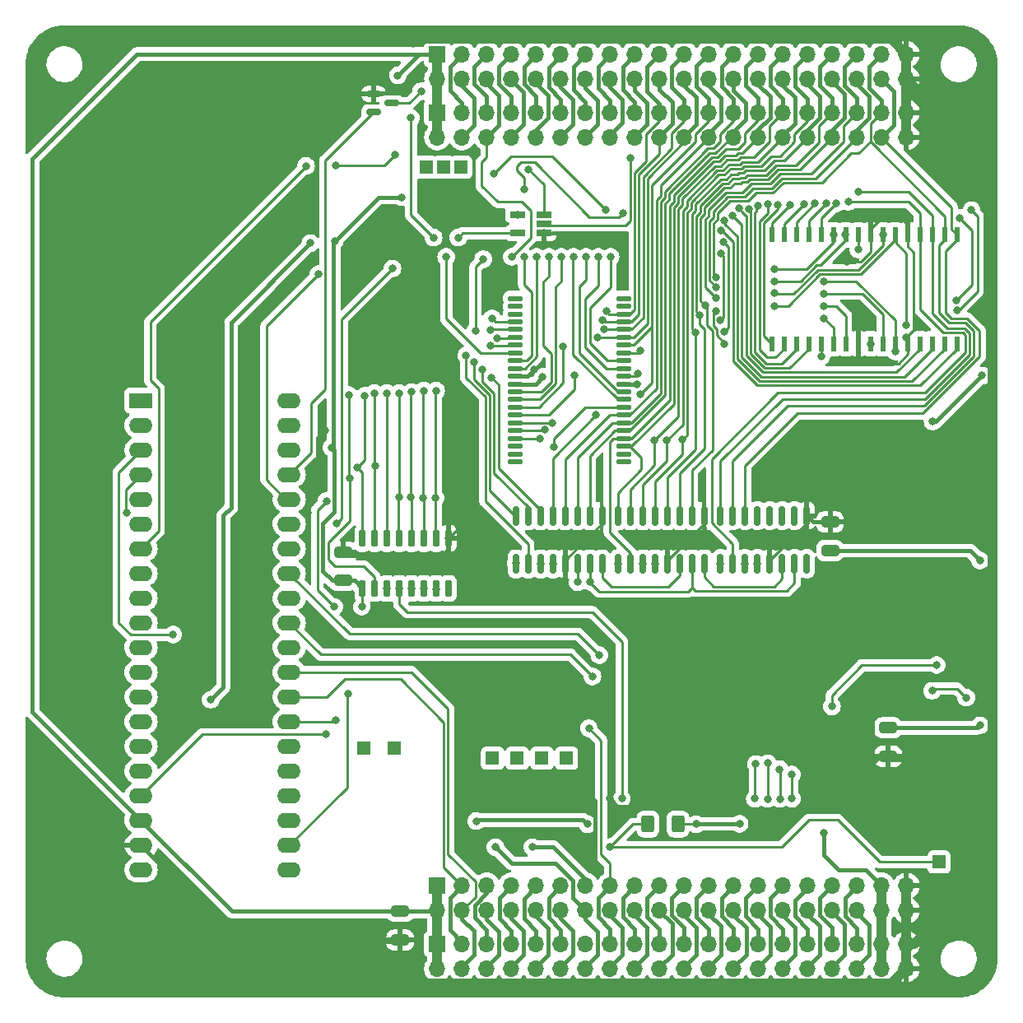
<source format=gbr>
%TF.GenerationSoftware,KiCad,Pcbnew,7.0.7-7.0.7~ubuntu20.04.1*%
%TF.CreationDate,2023-09-08T15:59:57+02:00*%
%TF.ProjectId,RAMROM_512k_board,52414d52-4f4d-45f3-9531-326b5f626f61,rev?*%
%TF.SameCoordinates,Original*%
%TF.FileFunction,Copper,L2,Bot*%
%TF.FilePolarity,Positive*%
%FSLAX46Y46*%
G04 Gerber Fmt 4.6, Leading zero omitted, Abs format (unit mm)*
G04 Created by KiCad (PCBNEW 7.0.7-7.0.7~ubuntu20.04.1) date 2023-09-08 15:59:57*
%MOMM*%
%LPD*%
G01*
G04 APERTURE LIST*
G04 Aperture macros list*
%AMRoundRect*
0 Rectangle with rounded corners*
0 $1 Rounding radius*
0 $2 $3 $4 $5 $6 $7 $8 $9 X,Y pos of 4 corners*
0 Add a 4 corners polygon primitive as box body*
4,1,4,$2,$3,$4,$5,$6,$7,$8,$9,$2,$3,0*
0 Add four circle primitives for the rounded corners*
1,1,$1+$1,$2,$3*
1,1,$1+$1,$4,$5*
1,1,$1+$1,$6,$7*
1,1,$1+$1,$8,$9*
0 Add four rect primitives between the rounded corners*
20,1,$1+$1,$2,$3,$4,$5,0*
20,1,$1+$1,$4,$5,$6,$7,0*
20,1,$1+$1,$6,$7,$8,$9,0*
20,1,$1+$1,$8,$9,$2,$3,0*%
G04 Aperture macros list end*
%TA.AperFunction,ComponentPad*%
%ADD10R,1.350000X1.350000*%
%TD*%
%TA.AperFunction,ComponentPad*%
%ADD11R,1.700000X1.700000*%
%TD*%
%TA.AperFunction,ComponentPad*%
%ADD12O,1.700000X1.700000*%
%TD*%
%TA.AperFunction,ComponentPad*%
%ADD13R,2.400000X1.600000*%
%TD*%
%TA.AperFunction,ComponentPad*%
%ADD14O,2.400000X1.600000*%
%TD*%
%TA.AperFunction,SMDPad,CuDef*%
%ADD15RoundRect,0.250000X-0.650000X0.325000X-0.650000X-0.325000X0.650000X-0.325000X0.650000X0.325000X0*%
%TD*%
%TA.AperFunction,SMDPad,CuDef*%
%ADD16R,0.600000X1.600000*%
%TD*%
%TA.AperFunction,SMDPad,CuDef*%
%ADD17RoundRect,0.250000X0.650000X-0.325000X0.650000X0.325000X-0.650000X0.325000X-0.650000X-0.325000X0*%
%TD*%
%TA.AperFunction,SMDPad,CuDef*%
%ADD18RoundRect,0.137500X0.625000X0.137500X-0.625000X0.137500X-0.625000X-0.137500X0.625000X-0.137500X0*%
%TD*%
%TA.AperFunction,SMDPad,CuDef*%
%ADD19RoundRect,0.150000X-0.150000X0.725000X-0.150000X-0.725000X0.150000X-0.725000X0.150000X0.725000X0*%
%TD*%
%TA.AperFunction,SMDPad,CuDef*%
%ADD20R,1.560000X0.650000*%
%TD*%
%TA.AperFunction,SMDPad,CuDef*%
%ADD21RoundRect,0.150000X-0.150000X0.825000X-0.150000X-0.825000X0.150000X-0.825000X0.150000X0.825000X0*%
%TD*%
%TA.AperFunction,SMDPad,CuDef*%
%ADD22RoundRect,0.150000X-0.587500X-0.150000X0.587500X-0.150000X0.587500X0.150000X-0.587500X0.150000X0*%
%TD*%
%TA.AperFunction,SMDPad,CuDef*%
%ADD23RoundRect,0.250000X0.400000X0.625000X-0.400000X0.625000X-0.400000X-0.625000X0.400000X-0.625000X0*%
%TD*%
%TA.AperFunction,ViaPad*%
%ADD24C,0.800000*%
%TD*%
%TA.AperFunction,Conductor*%
%ADD25C,0.250000*%
%TD*%
%TA.AperFunction,Conductor*%
%ADD26C,0.400000*%
%TD*%
%TA.AperFunction,Conductor*%
%ADD27C,1.000000*%
%TD*%
G04 APERTURE END LIST*
D10*
%TO.P,J15,1,Pin_1*%
%TO.N,Net-(J15-Pin_1)*%
X138557000Y-59944000D03*
%TD*%
%TO.P,J9,1,Pin_1*%
%TO.N,Net-(J9-Pin_1)*%
X140335000Y-59944000D03*
%TD*%
%TO.P,J7,1,Pin_1*%
%TO.N,Net-(J7-Pin_1)*%
X142113000Y-59944000D03*
%TD*%
%TO.P,J13,1,Pin_1*%
%TO.N,Net-(J13-Pin_1)*%
X152996900Y-120738900D03*
%TD*%
D11*
%TO.P,J1,1,Pin_1*%
%TO.N,+5V*%
X139700000Y-48303005D03*
D12*
%TO.P,J1,2,Pin_2*%
X139700000Y-50843005D03*
%TO.P,J1,3,Pin_3*%
%TO.N,/PHI1_e*%
X142240000Y-48303005D03*
%TO.P,J1,4,Pin_4*%
%TO.N,/PHI2_e*%
X142240000Y-50843005D03*
%TO.P,J1,5,Pin_5*%
%TO.N,/~{IORD}*%
X144780000Y-48303005D03*
%TO.P,J1,6,Pin_6*%
%TO.N,/R{slash}~{W}_e*%
X144780000Y-50843005D03*
%TO.P,J1,7,Pin_7*%
%TO.N,/~{MRD}*%
X147320000Y-48303005D03*
%TO.P,J1,8,Pin_8*%
%TO.N,/~{MWR}*%
X147320000Y-50843005D03*
%TO.P,J1,9,Pin_9*%
%TO.N,/~{IOWR}*%
X149860000Y-48303005D03*
%TO.P,J1,10,Pin_10*%
%TO.N,/D0*%
X149860000Y-50843005D03*
%TO.P,J1,11,Pin_11*%
%TO.N,/D1*%
X152400000Y-48303005D03*
%TO.P,J1,12,Pin_12*%
%TO.N,/D2*%
X152400000Y-50843005D03*
%TO.P,J1,13,Pin_13*%
%TO.N,/D3*%
X154940000Y-48303005D03*
%TO.P,J1,14,Pin_14*%
%TO.N,/D4*%
X154940000Y-50843005D03*
%TO.P,J1,15,Pin_15*%
%TO.N,/D5*%
X157480000Y-48303005D03*
%TO.P,J1,16,Pin_16*%
%TO.N,/D6*%
X157480000Y-50843005D03*
%TO.P,J1,17,Pin_17*%
%TO.N,/D7*%
X160020000Y-48303005D03*
%TO.P,J1,18,Pin_18*%
%TO.N,/~{RST}*%
X160020000Y-50843005D03*
%TO.P,J1,19,Pin_19*%
%TO.N,/A0*%
X162560000Y-48303005D03*
%TO.P,J1,20,Pin_20*%
%TO.N,/A1*%
X162560000Y-50843005D03*
%TO.P,J1,21,Pin_21*%
%TO.N,/A2*%
X165100000Y-48303005D03*
%TO.P,J1,22,Pin_22*%
%TO.N,/A3*%
X165100000Y-50843005D03*
%TO.P,J1,23,Pin_23*%
%TO.N,/A4*%
X167640000Y-48303005D03*
%TO.P,J1,24,Pin_24*%
%TO.N,/A5*%
X167640000Y-50843005D03*
%TO.P,J1,25,Pin_25*%
%TO.N,/A6*%
X170180000Y-48303005D03*
%TO.P,J1,26,Pin_26*%
%TO.N,/A7*%
X170180000Y-50843005D03*
%TO.P,J1,27,Pin_27*%
%TO.N,/A8*%
X172720000Y-48303005D03*
%TO.P,J1,28,Pin_28*%
%TO.N,/A9*%
X172720000Y-50843005D03*
%TO.P,J1,29,Pin_29*%
%TO.N,/A10*%
X175260000Y-48303005D03*
%TO.P,J1,30,Pin_30*%
%TO.N,/A11*%
X175260000Y-50843005D03*
%TO.P,J1,31,Pin_31*%
%TO.N,/A12*%
X177800000Y-48303005D03*
%TO.P,J1,32,Pin_32*%
%TO.N,/A13*%
X177800000Y-50843005D03*
%TO.P,J1,33,Pin_33*%
%TO.N,/A14*%
X180340000Y-48303005D03*
%TO.P,J1,34,Pin_34*%
%TO.N,/A15*%
X180340000Y-50843005D03*
%TO.P,J1,35,Pin_35*%
%TO.N,/A16*%
X182880000Y-48303005D03*
%TO.P,J1,36,Pin_36*%
%TO.N,/A17*%
X182880000Y-50843005D03*
%TO.P,J1,37,Pin_37*%
%TO.N,/A18*%
X185420000Y-48303005D03*
%TO.P,J1,38,Pin_38*%
%TO.N,/A19*%
X185420000Y-50843005D03*
%TO.P,J1,39,Pin_39*%
%TO.N,GND*%
X187960000Y-48303005D03*
%TO.P,J1,40,Pin_40*%
X187960000Y-50843005D03*
%TD*%
D13*
%TO.P,J6,1,Pin_1*%
%TO.N,/~{PLD}*%
X109220000Y-83947000D03*
D14*
%TO.P,J6,2,Pin_2*%
%TO.N,/~{CNTOE}*%
X109220000Y-86487000D03*
%TO.P,J6,3,Pin_3*%
%TO.N,/CPR*%
X109220000Y-89027000D03*
%TO.P,J6,4,Pin_4*%
%TO.N,/~{MRC}*%
X109220000Y-91567000D03*
%TO.P,J6,5,Pin_5*%
%TO.N,/CNT*%
X109220000Y-94107000D03*
%TO.P,J6,6,Pin_6*%
%TO.N,/~{uMWR}*%
X109220000Y-96647000D03*
%TO.P,J6,7,Pin_7*%
%TO.N,/~{RAMCSOR}*%
X109220000Y-99187000D03*
%TO.P,J6,8,Pin_8*%
%TO.N,/uA11*%
X109220000Y-101727000D03*
%TO.P,J6,9,Pin_9*%
%TO.N,/uA12*%
X109220000Y-104267000D03*
%TO.P,J6,10,Pin_10*%
%TO.N,/~{uMRD}*%
X109220000Y-106807000D03*
%TO.P,J6,11,Pin_11*%
%TO.N,/B3*%
X109220000Y-109347000D03*
%TO.P,J6,12,Pin_12*%
%TO.N,/B4*%
X109220000Y-111887000D03*
%TO.P,J6,13,Pin_13*%
%TO.N,/B5*%
X109220000Y-114427000D03*
%TO.P,J6,14,Pin_14*%
%TO.N,/SCL*%
X109220000Y-116967000D03*
%TO.P,J6,15,Pin_15*%
%TO.N,/SDA*%
X109220000Y-119507000D03*
%TO.P,J6,16,Pin_16*%
%TO.N,/CTRL1*%
X109220000Y-122047000D03*
%TO.P,J6,17,Pin_17*%
%TO.N,/~{BUSFREE}*%
X109220000Y-124587000D03*
%TO.P,J6,18,Pin_18*%
%TO.N,+5V*%
X109220000Y-127127000D03*
%TO.P,J6,19,Pin_19*%
%TO.N,GND*%
X109220000Y-129667000D03*
%TO.P,J6,20,Pin_20*%
%TO.N,unconnected-(J6-Pin_20-Pad20)*%
X109220000Y-132207000D03*
%TO.P,J6,21,Pin_21*%
%TO.N,/VB*%
X124460000Y-132207000D03*
%TO.P,J6,22,Pin_22*%
%TO.N,/SEL0*%
X124460000Y-129667000D03*
%TO.P,J6,23,Pin_23*%
%TO.N,/SEL1*%
X124460000Y-127127000D03*
%TO.P,J6,24,Pin_24*%
%TO.N,/SEL2*%
X124460000Y-124587000D03*
%TO.P,J6,25,Pin_25*%
%TO.N,/~{STMRST}*%
X124460000Y-122047000D03*
%TO.P,J6,26,Pin_26*%
%TO.N,/OFF{slash}ON*%
X124460000Y-119507000D03*
%TO.P,J6,27,Pin_27*%
%TO.N,/SEL4*%
X124460000Y-116967000D03*
%TO.P,J6,28,Pin_28*%
%TO.N,/RX2*%
X124460000Y-114427000D03*
%TO.P,J6,29,Pin_29*%
%TO.N,/TX2*%
X124460000Y-111887000D03*
%TO.P,J6,30,Pin_30*%
%TO.N,/uA4*%
X124460000Y-109347000D03*
%TO.P,J6,31,Pin_31*%
%TO.N,/uSCK*%
X124460000Y-106807000D03*
%TO.P,J6,32,Pin_32*%
%TO.N,/uMISO*%
X124460000Y-104267000D03*
%TO.P,J6,33,Pin_33*%
%TO.N,/uMOSI*%
X124460000Y-101727000D03*
%TO.P,J6,34,Pin_34*%
%TO.N,/B0*%
X124460000Y-99187000D03*
%TO.P,J6,35,Pin_35*%
%TO.N,/B1*%
X124460000Y-96647000D03*
%TO.P,J6,36,Pin_36*%
%TO.N,/~{DATOE}*%
X124460000Y-94107000D03*
%TO.P,J6,37,Pin_37*%
%TO.N,/TRST*%
X124460000Y-91567000D03*
%TO.P,J6,38,Pin_38*%
%TO.N,unconnected-(J6-Pin_38-Pad38)*%
X124460000Y-89027000D03*
%TO.P,J6,39,Pin_39*%
%TO.N,unconnected-(J6-Pin_39-Pad39)*%
X124460000Y-86487000D03*
%TO.P,J6,40,Pin_40*%
%TO.N,unconnected-(J6-Pin_40-Pad40)*%
X124460000Y-83947000D03*
%TD*%
D11*
%TO.P,J4,1,Pin_1*%
%TO.N,+5V*%
X139700000Y-133849005D03*
D12*
%TO.P,J4,2,Pin_2*%
X139700000Y-136389005D03*
%TO.P,J4,3,Pin_3*%
%TO.N,/RX2*%
X142240000Y-133849005D03*
%TO.P,J4,4,Pin_4*%
%TO.N,/TX2*%
X142240000Y-136389005D03*
%TO.P,J4,5,Pin_5*%
%TO.N,/RX3*%
X144780000Y-133849005D03*
%TO.P,J4,6,Pin_6*%
%TO.N,/TX3*%
X144780000Y-136389005D03*
%TO.P,J4,7,Pin_7*%
%TO.N,/RES0*%
X147320000Y-133849005D03*
%TO.P,J4,8,Pin_8*%
%TO.N,/TX1*%
X147320000Y-136389005D03*
%TO.P,J4,9,Pin_9*%
%TO.N,/RES1*%
X149860000Y-133849005D03*
%TO.P,J4,10,Pin_10*%
%TO.N,/RX1*%
X149860000Y-136389005D03*
%TO.P,J4,11,Pin_11*%
%TO.N,/PH0*%
X152400000Y-133849005D03*
%TO.P,J4,12,Pin_12*%
%TO.N,/~{PH0}*%
X152400000Y-136389005D03*
%TO.P,J4,13,Pin_13*%
%TO.N,/CLKS*%
X154940000Y-133849005D03*
%TO.P,J4,14,Pin_14*%
%TO.N,/CLKF*%
X154940000Y-136389005D03*
%TO.P,J4,15,Pin_15*%
%TO.N,/~{BUSFREE}*%
X157480000Y-133849005D03*
%TO.P,J4,16,Pin_16*%
%TO.N,/~{RAMWE13}*%
X157480000Y-136389005D03*
%TO.P,J4,17,Pin_17*%
%TO.N,/~{RAMWE12}*%
X160020000Y-133849005D03*
%TO.P,J4,18,Pin_18*%
%TO.N,/~{RAMWE11}*%
X160020000Y-136389005D03*
%TO.P,J4,19,Pin_19*%
%TO.N,/~{RAMWE10}*%
X162560000Y-133849005D03*
%TO.P,J4,20,Pin_20*%
%TO.N,/~{RAMWE9}*%
X162560000Y-136389005D03*
%TO.P,J4,21,Pin_21*%
%TO.N,/~{RAMWE8}*%
X165100000Y-133849005D03*
%TO.P,J4,22,Pin_22*%
%TO.N,/~{RAMWE7}*%
X165100000Y-136389005D03*
%TO.P,J4,23,Pin_23*%
%TO.N,/~{RAMWE6}*%
X167640000Y-133849005D03*
%TO.P,J4,24,Pin_24*%
%TO.N,/~{RAMWE5}*%
X167640000Y-136389005D03*
%TO.P,J4,25,Pin_25*%
%TO.N,/~{RAMWE4}*%
X170180000Y-133849005D03*
%TO.P,J4,26,Pin_26*%
%TO.N,/~{RAMWE3}*%
X170180000Y-136389005D03*
%TO.P,J4,27,Pin_27*%
%TO.N,/~{RAMWE2}*%
X172720000Y-133849005D03*
%TO.P,J4,28,Pin_28*%
%TO.N,/~{RAMWE1}*%
X172720000Y-136389005D03*
%TO.P,J4,29,Pin_29*%
%TO.N,/~{RAMWE0}*%
X175260000Y-133849005D03*
%TO.P,J4,30,Pin_30*%
%TO.N,/MOSI*%
X175260000Y-136389005D03*
%TO.P,J4,31,Pin_31*%
%TO.N,/SCK*%
X177800000Y-133849005D03*
%TO.P,J4,32,Pin_32*%
%TO.N,/Bus/TDRTN*%
X177800000Y-136389005D03*
%TO.P,J4,33,Pin_33*%
%TO.N,/TMS*%
X180340000Y-133849005D03*
%TO.P,J4,34,Pin_34*%
%TO.N,/TDO*%
X180340000Y-136389005D03*
%TO.P,J4,35,Pin_35*%
%TO.N,/TCK*%
X182880000Y-133849005D03*
%TO.P,J4,36,Pin_36*%
%TO.N,/TDI*%
X182880000Y-136389005D03*
%TO.P,J4,37,Pin_37*%
%TO.N,+3V3*%
X185420000Y-133849005D03*
%TO.P,J4,38,Pin_38*%
X185420000Y-136389005D03*
%TO.P,J4,39,Pin_39*%
%TO.N,GND*%
X187960000Y-133849005D03*
%TO.P,J4,40,Pin_40*%
X187960000Y-136389005D03*
%TD*%
D10*
%TO.P,J5,1,Pin_1*%
%TO.N,Net-(J5-Pin_1)*%
X135229600Y-119735600D03*
%TD*%
%TO.P,J12,1,Pin_1*%
%TO.N,Net-(J12-Pin_1)*%
X145376900Y-120738900D03*
%TD*%
%TO.P,J10,1,Pin_1*%
%TO.N,/CTRL1*%
X132130800Y-119684800D03*
%TD*%
D11*
%TO.P,J2,1,Pin_1*%
%TO.N,+5V*%
X139700000Y-139849005D03*
D12*
%TO.P,J2,2,Pin_2*%
X139700000Y-142389005D03*
%TO.P,J2,3,Pin_3*%
%TO.N,/RX2*%
X142240000Y-139849005D03*
%TO.P,J2,4,Pin_4*%
%TO.N,/TX2*%
X142240000Y-142389005D03*
%TO.P,J2,5,Pin_5*%
%TO.N,/RX3*%
X144780000Y-139849005D03*
%TO.P,J2,6,Pin_6*%
%TO.N,/TX3*%
X144780000Y-142389005D03*
%TO.P,J2,7,Pin_7*%
%TO.N,/RES0*%
X147320000Y-139849005D03*
%TO.P,J2,8,Pin_8*%
%TO.N,/TX1*%
X147320000Y-142389005D03*
%TO.P,J2,9,Pin_9*%
%TO.N,/RES1*%
X149860000Y-139849005D03*
%TO.P,J2,10,Pin_10*%
%TO.N,/RX1*%
X149860000Y-142389005D03*
%TO.P,J2,11,Pin_11*%
%TO.N,/PH0*%
X152400000Y-139849005D03*
%TO.P,J2,12,Pin_12*%
%TO.N,/~{PH0}*%
X152400000Y-142389005D03*
%TO.P,J2,13,Pin_13*%
%TO.N,/CLKS*%
X154940000Y-139849005D03*
%TO.P,J2,14,Pin_14*%
%TO.N,/CLKF*%
X154940000Y-142389005D03*
%TO.P,J2,15,Pin_15*%
%TO.N,/~{BUSFREE}*%
X157480000Y-139849005D03*
%TO.P,J2,16,Pin_16*%
%TO.N,/~{RAMWE13}*%
X157480000Y-142389005D03*
%TO.P,J2,17,Pin_17*%
%TO.N,/~{RAMWE12}*%
X160020000Y-139849005D03*
%TO.P,J2,18,Pin_18*%
%TO.N,/~{RAMWE11}*%
X160020000Y-142389005D03*
%TO.P,J2,19,Pin_19*%
%TO.N,/~{RAMWE10}*%
X162560000Y-139849005D03*
%TO.P,J2,20,Pin_20*%
%TO.N,/~{RAMWE9}*%
X162560000Y-142389005D03*
%TO.P,J2,21,Pin_21*%
%TO.N,/~{RAMWE8}*%
X165100000Y-139849005D03*
%TO.P,J2,22,Pin_22*%
%TO.N,/~{RAMWE7}*%
X165100000Y-142389005D03*
%TO.P,J2,23,Pin_23*%
%TO.N,/~{RAMWE6}*%
X167640000Y-139849005D03*
%TO.P,J2,24,Pin_24*%
%TO.N,/~{RAMWE5}*%
X167640000Y-142389005D03*
%TO.P,J2,25,Pin_25*%
%TO.N,/~{RAMWE4}*%
X170180000Y-139849005D03*
%TO.P,J2,26,Pin_26*%
%TO.N,/~{RAMWE3}*%
X170180000Y-142389005D03*
%TO.P,J2,27,Pin_27*%
%TO.N,/~{RAMWE2}*%
X172720000Y-139849005D03*
%TO.P,J2,28,Pin_28*%
%TO.N,/~{RAMWE1}*%
X172720000Y-142389005D03*
%TO.P,J2,29,Pin_29*%
%TO.N,/~{RAMWE0}*%
X175260000Y-139849005D03*
%TO.P,J2,30,Pin_30*%
%TO.N,/MOSI*%
X175260000Y-142389005D03*
%TO.P,J2,31,Pin_31*%
%TO.N,/SCK*%
X177800000Y-139849005D03*
%TO.P,J2,32,Pin_32*%
%TO.N,/Bus/TDRTN*%
X177800000Y-142389005D03*
%TO.P,J2,33,Pin_33*%
%TO.N,/TMS*%
X180340000Y-139849005D03*
%TO.P,J2,34,Pin_34*%
%TO.N,/TDO*%
X180340000Y-142389005D03*
%TO.P,J2,35,Pin_35*%
%TO.N,/TCK*%
X182880000Y-139849005D03*
%TO.P,J2,36,Pin_36*%
%TO.N,/TDI*%
X182880000Y-142389005D03*
%TO.P,J2,37,Pin_37*%
%TO.N,+3V3*%
X185420000Y-139849005D03*
%TO.P,J2,38,Pin_38*%
X185420000Y-142389005D03*
%TO.P,J2,39,Pin_39*%
%TO.N,GND*%
X187960000Y-139849005D03*
%TO.P,J2,40,Pin_40*%
X187960000Y-142389005D03*
%TD*%
D11*
%TO.P,J3,1,Pin_1*%
%TO.N,+5V*%
X139700000Y-54303005D03*
D12*
%TO.P,J3,2,Pin_2*%
X139700000Y-56843005D03*
%TO.P,J3,3,Pin_3*%
%TO.N,/PHI1_e*%
X142240000Y-54303005D03*
%TO.P,J3,4,Pin_4*%
%TO.N,/PHI2_e*%
X142240000Y-56843005D03*
%TO.P,J3,5,Pin_5*%
%TO.N,/~{IORD}*%
X144780000Y-54303005D03*
%TO.P,J3,6,Pin_6*%
%TO.N,/R{slash}~{W}_e*%
X144780000Y-56843005D03*
%TO.P,J3,7,Pin_7*%
%TO.N,/~{MRD}*%
X147320000Y-54303005D03*
%TO.P,J3,8,Pin_8*%
%TO.N,/~{MWR}*%
X147320000Y-56843005D03*
%TO.P,J3,9,Pin_9*%
%TO.N,/~{IOWR}*%
X149860000Y-54303005D03*
%TO.P,J3,10,Pin_10*%
%TO.N,/D0*%
X149860000Y-56843005D03*
%TO.P,J3,11,Pin_11*%
%TO.N,/D1*%
X152400000Y-54303005D03*
%TO.P,J3,12,Pin_12*%
%TO.N,/D2*%
X152400000Y-56843005D03*
%TO.P,J3,13,Pin_13*%
%TO.N,/D3*%
X154940000Y-54303005D03*
%TO.P,J3,14,Pin_14*%
%TO.N,/D4*%
X154940000Y-56843005D03*
%TO.P,J3,15,Pin_15*%
%TO.N,/D5*%
X157480000Y-54303005D03*
%TO.P,J3,16,Pin_16*%
%TO.N,/D6*%
X157480000Y-56843005D03*
%TO.P,J3,17,Pin_17*%
%TO.N,/D7*%
X160020000Y-54303005D03*
%TO.P,J3,18,Pin_18*%
%TO.N,/~{RST}*%
X160020000Y-56843005D03*
%TO.P,J3,19,Pin_19*%
%TO.N,/A0*%
X162560000Y-54303005D03*
%TO.P,J3,20,Pin_20*%
%TO.N,/A1*%
X162560000Y-56843005D03*
%TO.P,J3,21,Pin_21*%
%TO.N,/A2*%
X165100000Y-54303005D03*
%TO.P,J3,22,Pin_22*%
%TO.N,/A3*%
X165100000Y-56843005D03*
%TO.P,J3,23,Pin_23*%
%TO.N,/A4*%
X167640000Y-54303005D03*
%TO.P,J3,24,Pin_24*%
%TO.N,/A5*%
X167640000Y-56843005D03*
%TO.P,J3,25,Pin_25*%
%TO.N,/A6*%
X170180000Y-54303005D03*
%TO.P,J3,26,Pin_26*%
%TO.N,/A7*%
X170180000Y-56843005D03*
%TO.P,J3,27,Pin_27*%
%TO.N,/A8*%
X172720000Y-54303005D03*
%TO.P,J3,28,Pin_28*%
%TO.N,/A9*%
X172720000Y-56843005D03*
%TO.P,J3,29,Pin_29*%
%TO.N,/A10*%
X175260000Y-54303005D03*
%TO.P,J3,30,Pin_30*%
%TO.N,/A11*%
X175260000Y-56843005D03*
%TO.P,J3,31,Pin_31*%
%TO.N,/A12*%
X177800000Y-54303005D03*
%TO.P,J3,32,Pin_32*%
%TO.N,/A13*%
X177800000Y-56843005D03*
%TO.P,J3,33,Pin_33*%
%TO.N,/A14*%
X180340000Y-54303005D03*
%TO.P,J3,34,Pin_34*%
%TO.N,/A15*%
X180340000Y-56843005D03*
%TO.P,J3,35,Pin_35*%
%TO.N,/A16*%
X182880000Y-54303005D03*
%TO.P,J3,36,Pin_36*%
%TO.N,/A17*%
X182880000Y-56843005D03*
%TO.P,J3,37,Pin_37*%
%TO.N,/A18*%
X185420000Y-54303005D03*
%TO.P,J3,38,Pin_38*%
%TO.N,/A19*%
X185420000Y-56843005D03*
%TO.P,J3,39,Pin_39*%
%TO.N,GND*%
X187960000Y-54303005D03*
%TO.P,J3,40,Pin_40*%
X187960000Y-56843005D03*
%TD*%
D10*
%TO.P,J11,1,Pin_1*%
%TO.N,Net-(J11-Pin_1)*%
X150456900Y-120738900D03*
%TD*%
%TO.P,J8,1,Pin_1*%
%TO.N,/~{RAMWE14}*%
X191312800Y-131419600D03*
%TD*%
%TO.P,J14,1,Pin_1*%
%TO.N,Net-(J14-Pin_1)*%
X147916900Y-120738900D03*
%TD*%
D15*
%TO.P,C2,1*%
%TO.N,+5V*%
X135864600Y-136499600D03*
%TO.P,C2,2*%
%TO.N,GND*%
X135864600Y-139449600D03*
%TD*%
D16*
%TO.P,U5,1,A0*%
%TO.N,/A3*%
X193163841Y-78093671D03*
%TO.P,U5,2,A1*%
%TO.N,/A4*%
X191893841Y-78093671D03*
%TO.P,U5,3,A2*%
%TO.N,/A5*%
X190623841Y-78093671D03*
%TO.P,U5,4,A3*%
%TO.N,/A6*%
X189353841Y-78093671D03*
%TO.P,U5,5,~{CE}*%
%TO.N,GND*%
X188083841Y-78093671D03*
%TO.P,U5,6,I/O0*%
%TO.N,Net-(U5-I{slash}O0)*%
X186813841Y-78093671D03*
%TO.P,U5,7,I/O1*%
%TO.N,Net-(U5-I{slash}O1)*%
X185543841Y-78093671D03*
%TO.P,U5,8,VDD*%
%TO.N,+3V3*%
X184263841Y-78093671D03*
%TO.P,U5,9,GND*%
%TO.N,GND*%
X183013841Y-78093671D03*
%TO.P,U5,10,I/O2*%
%TO.N,Net-(U5-I{slash}O2)*%
X181733841Y-78093671D03*
%TO.P,U5,11,I/O3*%
%TO.N,Net-(U5-I{slash}O3)*%
X180463841Y-78093671D03*
%TO.P,U5,12,~{WE}*%
%TO.N,/~{RAMWE14}*%
X179193841Y-78093671D03*
%TO.P,U5,13,A4*%
%TO.N,/A7*%
X177923841Y-78093671D03*
%TO.P,U5,14,A5*%
%TO.N,/A8*%
X176653841Y-78093671D03*
%TO.P,U5,15,A6*%
%TO.N,/A9*%
X175383841Y-78093671D03*
%TO.P,U5,16,A7*%
%TO.N,/A10*%
X174113841Y-78093671D03*
%TO.P,U5,17,A8*%
%TO.N,/A11*%
X174113841Y-66893671D03*
%TO.P,U5,18,A9*%
%TO.N,/A12*%
X175383841Y-66893671D03*
%TO.P,U5,19,A10*%
%TO.N,/A13*%
X176653841Y-66893671D03*
%TO.P,U5,20,A11*%
%TO.N,/A14*%
X177923841Y-66893671D03*
%TO.P,U5,21,A12*%
%TO.N,/A15*%
X179193841Y-66893671D03*
%TO.P,U5,22,I/O4*%
%TO.N,Net-(U5-I{slash}O4)*%
X180463841Y-66893671D03*
%TO.P,U5,23,I/O5*%
%TO.N,Net-(U5-I{slash}O5)*%
X181733841Y-66893671D03*
%TO.P,U5,24,VDD*%
%TO.N,+3V3*%
X183013841Y-66893671D03*
%TO.P,U5,25,GND*%
%TO.N,GND*%
X184263841Y-66893671D03*
%TO.P,U5,26,I/O6*%
%TO.N,Net-(U5-I{slash}O6)*%
X185543841Y-66893671D03*
%TO.P,U5,27,I/O7*%
%TO.N,Net-(U5-I{slash}O7)*%
X186813841Y-66893671D03*
%TO.P,U5,28,~{OE}*%
%TO.N,GND*%
X188083841Y-66893671D03*
%TO.P,U5,29,A13*%
%TO.N,/A16*%
X189353841Y-66893671D03*
%TO.P,U5,30,A14*%
%TO.N,/A17*%
X190623841Y-66893671D03*
%TO.P,U5,31,A15*%
%TO.N,/A18*%
X191893841Y-66893671D03*
%TO.P,U5,32,A16*%
%TO.N,/A19*%
X193163841Y-66893671D03*
%TD*%
D15*
%TO.P,C6,1*%
%TO.N,+3V3*%
X186080400Y-117600200D03*
%TO.P,C6,2*%
%TO.N,GND*%
X186080400Y-120550200D03*
%TD*%
D17*
%TO.P,C9,1*%
%TO.N,+3V3*%
X180099075Y-99380876D03*
%TO.P,C9,2*%
%TO.N,GND*%
X180099075Y-96430876D03*
%TD*%
D18*
%TO.P,U4,1,NC*%
%TO.N,unconnected-(U4-NC-Pad1)*%
X158901900Y-73438800D03*
%TO.P,U4,2,NC*%
%TO.N,unconnected-(U4-NC-Pad2)*%
X158901900Y-74238800D03*
%TO.P,U4,3,A0*%
%TO.N,/A0*%
X158901900Y-75038800D03*
%TO.P,U4,4,A1*%
%TO.N,/A1*%
X158901900Y-75838800D03*
%TO.P,U4,5,A2*%
%TO.N,/A2*%
X158901900Y-76638800D03*
%TO.P,U4,6,A3*%
%TO.N,/A3*%
X158901900Y-77438800D03*
%TO.P,U4,7,A4*%
%TO.N,/A4*%
X158901900Y-78238800D03*
%TO.P,U4,8,~{CE}*%
%TO.N,Net-(U4-~{CE})*%
X158901900Y-79038800D03*
%TO.P,U4,9,I/O0*%
%TO.N,/CD7*%
X158901900Y-79838800D03*
%TO.P,U4,10,I/O1*%
%TO.N,/CD6*%
X158901900Y-80638800D03*
%TO.P,U4,11,VDD*%
%TO.N,+3V3*%
X158901900Y-81438800D03*
%TO.P,U4,12,GND*%
%TO.N,GND*%
X158901900Y-82238800D03*
%TO.P,U4,13,I/O2*%
%TO.N,/CD5*%
X158901900Y-83038800D03*
%TO.P,U4,14,I/O3*%
%TO.N,/CD4*%
X158901900Y-83838800D03*
%TO.P,U4,15,~{WE}*%
%TO.N,Net-(U4-~{WE})*%
X158901900Y-84638800D03*
%TO.P,U4,16,A5*%
%TO.N,/A5*%
X158901900Y-85438800D03*
%TO.P,U4,17,A6*%
%TO.N,/A6*%
X158901900Y-86238800D03*
%TO.P,U4,18,A7*%
%TO.N,/A7*%
X158901900Y-87038800D03*
%TO.P,U4,19,A8*%
%TO.N,/A8*%
X158901900Y-87838800D03*
%TO.P,U4,20,A9*%
%TO.N,/A9*%
X158901900Y-88638800D03*
%TO.P,U4,21,NC*%
%TO.N,unconnected-(U4-NC-Pad21)*%
X158901900Y-89438800D03*
%TO.P,U4,22,NC*%
%TO.N,unconnected-(U4-NC-Pad22)*%
X158901900Y-90238800D03*
%TO.P,U4,23,NC*%
%TO.N,unconnected-(U4-NC-Pad23)*%
X147726900Y-90238800D03*
%TO.P,U4,24,NC*%
%TO.N,unconnected-(U4-NC-Pad24)*%
X147726900Y-89438800D03*
%TO.P,U4,25,NC*%
%TO.N,unconnected-(U4-NC-Pad25)*%
X147726900Y-88638800D03*
%TO.P,U4,26,A10*%
%TO.N,/A10*%
X147726900Y-87838800D03*
%TO.P,U4,27,A11*%
%TO.N,/A11*%
X147726900Y-87038800D03*
%TO.P,U4,28,A12*%
%TO.N,/A12*%
X147726900Y-86238800D03*
%TO.P,U4,29,A13*%
%TO.N,/A13*%
X147726900Y-85438800D03*
%TO.P,U4,30,A14*%
%TO.N,/A14*%
X147726900Y-84638800D03*
%TO.P,U4,31,I/O4*%
%TO.N,/CD3*%
X147726900Y-83838800D03*
%TO.P,U4,32,I/O5*%
%TO.N,/CD2*%
X147726900Y-83038800D03*
%TO.P,U4,33,VDD*%
%TO.N,+3V3*%
X147726900Y-82238800D03*
%TO.P,U4,34,GND*%
%TO.N,GND*%
X147726900Y-81438800D03*
%TO.P,U4,35,I/O6*%
%TO.N,/CD1*%
X147726900Y-80638800D03*
%TO.P,U4,36,I/O7*%
%TO.N,/CD0*%
X147726900Y-79838800D03*
%TO.P,U4,37,~{OE}*%
%TO.N,Net-(U4-~{OE})*%
X147726900Y-79038800D03*
%TO.P,U4,38,A15*%
%TO.N,/A15*%
X147726900Y-78238800D03*
%TO.P,U4,39,A16*%
%TO.N,/A16*%
X147726900Y-77438800D03*
%TO.P,U4,40,A17*%
%TO.N,/A17*%
X147726900Y-76638800D03*
%TO.P,U4,41,A18*%
%TO.N,/A18*%
X147726900Y-75838800D03*
%TO.P,U4,42,NC*%
%TO.N,unconnected-(U4-NC-Pad42)*%
X147726900Y-75038800D03*
%TO.P,U4,43,NC*%
%TO.N,unconnected-(U4-NC-Pad43)*%
X147726900Y-74238800D03*
%TO.P,U4,44,NC*%
%TO.N,unconnected-(U4-NC-Pad44)*%
X147726900Y-73438800D03*
%TD*%
D19*
%TO.P,U10,1,QB*%
%TO.N,/CD1*%
X131968200Y-98126400D03*
%TO.P,U10,2,QC*%
%TO.N,/CD2*%
X133238200Y-98126400D03*
%TO.P,U10,3,QD*%
%TO.N,/CD3*%
X134508200Y-98126400D03*
%TO.P,U10,4,QE*%
%TO.N,/CD4*%
X135778200Y-98126400D03*
%TO.P,U10,5,QF*%
%TO.N,/CD5*%
X137048200Y-98126400D03*
%TO.P,U10,6,QG*%
%TO.N,/CD6*%
X138318200Y-98126400D03*
%TO.P,U10,7,QH*%
%TO.N,/CD7*%
X139588200Y-98126400D03*
%TO.P,U10,8,GND*%
%TO.N,GND*%
X140858200Y-98126400D03*
%TO.P,U10,9,QH'*%
%TO.N,unconnected-(U10-QH'-Pad9)*%
X140858200Y-103276400D03*
%TO.P,U10,10,~{SRCLR}*%
%TO.N,+3V3*%
X139588200Y-103276400D03*
%TO.P,U10,11,SRCLK*%
%TO.N,/uSCK*%
X138318200Y-103276400D03*
%TO.P,U10,12,RCLK*%
%TO.N,Net-(U10-RCLK)*%
X137048200Y-103276400D03*
%TO.P,U10,13,~{OE}*%
%TO.N,/~{RAMWE15}*%
X135778200Y-103276400D03*
%TO.P,U10,14,SER*%
%TO.N,/uMOSI*%
X134508200Y-103276400D03*
%TO.P,U10,15,QA*%
%TO.N,/CD0*%
X133238200Y-103276400D03*
%TO.P,U10,16,VCC*%
%TO.N,+3V3*%
X131968200Y-103276400D03*
%TD*%
D20*
%TO.P,U3,1*%
%TO.N,/~{MWR}*%
X150647400Y-64800400D03*
%TO.P,U3,2*%
%TO.N,/WP*%
X150647400Y-65750400D03*
%TO.P,U3,3,GND*%
%TO.N,GND*%
X150647400Y-66700400D03*
%TO.P,U3,4*%
%TO.N,Net-(U21-Pad4)*%
X147947400Y-66700400D03*
%TO.P,U3,5,VCC*%
%TO.N,+3V3*%
X147947400Y-64800400D03*
%TD*%
D17*
%TO.P,C11,1*%
%TO.N,+3V3*%
X129997200Y-102467200D03*
%TO.P,C11,2*%
%TO.N,GND*%
X129997200Y-99517200D03*
%TD*%
D21*
%TO.P,U18,1,Q1*%
%TO.N,/A1*%
X147777200Y-95793351D03*
%TO.P,U18,2,Q2*%
%TO.N,/A2*%
X149047200Y-95793351D03*
%TO.P,U18,3,Q3*%
%TO.N,/A3*%
X150317200Y-95793351D03*
%TO.P,U18,4,Q4*%
%TO.N,/A4*%
X151587200Y-95793351D03*
%TO.P,U18,5,Q5*%
%TO.N,/A5*%
X152857200Y-95793351D03*
%TO.P,U18,6,Q6*%
%TO.N,/A6*%
X154127200Y-95793351D03*
%TO.P,U18,7,Q7*%
%TO.N,/A7*%
X155397200Y-95793351D03*
%TO.P,U18,8,GND*%
%TO.N,GND*%
X156667200Y-95793351D03*
%TO.P,U18,9,~{RCO}*%
%TO.N,Net-(U18-~{RCO})*%
X156667200Y-100743351D03*
%TO.P,U18,10,~{MRC}*%
%TO.N,/~{MRC}*%
X155397200Y-100743351D03*
%TO.P,U18,11,CPC*%
%TO.N,/CNT*%
X154127200Y-100743351D03*
%TO.P,U18,12,~{CE}*%
%TO.N,GND*%
X152857200Y-100743351D03*
%TO.P,U18,13,CPR*%
%TO.N,/CPR*%
X151587200Y-100743351D03*
%TO.P,U18,14,~{OE}*%
%TO.N,/~{CNTOE}*%
X150317200Y-100743351D03*
%TO.P,U18,15,Q0*%
%TO.N,/A0*%
X149047200Y-100743351D03*
%TO.P,U18,16,VCC*%
%TO.N,+3V3*%
X147777200Y-100743351D03*
%TD*%
D22*
%TO.P,Q1,1,G*%
%TO.N,/TRST*%
X133126000Y-54290000D03*
%TO.P,Q1,2,S*%
%TO.N,GND*%
X133126000Y-52390000D03*
%TO.P,Q1,3,D*%
%TO.N,/~{RST}*%
X135001000Y-53340000D03*
%TD*%
D21*
%TO.P,U19,1,Q1*%
%TO.N,/A9*%
X158292800Y-95793351D03*
%TO.P,U19,2,Q2*%
%TO.N,/A10*%
X159562800Y-95793351D03*
%TO.P,U19,3,Q3*%
%TO.N,/A11*%
X160832800Y-95793351D03*
%TO.P,U19,4,Q4*%
%TO.N,/A12*%
X162102800Y-95793351D03*
%TO.P,U19,5,Q5*%
%TO.N,/A13*%
X163372800Y-95793351D03*
%TO.P,U19,6,Q6*%
%TO.N,/A14*%
X164642800Y-95793351D03*
%TO.P,U19,7,Q7*%
%TO.N,/A15*%
X165912800Y-95793351D03*
%TO.P,U19,8,GND*%
%TO.N,GND*%
X167182800Y-95793351D03*
%TO.P,U19,9,~{RCO}*%
%TO.N,Net-(U19-~{RCO})*%
X167182800Y-100743351D03*
%TO.P,U19,10,~{MRC}*%
%TO.N,/~{MRC}*%
X165912800Y-100743351D03*
%TO.P,U19,11,CPC*%
%TO.N,Net-(U18-~{RCO})*%
X164642800Y-100743351D03*
%TO.P,U19,12,~{CE}*%
%TO.N,GND*%
X163372800Y-100743351D03*
%TO.P,U19,13,CPR*%
%TO.N,/CPR*%
X162102800Y-100743351D03*
%TO.P,U19,14,~{OE}*%
%TO.N,/~{CNTOE}*%
X160832800Y-100743351D03*
%TO.P,U19,15,Q0*%
%TO.N,/A8*%
X159562800Y-100743351D03*
%TO.P,U19,16,VCC*%
%TO.N,+3V3*%
X158292800Y-100743351D03*
%TD*%
%TO.P,U20,1,Q1*%
%TO.N,/A17*%
X168833800Y-95782151D03*
%TO.P,U20,2,Q2*%
%TO.N,/A18*%
X170103800Y-95782151D03*
%TO.P,U20,3,Q3*%
%TO.N,/A19*%
X171373800Y-95782151D03*
%TO.P,U20,4,Q4*%
%TO.N,unconnected-(U20-Q4-Pad4)*%
X172643800Y-95782151D03*
%TO.P,U20,5,Q5*%
%TO.N,unconnected-(U20-Q5-Pad5)*%
X173913800Y-95782151D03*
%TO.P,U20,6,Q6*%
%TO.N,unconnected-(U20-Q6-Pad6)*%
X175183800Y-95782151D03*
%TO.P,U20,7,Q7*%
%TO.N,unconnected-(U20-Q7-Pad7)*%
X176453800Y-95782151D03*
%TO.P,U20,8,GND*%
%TO.N,GND*%
X177723800Y-95782151D03*
%TO.P,U20,9,~{RCO}*%
%TO.N,unconnected-(U20-~{RCO}-Pad9)*%
X177723800Y-100732151D03*
%TO.P,U20,10,~{MRC}*%
%TO.N,/~{MRC}*%
X176453800Y-100732151D03*
%TO.P,U20,11,CPC*%
%TO.N,Net-(U19-~{RCO})*%
X175183800Y-100732151D03*
%TO.P,U20,12,~{CE}*%
%TO.N,GND*%
X173913800Y-100732151D03*
%TO.P,U20,13,CPR*%
%TO.N,/CPR*%
X172643800Y-100732151D03*
%TO.P,U20,14,~{OE}*%
%TO.N,/~{CNTOE}*%
X171373800Y-100732151D03*
%TO.P,U20,15,Q0*%
%TO.N,/A16*%
X170103800Y-100732151D03*
%TO.P,U20,16,VCC*%
%TO.N,+3V3*%
X168833800Y-100732151D03*
%TD*%
D23*
%TO.P,R1,1*%
%TO.N,+3V3*%
X164465600Y-127508000D03*
%TO.P,R1,2*%
%TO.N,/~{RAMWE14}*%
X161365600Y-127508000D03*
%TD*%
D24*
%TO.N,/~{CSRAM}*%
X148632000Y-62230000D03*
%TO.N,/~{MRD}*%
X136971500Y-54864000D03*
%TO.N,/~{RST}*%
X138049000Y-52120800D03*
%TO.N,GND*%
X180099075Y-96430876D03*
X188061600Y-64922400D03*
X135864600Y-139449600D03*
X156286200Y-143939005D03*
X181810041Y-69623471D03*
X149631400Y-80746600D03*
X183540400Y-118414800D03*
X182887475Y-75415766D03*
X168560000Y-124900400D03*
X128143000Y-86995000D03*
X140858200Y-98126378D03*
X137250337Y-47231200D03*
X183540400Y-122224800D03*
X166047524Y-97691875D03*
X155339481Y-124520811D03*
X161219400Y-124937000D03*
X156190000Y-132308600D03*
X157409400Y-124900400D03*
X142049500Y-93867362D03*
X188490400Y-119684800D03*
X150647400Y-66700400D03*
X155531925Y-97691876D03*
X187947241Y-77421293D03*
X183540400Y-114604800D03*
X133096000Y-49911000D03*
X126393400Y-95507849D03*
X160274000Y-82270600D03*
X188490400Y-115874800D03*
%TO.N,+5V*%
X135636000Y-50497000D03*
%TO.N,/A15*%
X145186400Y-78282796D03*
X180746400Y-63652400D03*
X167259000Y-74168000D03*
%TO.N,/A14*%
X166649400Y-75133200D03*
X179679600Y-63652400D03*
X152654000Y-78384400D03*
%TO.N,/A13*%
X153838295Y-81351932D03*
X166243000Y-76962000D03*
X178543874Y-63685070D03*
%TO.N,/A12*%
X151511536Y-86222000D03*
X164896800Y-87985600D03*
X177434350Y-63702456D03*
%TO.N,/A11*%
X176022000Y-63779400D03*
X163322000Y-88061800D03*
X150799800Y-86969600D03*
%TO.N,/A10*%
X150241000Y-87833200D03*
X162052000Y-88036400D03*
X174752000Y-63830200D03*
%TO.N,/A9*%
X173694475Y-63773405D03*
%TO.N,/A8*%
X172698414Y-63862108D03*
%TO.N,/A7*%
X171758179Y-64202641D03*
%TO.N,/A6*%
X170759006Y-64161908D03*
%TO.N,/A5*%
X170082358Y-64898218D03*
%TO.N,/A4*%
X156032200Y-85420200D03*
X169243213Y-65442131D03*
X160578800Y-83286600D03*
%TO.N,/A3*%
X168894929Y-66416160D03*
X156184600Y-77444600D03*
X145288000Y-81559400D03*
%TO.N,/A2*%
X169189400Y-76835000D03*
X144348200Y-80772000D03*
X169129252Y-67637423D03*
X156881351Y-76630418D03*
%TO.N,/A1*%
X168801400Y-75670385D03*
X156659614Y-75655310D03*
X168873800Y-68780218D03*
X143510000Y-80010000D03*
%TO.N,/A0*%
X142671800Y-79298800D03*
X157068753Y-74742835D03*
%TO.N,+3V3*%
X160350200Y-81203800D03*
X131927600Y-105142198D03*
X129142000Y-67504800D03*
X155139517Y-127528446D03*
X195529200Y-117348000D03*
X166324800Y-127527800D03*
X179451000Y-128449000D03*
X186080400Y-117600200D03*
X184263841Y-78093693D03*
X128815000Y-88773000D03*
X195740000Y-81375944D03*
X195529200Y-100406200D03*
X168833800Y-100732151D03*
X158292800Y-100743351D03*
X147947400Y-64800400D03*
X136042400Y-63015600D03*
X126644400Y-67741800D03*
X190652400Y-86106000D03*
X143713200Y-127204992D03*
X139598400Y-103327200D03*
X147777200Y-100681351D03*
X183013841Y-68404271D03*
X170795200Y-127477000D03*
X150545800Y-81508600D03*
X180099075Y-99380876D03*
X116382800Y-114717098D03*
%TO.N,/CLKF*%
X145681700Y-129882900D03*
%TO.N,/CLKS*%
X149491700Y-129882900D03*
%TO.N,/~{MWR}*%
X149098000Y-60161006D03*
%TO.N,/R{slash}~{W}_e*%
X147362000Y-69155000D03*
%TO.N,/~{MRD}*%
X139319000Y-67168800D03*
%TO.N,Net-(U7-RCLK)*%
X193097241Y-73611271D03*
X193400721Y-65161190D03*
%TO.N,Net-(U5-I{slash}O0)*%
X179482841Y-71687471D03*
X186813841Y-78880671D03*
%TO.N,Net-(U5-I{slash}O1)*%
X179482849Y-72925469D03*
%TO.N,Net-(U5-I{slash}O2)*%
X179482840Y-74195472D03*
%TO.N,Net-(U5-I{slash}O3)*%
X179482841Y-75465473D03*
%TO.N,Net-(U5-I{slash}O4)*%
X180463841Y-66866471D03*
X174363841Y-70385469D03*
%TO.N,Net-(U5-I{slash}O5)*%
X174363841Y-71655473D03*
X181673841Y-66843271D03*
%TO.N,Net-(U5-I{slash}O6)*%
X185543837Y-66893667D03*
X174363841Y-72851469D03*
%TO.N,Net-(U5-I{slash}O7)*%
X187947241Y-76151259D03*
X174363841Y-74195459D03*
%TO.N,/A16*%
X145866367Y-77496995D03*
X181965600Y-63500000D03*
X168402000Y-73406000D03*
%TO.N,/A17*%
X183032398Y-62484000D03*
X145186400Y-76708000D03*
X168410914Y-72276352D03*
%TO.N,/A18*%
X168406017Y-71234922D03*
X145338800Y-75488800D03*
%TO.N,/~{CSRAM}*%
X158800800Y-64668400D03*
%TO.N,/CD7*%
X139573000Y-82931000D03*
X157522000Y-69155012D03*
X139534900Y-93957762D03*
%TO.N,/CD6*%
X156252000Y-69155014D03*
X138303000Y-82931000D03*
X138264900Y-93957762D03*
%TO.N,/CD5*%
X137033000Y-83058000D03*
X136994900Y-93881562D03*
X154982000Y-69154986D03*
%TO.N,/CD4*%
X135750300Y-93881562D03*
X153712000Y-69155012D03*
X135763000Y-83185000D03*
%TO.N,/CD3*%
X134493000Y-83185000D03*
X152442000Y-69155010D03*
%TO.N,/CD2*%
X133283539Y-90681202D03*
X151172000Y-69155010D03*
X133223000Y-83185000D03*
%TO.N,/CD1*%
X131470400Y-90830404D03*
X149902000Y-69154986D03*
X132211653Y-83443653D03*
%TO.N,/CD0*%
X130609385Y-83384461D03*
X148632000Y-69155010D03*
X130657600Y-91948002D03*
%TO.N,/~{RAMWE14}*%
X157468400Y-129877086D03*
X179193841Y-79402475D03*
%TO.N,/~{RAMWE15}*%
X158679400Y-124900400D03*
X135778189Y-103276389D03*
X135077200Y-70358000D03*
X129352252Y-96546043D03*
%TO.N,/OFF{slash}ON*%
X173690800Y-124911600D03*
X173690800Y-121257198D03*
%TO.N,/SEL0*%
X130556000Y-114072000D03*
%TO.N,/SEL1*%
X176180000Y-122422402D03*
X176180000Y-124900400D03*
%TO.N,/SEL2*%
X174960800Y-124911600D03*
X174910000Y-121866794D03*
%TO.N,/SEL4*%
X172370000Y-124900400D03*
X172466000Y-121328000D03*
X129285998Y-116840000D03*
%TO.N,/~{MRC}*%
X107769000Y-95504000D03*
X155422600Y-102590600D03*
%TO.N,/CNT*%
X154127200Y-102630264D03*
%TO.N,/CPR*%
X151587200Y-100743367D03*
X162102800Y-100743365D03*
X112522000Y-108026200D03*
X172618400Y-100757551D03*
%TO.N,/~{CNTOE}*%
X129082800Y-105156000D03*
X150317200Y-100743339D03*
X171373800Y-100732141D03*
X128282800Y-94284800D03*
X160832800Y-100743351D03*
%TO.N,/~{BUSFREE}*%
X128200699Y-118280901D03*
X155295600Y-117652800D03*
%TO.N,/~{DATOE}*%
X127468800Y-70942200D03*
%TO.N,/uSCK*%
X138318200Y-103276400D03*
X194646188Y-64368253D03*
X155651200Y-112318800D03*
X193151154Y-74625000D03*
X180289200Y-115417600D03*
X191058800Y-111150400D03*
%TO.N,/uMOSI*%
X134508200Y-103276400D03*
X194106800Y-114503200D03*
X190601600Y-113792000D03*
X156362400Y-110134400D03*
%TO.N,Net-(U10-RCLK)*%
X137059605Y-103273366D03*
%TO.N,Net-(U4-~{WE})*%
X143637000Y-76733400D03*
X151688798Y-88671400D03*
X144424400Y-69392800D03*
%TO.N,Net-(U4-~{OE})*%
X140614400Y-69164200D03*
%TO.N,/WP*%
X159537400Y-59004200D03*
%TO.N,Net-(U21-Pad4)*%
X141859000Y-67168800D03*
%TO.N,Net-(U4-~{CE})*%
X160604200Y-78816200D03*
X169240200Y-78155800D03*
X145542000Y-60604400D03*
X157022800Y-64312800D03*
X168367324Y-74708070D03*
%TO.N,/~{RAMCSOR}*%
X135382000Y-58674000D03*
X129286000Y-59766200D03*
X126187200Y-59817000D03*
%TD*%
D25*
%TO.N,/R{slash}~{W}_e*%
X147362000Y-69155000D02*
X149352000Y-67165000D01*
X149352000Y-67165000D02*
X149352000Y-64450000D01*
X149352000Y-64450000D02*
X148402000Y-63500000D01*
X148402000Y-63500000D02*
X145923000Y-63500000D01*
X144272000Y-61849000D02*
X144272000Y-59436000D01*
X145923000Y-63500000D02*
X144272000Y-61849000D01*
X144272000Y-59436000D02*
X144780000Y-58928000D01*
X144780000Y-58928000D02*
X144780000Y-56843005D01*
%TO.N,/~{CSRAM}*%
X148632000Y-62230000D02*
X148632000Y-61002000D01*
X148632000Y-61002000D02*
X147877017Y-60247017D01*
X147877017Y-60247017D02*
X147877017Y-59844183D01*
X147877017Y-59844183D02*
X148285200Y-59436000D01*
X148285200Y-59436000D02*
X149707600Y-59436000D01*
X149707600Y-59436000D02*
X155346400Y-65074800D01*
X155346400Y-65074800D02*
X158394400Y-65074800D01*
X158394400Y-65074800D02*
X158800800Y-64668400D01*
%TO.N,/~{MWR}*%
X150647400Y-64800400D02*
X150647400Y-61710406D01*
X150647400Y-61710406D02*
X149098000Y-60161006D01*
%TO.N,/~{MRD}*%
X139319000Y-67168800D02*
X136971500Y-64821300D01*
X136971500Y-64821300D02*
X136971500Y-54864000D01*
%TO.N,/~{RAMCSOR}*%
X129286000Y-59766200D02*
X134289800Y-59766200D01*
X134289800Y-59766200D02*
X135382000Y-58674000D01*
D26*
%TO.N,/~{RST}*%
X161273253Y-53298339D02*
X161273253Y-55505419D01*
X161273253Y-55505419D02*
X160020000Y-56758672D01*
X160020000Y-50843005D02*
X160020000Y-52045086D01*
D25*
X136829800Y-53340000D02*
X138049000Y-52120800D01*
X135001000Y-53340000D02*
X136829800Y-53340000D01*
D26*
X160020000Y-52045086D02*
X161273253Y-53298339D01*
D25*
%TO.N,GND*%
X152857200Y-100366600D02*
X155531925Y-97691876D01*
X188083841Y-66393671D02*
X188083841Y-65884441D01*
D26*
X155339481Y-124520811D02*
X155939483Y-125120813D01*
X129997200Y-99517200D02*
X130352800Y-99872800D01*
X186080400Y-120550200D02*
X185215000Y-120550200D01*
D27*
X187960000Y-48260000D02*
X187960000Y-50800000D01*
D25*
X187625000Y-120550200D02*
X188490400Y-119684800D01*
X183258929Y-69623471D02*
X181810041Y-69623471D01*
X142064700Y-96919878D02*
X140858200Y-98126378D01*
D27*
X196840000Y-113284000D02*
X196840000Y-120904000D01*
D26*
X135864600Y-142381405D02*
X135857000Y-142389005D01*
D25*
X135857000Y-139457200D02*
X135857000Y-142389005D01*
D26*
X161219400Y-124937000D02*
X160456000Y-125700400D01*
D27*
X196840000Y-59723005D02*
X196840000Y-96850200D01*
D26*
X148939200Y-81438800D02*
X149631400Y-80746600D01*
D25*
X163372800Y-100366600D02*
X165958624Y-97780775D01*
D26*
X155939483Y-125120813D02*
X155939483Y-132058083D01*
D25*
X184263841Y-68618559D02*
X183258929Y-69623471D01*
X187132441Y-80137000D02*
X183805041Y-80137000D01*
X184263841Y-66893671D02*
X184263841Y-68618559D01*
X176608325Y-97660876D02*
X177723800Y-96545400D01*
D27*
X151384000Y-143939005D02*
X138430000Y-143939005D01*
D26*
X196840000Y-120904000D02*
X186434200Y-120904000D01*
D27*
X188740795Y-139849005D02*
X187960000Y-139849005D01*
D25*
X183805041Y-80137000D02*
X183013841Y-79345800D01*
D26*
X168560000Y-124900400D02*
X168523400Y-124937000D01*
X186434200Y-120904000D02*
X186080400Y-120550200D01*
D25*
X183540400Y-118414800D02*
X183540400Y-114604800D01*
D27*
X187960000Y-142389005D02*
X186410000Y-143939005D01*
D26*
X160456000Y-125700400D02*
X158209400Y-125700400D01*
D25*
X188083841Y-64944641D02*
X188061600Y-64922400D01*
D26*
X135864600Y-139449600D02*
X135864600Y-142381405D01*
D25*
X133126000Y-49941000D02*
X133096000Y-49911000D01*
D26*
X147726900Y-81438800D02*
X148939200Y-81438800D01*
D27*
X196840000Y-120904000D02*
X196840000Y-131749800D01*
D26*
X185215000Y-120550200D02*
X183540400Y-122224800D01*
X126393400Y-92946229D02*
X126393400Y-95507849D01*
D27*
X186410000Y-143939005D02*
X156286200Y-143939005D01*
D25*
X142064700Y-93882562D02*
X142049500Y-93867362D01*
X166047524Y-97691875D02*
X167182800Y-96556600D01*
D26*
X128143000Y-86995000D02*
X127351400Y-87786600D01*
D25*
X188083841Y-78093671D02*
X188083841Y-79185600D01*
X183013841Y-75542132D02*
X182887475Y-75415766D01*
X183540400Y-122224800D02*
X183540400Y-118414800D01*
X155531925Y-97691876D02*
X156667200Y-96556600D01*
D27*
X196840000Y-96850200D02*
X196840000Y-98907600D01*
D25*
X188083841Y-68083600D02*
X188707241Y-68707000D01*
X188707241Y-68707000D02*
X188707241Y-76661293D01*
D26*
X127351400Y-87786600D02*
X127351400Y-91988229D01*
D27*
X135857000Y-142389005D02*
X137407000Y-143939005D01*
D26*
X155939483Y-132058083D02*
X156190000Y-132308600D01*
D25*
X183013841Y-79345800D02*
X183013841Y-78093671D01*
X187604400Y-65405000D02*
X185114112Y-65405000D01*
D27*
X187963253Y-56849864D02*
X187963253Y-54309864D01*
D26*
X130352800Y-99872800D02*
X140157200Y-99872800D01*
X119126000Y-139573000D02*
X135741200Y-139573000D01*
X138607800Y-46753005D02*
X138129605Y-47231200D01*
D25*
X185114112Y-65405000D02*
X184263841Y-66255271D01*
X183013841Y-78093671D02*
X183013841Y-75542132D01*
X165958624Y-97780775D02*
X166047524Y-97691875D01*
D26*
X168523400Y-124937000D02*
X161219400Y-124937000D01*
D25*
X188083841Y-66893671D02*
X188083841Y-68083600D01*
X183540400Y-114604800D02*
X187220400Y-114604800D01*
D27*
X196840000Y-131749800D02*
X188740795Y-139849005D01*
D25*
X188083841Y-79185600D02*
X187132441Y-80137000D01*
X173913800Y-100355400D02*
X176608325Y-97660876D01*
X187220400Y-114604800D02*
X188490400Y-115874800D01*
D27*
X187960000Y-48303005D02*
X186410000Y-46753005D01*
D26*
X127351400Y-91988229D02*
X126393400Y-92946229D01*
X180099075Y-96430876D02*
X196420676Y-96430876D01*
D27*
X186410000Y-46753005D02*
X138607800Y-46753005D01*
D26*
X140157200Y-99872800D02*
X140858200Y-99171800D01*
D25*
X142064700Y-96919878D02*
X142064700Y-93882562D01*
D26*
X140858200Y-99171800D02*
X140858200Y-98126400D01*
X138129605Y-47231200D02*
X137250337Y-47231200D01*
D27*
X196840000Y-98907600D02*
X196840000Y-113284000D01*
X156286200Y-143939005D02*
X151384000Y-143939005D01*
D26*
X158209400Y-125700400D02*
X157409400Y-124900400D01*
D27*
X137407000Y-143939005D02*
X138430000Y-143939005D01*
D26*
X158933700Y-82270600D02*
X160274000Y-82270600D01*
D25*
X186080400Y-120550200D02*
X187625000Y-120550200D01*
D26*
X180099075Y-96430876D02*
X178372525Y-96430876D01*
D25*
X188083841Y-65884441D02*
X187604400Y-65405000D01*
D27*
X187960000Y-50843005D02*
X196840000Y-59723005D01*
D25*
X188707241Y-76661293D02*
X187947241Y-77421293D01*
D26*
X109220000Y-129667000D02*
X119126000Y-139573000D01*
D25*
X188083841Y-66893671D02*
X188083841Y-64944641D01*
D26*
X178372525Y-96430876D02*
X177723800Y-95782151D01*
D27*
X187960000Y-133849005D02*
X187960000Y-142389005D01*
D26*
X196420676Y-96430876D02*
X196840000Y-96850200D01*
D27*
X187963253Y-54309864D02*
X187963253Y-48309864D01*
D25*
X133126000Y-52390000D02*
X133126000Y-49941000D01*
D26*
%TO.N,/D7*%
X158770000Y-51963000D02*
X160020000Y-53213000D01*
X158770000Y-49553005D02*
X158770000Y-51963000D01*
X160020000Y-53213000D02*
X160020000Y-54303005D01*
X160020000Y-48303005D02*
X158770000Y-49553005D01*
%TO.N,/D6*%
X157480000Y-51689000D02*
X157480000Y-50843005D01*
X158733253Y-55388747D02*
X158733253Y-52942253D01*
X157483253Y-56638747D02*
X158733253Y-55388747D01*
X158733253Y-52942253D02*
X157480000Y-51689000D01*
%TO.N,/D5*%
X156230000Y-49553005D02*
X156230000Y-51836000D01*
X157480000Y-53086000D02*
X157480000Y-54303005D01*
X157480000Y-48303005D02*
X156230000Y-49553005D01*
X156230000Y-51836000D02*
X157480000Y-53086000D01*
%TO.N,/D4*%
X154940000Y-51816000D02*
X156213253Y-53089253D01*
X156213253Y-55493457D02*
X154943253Y-56763457D01*
X154940000Y-50843005D02*
X154940000Y-51816000D01*
X156213253Y-53089253D02*
X156213253Y-55493457D01*
%TO.N,/D3*%
X154940000Y-53213000D02*
X154940000Y-54303005D01*
X153690000Y-49553005D02*
X153690000Y-51963000D01*
X154940000Y-48303005D02*
X153690000Y-49553005D01*
X153690000Y-51963000D02*
X154940000Y-53213000D01*
%TO.N,/D2*%
X153673253Y-55493457D02*
X153673253Y-52962253D01*
X152403253Y-56763457D02*
X153673253Y-55493457D01*
X153673253Y-52962253D02*
X152400000Y-51689000D01*
X152400000Y-51689000D02*
X152400000Y-50843005D01*
%TO.N,/D1*%
X152400000Y-52959000D02*
X152400000Y-54303005D01*
X152403253Y-48458869D02*
X151150000Y-49712122D01*
X151150000Y-49712122D02*
X151150000Y-51709000D01*
X151150000Y-51709000D02*
X152400000Y-52959000D01*
%TO.N,/D0*%
X149863253Y-56097290D02*
X151113253Y-54847290D01*
X151113253Y-54847290D02*
X151113253Y-52520781D01*
X149863253Y-56723457D02*
X149863253Y-56097290D01*
X151113253Y-52520781D02*
X149860000Y-51267528D01*
%TO.N,+5V*%
X135864600Y-136499600D02*
X139589405Y-136499600D01*
X109220000Y-127127000D02*
X98044000Y-115951000D01*
D25*
X135975195Y-136389005D02*
X139700000Y-136389005D01*
D26*
X118592600Y-136499600D02*
X135864600Y-136499600D01*
D27*
X139703253Y-54309864D02*
X139703253Y-48309864D01*
X139700000Y-139700000D02*
X139700000Y-133700000D01*
D26*
X98044000Y-59055000D02*
X108795995Y-48303005D01*
X98044000Y-115951000D02*
X98044000Y-59055000D01*
D27*
X139703253Y-54309864D02*
X139703253Y-56849864D01*
X139700000Y-139700000D02*
X139700000Y-142240000D01*
D26*
X108795995Y-48303005D02*
X139700000Y-48303005D01*
X137829995Y-48303005D02*
X135636000Y-50497000D01*
X109220000Y-127127000D02*
X118592600Y-136499600D01*
X139700000Y-48303005D02*
X137829995Y-48303005D01*
D25*
%TO.N,/A15*%
X166781017Y-71908019D02*
X166798800Y-71925802D01*
X147682904Y-78282796D02*
X145186400Y-78282796D01*
X174751612Y-60168800D02*
X173735612Y-61184800D01*
X165912800Y-91084400D02*
X165912800Y-95793351D01*
X166781017Y-65152624D02*
X166781017Y-71908019D01*
X167259000Y-74168000D02*
X167399800Y-74308800D01*
D26*
X180343253Y-51137276D02*
X181593253Y-52387276D01*
D25*
X179193841Y-65204959D02*
X180746400Y-63652400D01*
X170941612Y-61591200D02*
X170281070Y-61591200D01*
X171094012Y-61438800D02*
X170941612Y-61591200D01*
X177014205Y-60168800D02*
X174751612Y-60168800D01*
X167179800Y-64109808D02*
X167179800Y-64753841D01*
X173735612Y-61184800D02*
X171805212Y-61184800D01*
X167989000Y-89008200D02*
X165912800Y-91084400D01*
X167399800Y-76212608D02*
X167989000Y-76801808D01*
D26*
X181593253Y-54847290D02*
X180343253Y-56097290D01*
X180343253Y-56097290D02*
X180343253Y-56759885D01*
D25*
X180340000Y-56843005D02*
X177014205Y-60168800D01*
X169804265Y-62068005D02*
X169221603Y-62068005D01*
X169221603Y-62068005D02*
X167179800Y-64109808D01*
X167179800Y-64753841D02*
X166781017Y-65152624D01*
X167399800Y-74308800D02*
X167399800Y-76212608D01*
X171805212Y-61184800D02*
X171551212Y-61438800D01*
X166798800Y-71925802D02*
X166798800Y-73707800D01*
X167989000Y-76801808D02*
X167989000Y-89008200D01*
X179193841Y-66893671D02*
X179193841Y-65204959D01*
X170281070Y-61591200D02*
X169804265Y-62068005D01*
D26*
X181593253Y-52387276D02*
X181593253Y-54847290D01*
D25*
X171551212Y-61438800D02*
X171094012Y-61438800D01*
X166798800Y-73707800D02*
X167259000Y-74168000D01*
%TO.N,/A14*%
X166729800Y-64567445D02*
X166331017Y-64966228D01*
X164642800Y-95793351D02*
X164642800Y-91414600D01*
X150133400Y-84638800D02*
X152654000Y-82118200D01*
D26*
X179070000Y-51512611D02*
X179070000Y-49573005D01*
D25*
X170755216Y-61141200D02*
X170094674Y-61141200D01*
X177923841Y-66893671D02*
X177923841Y-65408159D01*
X171364816Y-60988800D02*
X170907616Y-60988800D01*
X176615184Y-59718800D02*
X174565216Y-59718800D01*
X171618816Y-60734800D02*
X171364816Y-60988800D01*
X174565216Y-59718800D02*
X173549216Y-60734800D01*
X166649400Y-76098604D02*
X166649400Y-75133200D01*
X173549216Y-60734800D02*
X171618816Y-60734800D01*
X180340000Y-54303005D02*
X178975000Y-55668005D01*
X169617869Y-61618005D02*
X169035207Y-61618005D01*
X164642800Y-91414600D02*
X167169998Y-88887402D01*
X152654000Y-82118200D02*
X152654000Y-78384400D01*
X177923841Y-65408159D02*
X179679600Y-63652400D01*
X166331017Y-74814817D02*
X166649400Y-75133200D01*
X178975000Y-57358984D02*
X176615184Y-59718800D01*
X167169998Y-76619202D02*
X166649400Y-76098604D01*
D26*
X180343253Y-52785864D02*
X179070000Y-51512611D01*
D25*
X178975000Y-55668005D02*
X178975000Y-57358984D01*
X170907616Y-60988800D02*
X170755216Y-61141200D01*
X170094674Y-61141200D02*
X169617869Y-61618005D01*
X166331017Y-64966228D02*
X166331017Y-74814817D01*
X169035207Y-61618005D02*
X166729800Y-63923412D01*
X167169998Y-88887402D02*
X167169998Y-76619202D01*
X147726900Y-84638800D02*
X150133400Y-84638800D01*
D26*
X179070000Y-49573005D02*
X180340000Y-48303005D01*
X180343253Y-54458869D02*
X180343253Y-52785864D01*
D25*
X166729800Y-63923412D02*
X166729800Y-64567445D01*
D26*
%TO.N,/A13*%
X179053253Y-54847290D02*
X177803253Y-56097290D01*
D25*
X171178420Y-60538800D02*
X170721220Y-60538800D01*
X165881017Y-64779832D02*
X165881017Y-76600017D01*
X147726900Y-85438800D02*
X151188600Y-85438800D01*
X173362820Y-60284800D02*
X171432420Y-60284800D01*
X169908278Y-60691200D02*
X169431473Y-61168005D01*
X169431473Y-61168005D02*
X168848811Y-61168005D01*
X153838295Y-82789105D02*
X153838295Y-81351932D01*
D26*
X177803253Y-56097290D02*
X177803253Y-56849864D01*
D25*
X171432420Y-60284800D02*
X171178420Y-60538800D01*
D26*
X177803253Y-51388864D02*
X179053253Y-52638864D01*
D25*
X166279800Y-64381049D02*
X165881017Y-64779832D01*
X163372800Y-95793351D02*
X163372800Y-91871800D01*
X177800000Y-56843005D02*
X175374205Y-59268800D01*
X151188600Y-85438800D02*
X153838295Y-82789105D01*
X166243000Y-89001600D02*
X166243000Y-76962000D01*
X176653841Y-66893671D02*
X176653841Y-65575103D01*
X170721220Y-60538800D02*
X170568820Y-60691200D01*
X175374205Y-59268800D02*
X174378820Y-59268800D01*
X168848811Y-61168005D02*
X166279800Y-63737016D01*
X176653841Y-65575103D02*
X178543874Y-63685070D01*
X163372800Y-91871800D02*
X166243000Y-89001600D01*
X170568820Y-60691200D02*
X169908278Y-60691200D01*
X165881017Y-76600017D02*
X166243000Y-76962000D01*
D26*
X179053253Y-52638864D02*
X179053253Y-54847290D01*
D25*
X166279800Y-63737016D02*
X166279800Y-64381049D01*
X174378820Y-59268800D02*
X173362820Y-60284800D01*
D26*
%TO.N,/A12*%
X177803253Y-52912864D02*
X176513253Y-51622864D01*
D25*
X164896800Y-89484200D02*
X164896800Y-87985600D01*
X177800000Y-55181304D02*
X176435000Y-56546304D01*
D26*
X176513253Y-49599864D02*
X177803253Y-48309864D01*
D25*
X165398005Y-87484395D02*
X164896800Y-87985600D01*
X165829800Y-64194653D02*
X165398005Y-64626448D01*
X175383841Y-65752965D02*
X177434350Y-63702456D01*
X170992024Y-60088800D02*
X169874282Y-60088800D01*
X162102800Y-92278200D02*
X164896800Y-89484200D01*
X176435000Y-57329706D02*
X174945906Y-58818800D01*
X165829800Y-63550620D02*
X165829800Y-64194653D01*
X169245077Y-60718005D02*
X168662415Y-60718005D01*
D26*
X177803253Y-54309864D02*
X177803253Y-52912864D01*
D25*
X165398005Y-64626448D02*
X165398005Y-87484395D01*
X173024024Y-59834800D02*
X171246024Y-59834800D01*
X147726900Y-86238800D02*
X151494736Y-86238800D01*
D26*
X176513253Y-51622864D02*
X176513253Y-49599864D01*
D25*
X162102800Y-95793351D02*
X162102800Y-92278200D01*
X176435000Y-56546304D02*
X176435000Y-57329706D01*
X168662415Y-60718005D02*
X165829800Y-63550620D01*
X174945906Y-58818800D02*
X174040024Y-58818800D01*
X177800000Y-54303005D02*
X177800000Y-55181304D01*
X151494736Y-86238800D02*
X151511536Y-86222000D01*
X174040024Y-58818800D02*
X173024024Y-59834800D01*
X171246024Y-59834800D02*
X170992024Y-60088800D01*
X169874282Y-60088800D02*
X169245077Y-60718005D01*
X175383841Y-66893671D02*
X175383841Y-65752965D01*
%TO.N,/A11*%
X164947600Y-86436200D02*
X163322000Y-88061800D01*
X175260000Y-56843005D02*
X172718205Y-59384800D01*
X160832800Y-95793351D02*
X160832800Y-92633800D01*
X150730600Y-87038800D02*
X150799800Y-86969600D01*
X176022000Y-63779400D02*
X174113841Y-65687559D01*
X174113841Y-65687559D02*
X174113841Y-66893671D01*
X160832800Y-92633800D02*
X163322000Y-90144600D01*
X164948000Y-64440057D02*
X164948000Y-83372172D01*
X164948000Y-83372172D02*
X164947600Y-83372572D01*
D26*
X176513253Y-55408285D02*
X175263253Y-56658285D01*
X176513253Y-52765864D02*
X176513253Y-55408285D01*
D25*
X171059628Y-59384800D02*
X170805628Y-59638800D01*
X168476019Y-60268005D02*
X165379800Y-63364224D01*
X169058681Y-60268005D02*
X168476019Y-60268005D01*
D26*
X175263253Y-51515864D02*
X176513253Y-52765864D01*
D25*
X170805628Y-59638800D02*
X169687886Y-59638800D01*
X164947600Y-83372572D02*
X164947600Y-86436200D01*
X172718205Y-59384800D02*
X171059628Y-59384800D01*
X165379800Y-64008257D02*
X164948000Y-64440057D01*
X165379800Y-63364224D02*
X165379800Y-64008257D01*
X163322000Y-90144600D02*
X163322000Y-88061800D01*
X169687886Y-59638800D02*
X169058681Y-60268005D01*
X147726900Y-87038800D02*
X150730600Y-87038800D01*
D26*
X175263253Y-50966159D02*
X175263253Y-51515864D01*
D25*
%TO.N,/A10*%
X150235400Y-87838800D02*
X150241000Y-87833200D01*
X164489400Y-83194376D02*
X164489400Y-85599000D01*
D26*
X175263253Y-54309864D02*
X175263253Y-52874059D01*
D25*
X159562800Y-93091000D02*
X162052000Y-90601800D01*
X169501490Y-59188800D02*
X168872285Y-59818005D01*
X173279258Y-77259088D02*
X173279258Y-65683942D01*
X172289906Y-58934800D02*
X170873232Y-58934800D01*
X147726900Y-87838800D02*
X150235400Y-87838800D01*
X164929800Y-63821861D02*
X164498000Y-64253661D01*
X162052000Y-90601800D02*
X162052000Y-88036400D01*
X159562800Y-95793351D02*
X159562800Y-93091000D01*
X164498000Y-64253661D02*
X164498000Y-83185776D01*
X173895000Y-57329706D02*
X172289906Y-58934800D01*
X170873232Y-58934800D02*
X170619232Y-59188800D01*
D26*
X175263253Y-52874059D02*
X173973253Y-51584059D01*
X173973253Y-51584059D02*
X173973253Y-49589752D01*
D25*
X164489400Y-85599000D02*
X162052000Y-88036400D01*
X174113841Y-78093671D02*
X173279258Y-77259088D01*
X164929800Y-63177828D02*
X164929800Y-63821861D01*
X164498000Y-83185776D02*
X164489400Y-83194376D01*
X174752000Y-64211200D02*
X174752000Y-63830200D01*
X173895000Y-55668005D02*
X173895000Y-57329706D01*
X173279258Y-65683942D02*
X174752000Y-64211200D01*
X170619232Y-59188800D02*
X169501490Y-59188800D01*
X168872285Y-59818005D02*
X168289623Y-59818005D01*
X175260000Y-54303005D02*
X173895000Y-55668005D01*
D26*
X173973253Y-49589752D02*
X175260000Y-48303005D01*
D25*
X168289623Y-59818005D02*
X164929800Y-63177828D01*
%TO.N,/A9*%
X171078205Y-58484800D02*
X170686836Y-58484800D01*
X173694475Y-64632329D02*
X173694475Y-63773405D01*
X172720000Y-56843005D02*
X171078205Y-58484800D01*
X164479800Y-62991432D02*
X164479800Y-63635465D01*
X160687237Y-91026763D02*
X160687237Y-89807563D01*
X173583600Y-79502000D02*
X172829258Y-78747658D01*
X175383841Y-78593671D02*
X174475512Y-79502000D01*
X159677800Y-88638800D02*
X158901900Y-88638800D01*
X164039400Y-84277200D02*
X159677800Y-88638800D01*
X172829258Y-78747658D02*
X172829258Y-65497546D01*
X169315094Y-58738800D02*
X168685889Y-59368005D01*
X170432836Y-58738800D02*
X169315094Y-58738800D01*
X168103227Y-59368005D02*
X164479800Y-62991432D01*
X158292800Y-95793351D02*
X158292800Y-93421200D01*
X172829258Y-65497546D02*
X173694475Y-64632329D01*
D26*
X173970000Y-54820772D02*
X172723253Y-56067519D01*
D25*
X164479800Y-63635465D02*
X164048000Y-64067265D01*
X174475512Y-79502000D02*
X173583600Y-79502000D01*
D26*
X173970000Y-52678875D02*
X173970000Y-54820772D01*
D25*
X158292800Y-93421200D02*
X160687237Y-91026763D01*
X168685889Y-59368005D02*
X168103227Y-59368005D01*
X164039400Y-83007980D02*
X164039400Y-84277200D01*
X164048000Y-64067265D02*
X164048000Y-82999380D01*
X170686836Y-58484800D02*
X170432836Y-58738800D01*
D26*
X172723253Y-56067519D02*
X172723253Y-56763457D01*
D25*
X164048000Y-82999380D02*
X164039400Y-83007980D01*
D26*
X172723253Y-51432128D02*
X173970000Y-52678875D01*
D25*
X160687237Y-89807563D02*
X159518474Y-88638800D01*
%TO.N,/A8*%
X169382698Y-58034800D02*
X170662612Y-58034800D01*
X163598000Y-82812984D02*
X163598000Y-63880869D01*
X176653841Y-78593671D02*
X175118441Y-80129071D01*
D26*
X172723253Y-52835253D02*
X171433253Y-51545253D01*
D25*
X172379258Y-78934054D02*
X172379258Y-64601615D01*
X163589400Y-83921600D02*
X163589400Y-82821584D01*
X173574275Y-80129071D02*
X172379258Y-78934054D01*
X167916831Y-58918005D02*
X168499493Y-58918005D01*
X163589400Y-82821584D02*
X163598000Y-82812984D01*
X164029800Y-62805036D02*
X167916831Y-58918005D01*
X159672200Y-87838800D02*
X163589400Y-83921600D01*
X159562800Y-99620001D02*
X157442275Y-97499476D01*
X157807392Y-87838800D02*
X158901900Y-87838800D01*
X168499493Y-58918005D02*
X169382698Y-58034800D01*
X175118441Y-80129071D02*
X173574275Y-80129071D01*
X158901900Y-87838800D02*
X159672200Y-87838800D01*
D26*
X171433253Y-49589752D02*
X172720000Y-48303005D01*
D25*
X157442275Y-88203917D02*
X157807392Y-87838800D01*
X159562800Y-100743351D02*
X159562800Y-99620001D01*
X164029800Y-63449069D02*
X164029800Y-62805036D01*
X172379258Y-64601615D02*
X172493394Y-64487479D01*
X157442275Y-97499476D02*
X157442275Y-88203917D01*
X171355000Y-56432200D02*
X172720000Y-55067200D01*
X170662612Y-58034800D02*
X171355000Y-57342412D01*
X172493394Y-64067128D02*
X172698414Y-63862108D01*
X172720000Y-55067200D02*
X172720000Y-54303005D01*
X171355000Y-57342412D02*
X171355000Y-56432200D01*
X172493394Y-64487479D02*
X172493394Y-64067128D01*
D26*
X172723253Y-54309864D02*
X172723253Y-52835253D01*
X171433253Y-51545253D02*
X171433253Y-49589752D01*
D25*
X163598000Y-63880869D02*
X164029800Y-63449069D01*
D26*
%TO.N,/A7*%
X170180000Y-50843005D02*
X170180000Y-52070000D01*
X170180000Y-52070000D02*
X171430000Y-53320000D01*
D25*
X163139400Y-83417874D02*
X159518474Y-87038800D01*
X167730435Y-58468005D02*
X163579800Y-62618640D01*
X155397200Y-89612596D02*
X157970996Y-87038800D01*
X169938097Y-56843005D02*
X168313097Y-58468005D01*
X163579800Y-63262673D02*
X163148000Y-63694473D01*
X177923841Y-78593671D02*
X175938441Y-80579071D01*
X171929258Y-79120450D02*
X171929258Y-64373720D01*
X163148000Y-63694473D02*
X163148000Y-82626588D01*
X163579800Y-62618640D02*
X163579800Y-63262673D01*
D26*
X171430000Y-55030538D02*
X170180000Y-56280538D01*
D25*
X171929258Y-64373720D02*
X171758179Y-64202641D01*
X163139400Y-82635188D02*
X163139400Y-83417874D01*
X168313097Y-58468005D02*
X167730435Y-58468005D01*
X163148000Y-82626588D02*
X163139400Y-82635188D01*
X155397200Y-95793351D02*
X155397200Y-89612596D01*
X157970996Y-87038800D02*
X158901900Y-87038800D01*
D26*
X171430000Y-53320000D02*
X171430000Y-55030538D01*
D25*
X173387879Y-80579071D02*
X171929258Y-79120450D01*
X175938441Y-80579071D02*
X173387879Y-80579071D01*
%TO.N,/A6*%
X171005060Y-64500832D02*
X171005060Y-64407962D01*
X162698000Y-82440192D02*
X162689400Y-82448792D01*
X171479258Y-64942950D02*
X171461835Y-64925527D01*
X168815000Y-57329706D02*
X168126701Y-58018005D01*
X168126701Y-58018005D02*
X167544039Y-58018005D01*
X162698000Y-63508077D02*
X162698000Y-82440192D01*
X159682078Y-86238800D02*
X158901900Y-86238800D01*
X157728200Y-86238800D02*
X158901900Y-86238800D01*
X154127200Y-89839800D02*
X157728200Y-86238800D01*
X171461835Y-64925527D02*
X171429755Y-64925527D01*
X170180000Y-55181304D02*
X168815000Y-56546304D01*
D26*
X168930000Y-51668528D02*
X170180000Y-52918528D01*
X170180000Y-48303005D02*
X168930000Y-49553005D01*
D25*
X162689400Y-83231478D02*
X159682078Y-86238800D01*
X189353841Y-78593671D02*
X186918441Y-81029071D01*
D26*
X170180000Y-52918528D02*
X170180000Y-54303005D01*
D25*
X154127200Y-95793351D02*
X154127200Y-89839800D01*
D26*
X168930000Y-49553005D02*
X168930000Y-51668528D01*
D25*
X168815000Y-56546304D02*
X168815000Y-57329706D01*
X162689400Y-82448792D02*
X162689400Y-83231478D01*
X171005060Y-64407962D02*
X170759006Y-64161908D01*
X173201483Y-81029071D02*
X171479258Y-79306846D01*
X171479258Y-79306846D02*
X171479258Y-64942950D01*
X170180000Y-54303005D02*
X170180000Y-55181304D01*
X163129800Y-63076277D02*
X162698000Y-63508077D01*
X163129800Y-62432244D02*
X163129800Y-63076277D01*
X171429755Y-64925527D02*
X171005060Y-64500832D01*
X167544039Y-58018005D02*
X163129800Y-62432244D01*
X186918441Y-81029071D02*
X173201483Y-81029071D01*
%TO.N,/A5*%
X190623841Y-78593671D02*
X187738441Y-81479071D01*
X173015087Y-81479071D02*
X171029258Y-79493242D01*
X171029258Y-79493242D02*
X171029258Y-65845118D01*
X152857200Y-95793351D02*
X152857200Y-89992200D01*
X157410600Y-85438800D02*
X158901900Y-85438800D01*
X162248000Y-82253796D02*
X162239400Y-82262396D01*
X187738441Y-81479071D02*
X173015087Y-81479071D01*
X152857200Y-89992200D02*
X157410600Y-85438800D01*
X162239400Y-82717874D02*
X159518474Y-85438800D01*
X162679800Y-62889881D02*
X162248000Y-63321681D01*
X162679800Y-61803205D02*
X162679800Y-62889881D01*
D26*
X167643253Y-50926159D02*
X167643253Y-51524781D01*
X167643253Y-51524781D02*
X168893253Y-52774781D01*
D25*
X162239400Y-82262396D02*
X162239400Y-82717874D01*
X162248000Y-63321681D02*
X162248000Y-82253796D01*
D26*
X168893253Y-52774781D02*
X168893253Y-55185547D01*
D25*
X167640000Y-56843005D02*
X162679800Y-61803205D01*
D26*
X168893253Y-55185547D02*
X167643253Y-56435547D01*
D25*
X171029258Y-65845118D02*
X170082358Y-64898218D01*
%TO.N,/A4*%
X167640000Y-55181304D02*
X166275000Y-56546304D01*
X161789400Y-61819636D02*
X161789400Y-76361000D01*
X172828691Y-81929071D02*
X170579258Y-79679638D01*
D26*
X167643253Y-54309864D02*
X167643253Y-52912864D01*
D25*
X160578800Y-83286600D02*
X161798000Y-82067400D01*
X166275000Y-56546304D02*
X166275000Y-57334036D01*
X188558441Y-81929071D02*
X172828691Y-81929071D01*
X191893841Y-78593671D02*
X188558441Y-81929071D01*
X169243213Y-65739139D02*
X169243213Y-65442131D01*
X161798000Y-82067400D02*
X161798000Y-76369600D01*
D26*
X166373253Y-49526747D02*
X167596995Y-48303005D01*
D25*
X167640000Y-54303005D02*
X167640000Y-55181304D01*
X170579258Y-67075184D02*
X169243213Y-65739139D01*
X151587200Y-89865200D02*
X156032200Y-85420200D01*
X170579258Y-79679638D02*
X170579258Y-67075184D01*
X161798000Y-76369600D02*
X161789400Y-76361000D01*
X161789400Y-76361000D02*
X159911600Y-78238800D01*
D26*
X166373253Y-51642864D02*
X166373253Y-49526747D01*
D25*
X159911600Y-78238800D02*
X158901900Y-78238800D01*
X166275000Y-57334036D02*
X161789400Y-61819636D01*
X151587200Y-95793351D02*
X151587200Y-89865200D01*
D26*
X167643253Y-52912864D02*
X166373253Y-51642864D01*
D25*
%TO.N,/A3*%
X170129258Y-67612124D02*
X168933294Y-66416160D01*
X145977600Y-82249000D02*
X145288000Y-81559400D01*
X193163841Y-78593671D02*
X189377712Y-82379800D01*
D26*
X165103253Y-51515864D02*
X166353253Y-52765864D01*
D25*
X161339400Y-75998200D02*
X159898800Y-77438800D01*
X161339400Y-61098444D02*
X161339400Y-75998200D01*
D26*
X166353253Y-55513457D02*
X165103253Y-56763457D01*
D25*
X172643024Y-82379800D02*
X170129258Y-79866034D01*
X189377712Y-82379800D02*
X172643024Y-82379800D01*
D26*
X166353253Y-52765864D02*
X166353253Y-55513457D01*
D25*
X165100000Y-57337844D02*
X161339400Y-61098444D01*
D26*
X165103253Y-50926159D02*
X165103253Y-51515864D01*
D25*
X158896100Y-77444600D02*
X156184600Y-77444600D01*
X150317200Y-95220800D02*
X145977600Y-90881200D01*
X145977600Y-90881200D02*
X145977600Y-82249000D01*
X168933294Y-66416160D02*
X168894929Y-66416160D01*
X159898800Y-77438800D02*
X158901900Y-77438800D01*
X170129258Y-79866034D02*
X170129258Y-67612124D01*
%TO.N,/A2*%
X163793200Y-56488104D02*
X163793200Y-58008248D01*
X149047200Y-95793351D02*
X149047200Y-94908800D01*
X145527600Y-91389200D02*
X145527600Y-83167808D01*
X169598800Y-68106971D02*
X169598800Y-76425600D01*
X160889400Y-75431400D02*
X159682000Y-76638800D01*
X169598800Y-76425600D02*
X169189400Y-76835000D01*
X156889733Y-76638800D02*
X156881351Y-76630418D01*
X149047200Y-94908800D02*
X145527600Y-91389200D01*
X158901900Y-76638800D02*
X156889733Y-76638800D01*
X169129252Y-67637423D02*
X169598800Y-68106971D01*
X145527600Y-83167808D02*
X144348200Y-81988408D01*
D26*
X163830000Y-49573005D02*
X165100000Y-48303005D01*
X165103253Y-54309864D02*
X165103253Y-53001059D01*
D25*
X144348200Y-81988408D02*
X144348200Y-80772000D01*
X159682000Y-76638800D02*
X158901900Y-76638800D01*
X163793200Y-58008248D02*
X160889400Y-60912048D01*
X160889400Y-60912048D02*
X160889400Y-75431400D01*
X165100000Y-54303005D02*
X165100000Y-55181304D01*
X165100000Y-55181304D02*
X163793200Y-56488104D01*
D26*
X165103253Y-53001059D02*
X163830000Y-51727806D01*
X163830000Y-51727806D02*
X163830000Y-49573005D01*
D25*
%TO.N,/A1*%
X169135914Y-72576657D02*
X169135914Y-71976047D01*
X159651000Y-75838800D02*
X158901900Y-75838800D01*
X169148800Y-71518955D02*
X169148800Y-70918345D01*
D26*
X163850000Y-55476710D02*
X162560000Y-56766710D01*
D25*
X169092324Y-73740981D02*
X169127000Y-73706305D01*
X169134000Y-71974133D02*
X169134000Y-71533755D01*
X143510000Y-81786604D02*
X143510000Y-80010000D01*
X169135914Y-71976047D02*
X169134000Y-71974133D01*
X169127000Y-73706305D02*
X169127000Y-72585571D01*
X158901900Y-75838800D02*
X156843104Y-75838800D01*
X162560000Y-56843005D02*
X162560000Y-58605052D01*
X169134000Y-70903545D02*
X169134000Y-69040418D01*
X168801400Y-75670385D02*
X169092324Y-75379461D01*
X160439400Y-60725652D02*
X160439400Y-75050400D01*
X160439400Y-75050400D02*
X159651000Y-75838800D01*
X156843104Y-75838800D02*
X156659614Y-75655310D01*
D26*
X163850000Y-53233000D02*
X163850000Y-55476710D01*
D25*
X169134000Y-71533755D02*
X169148800Y-71518955D01*
D26*
X162560000Y-51943000D02*
X163850000Y-53233000D01*
D25*
X169127000Y-72585571D02*
X169135914Y-72576657D01*
X169148800Y-70918345D02*
X169134000Y-70903545D01*
X169092324Y-75379461D02*
X169092324Y-73740981D01*
D26*
X162560000Y-50843005D02*
X162560000Y-51943000D01*
D25*
X147710951Y-95793351D02*
X145077600Y-93160000D01*
X162560000Y-58605052D02*
X160439400Y-60725652D01*
X145077600Y-83354204D02*
X143510000Y-81786604D01*
X145077600Y-93160000D02*
X145077600Y-83354204D01*
X169134000Y-69040418D02*
X168873800Y-68780218D01*
%TO.N,/A0*%
X162560000Y-54303005D02*
X162560000Y-55181304D01*
X149047200Y-98710102D02*
X149047200Y-100743351D01*
X161213400Y-56527904D02*
X161213400Y-59315256D01*
X142671800Y-81584800D02*
X142671800Y-79298800D01*
X158901900Y-75038800D02*
X157364718Y-75038800D01*
D26*
X162563253Y-54309864D02*
X162563253Y-53387019D01*
D25*
X159989400Y-74567874D02*
X159518474Y-75038800D01*
X161213400Y-59315256D02*
X159989400Y-60539256D01*
D26*
X162563253Y-53387019D02*
X161293253Y-52117019D01*
D25*
X144627600Y-83540600D02*
X142671800Y-81584800D01*
D26*
X161293253Y-49569752D02*
X162560000Y-48303005D01*
D25*
X157364718Y-75038800D02*
X157068753Y-74742835D01*
X144627600Y-94290502D02*
X144627600Y-83540600D01*
X159989400Y-60539256D02*
X159989400Y-74567874D01*
X144627600Y-94290502D02*
X149047200Y-98710102D01*
D26*
X161293253Y-52117019D02*
X161293253Y-49569752D01*
D25*
X162560000Y-55181304D02*
X161213400Y-56527904D01*
D26*
%TO.N,/TDI*%
X182880000Y-136652000D02*
X184130000Y-137902000D01*
X184130000Y-137902000D02*
X184130000Y-140990000D01*
X184130000Y-140990000D02*
X182880000Y-142240000D01*
%TO.N,/TMS*%
X180340000Y-138176000D02*
X179070000Y-136906000D01*
X179070000Y-135119005D02*
X180340000Y-133849005D01*
X180340000Y-139849005D02*
X180340000Y-138176000D01*
X179070000Y-136906000D02*
X179070000Y-135119005D01*
%TO.N,/TCK*%
X181630000Y-135099005D02*
X182880000Y-133849005D01*
X181630000Y-136968884D02*
X181630000Y-135099005D01*
X182880000Y-138218884D02*
X181630000Y-136968884D01*
X182880000Y-139700000D02*
X182880000Y-138218884D01*
D25*
%TO.N,+3V3*%
X131953000Y-105116798D02*
X131927600Y-105142198D01*
X158901900Y-81438800D02*
X160115200Y-81438800D01*
D26*
X195740000Y-81375944D02*
X191009944Y-86106000D01*
X195277000Y-117600200D02*
X195529200Y-117348000D01*
D27*
X185420000Y-133849005D02*
X185420000Y-142389005D01*
D26*
X186080400Y-117600200D02*
X195277000Y-117600200D01*
X128815000Y-88773000D02*
X129082800Y-89040800D01*
X128902738Y-102467200D02*
X129997200Y-102467200D01*
X185420000Y-133849005D02*
X183803395Y-132232400D01*
X155139517Y-127528446D02*
X154687271Y-127076200D01*
X117680000Y-95758000D02*
X117680000Y-113419900D01*
X179451000Y-130733800D02*
X179451000Y-128449000D01*
X118491000Y-75895200D02*
X118491000Y-94947000D01*
D25*
X131953000Y-104583400D02*
X131953000Y-105116798D01*
D26*
X129142000Y-67504800D02*
X129015000Y-67631800D01*
X129015000Y-67631800D02*
X129015000Y-88573000D01*
X154687271Y-127076200D02*
X143841992Y-127076200D01*
X129082800Y-89040800D02*
X129082800Y-95416171D01*
X129142000Y-67504800D02*
X133631200Y-63015600D01*
D25*
X164465600Y-127508000D02*
X166305000Y-127508000D01*
D26*
X136042400Y-63015600D02*
X133631200Y-63015600D01*
X170795200Y-127477000D02*
X166375600Y-127477000D01*
X127914400Y-101478862D02*
X128902738Y-102467200D01*
X180949600Y-132232400D02*
X179451000Y-130733800D01*
X127914400Y-96584571D02*
X127914400Y-101478862D01*
X129015000Y-88573000D02*
X128815000Y-88773000D01*
X131159000Y-102467200D02*
X131968200Y-103276400D01*
X117680000Y-113419900D02*
X116382800Y-114717100D01*
X118491000Y-94947000D02*
X117680000Y-95758000D01*
D25*
X183013841Y-66893671D02*
X183013841Y-68404271D01*
D26*
X126644400Y-67741800D02*
X118491000Y-75895200D01*
X166375600Y-127477000D02*
X166324800Y-127527800D01*
X194503876Y-99380876D02*
X195529200Y-100406200D01*
X129997200Y-102467200D02*
X131159000Y-102467200D01*
X191009944Y-86106000D02*
X190652400Y-86106000D01*
X180099075Y-99380876D02*
X194503876Y-99380876D01*
X143841992Y-127076200D02*
X143713200Y-127204992D01*
D25*
X166305000Y-127508000D02*
X166324800Y-127527800D01*
D26*
X147726900Y-82238800D02*
X149815600Y-82238800D01*
D25*
X160115200Y-81438800D02*
X160350200Y-81203800D01*
D26*
X183803395Y-132232400D02*
X180949600Y-132232400D01*
X129082800Y-95416171D02*
X127914400Y-96584571D01*
X149815600Y-82238800D02*
X150545800Y-81508600D01*
D25*
X131953000Y-103291600D02*
X131953000Y-104583400D01*
D26*
%TO.N,/TDO*%
X180340000Y-136527412D02*
X181590000Y-137777412D01*
X181590000Y-137777412D02*
X181590000Y-140990000D01*
X181590000Y-140990000D02*
X180340000Y-142240000D01*
%TO.N,/CLKF*%
X147345400Y-131546600D02*
X145681700Y-129882900D01*
X154940000Y-136389005D02*
X153650000Y-135099005D01*
X153650000Y-133330000D02*
X151866600Y-131546600D01*
X154940000Y-136017000D02*
X154940000Y-137287000D01*
X153650000Y-135099005D02*
X153650000Y-133330000D01*
X151866600Y-131546600D02*
X147345400Y-131546600D01*
X156210000Y-140970000D02*
X154940000Y-142240000D01*
X156210000Y-138557000D02*
X156210000Y-140970000D01*
X154940000Y-137287000D02*
X156210000Y-138557000D01*
%TO.N,/CLKS*%
X154940000Y-133197600D02*
X151625300Y-129882900D01*
X154940000Y-133849005D02*
X154940000Y-133197600D01*
X151625300Y-129882900D02*
X149491700Y-129882900D01*
%TO.N,/MOSI*%
X175260000Y-136906000D02*
X176510000Y-138156000D01*
X176510000Y-140990000D02*
X175260000Y-142240000D01*
X176510000Y-138156000D02*
X176510000Y-140990000D01*
%TO.N,/SCK*%
X177800000Y-138303000D02*
X176510000Y-137013000D01*
X177800000Y-139700000D02*
X177800000Y-138303000D01*
X176510000Y-135382462D02*
X177800000Y-134092462D01*
X176510000Y-137013000D02*
X176510000Y-135382462D01*
%TO.N,/~{IOWR}*%
X148610000Y-51360772D02*
X149860000Y-52610772D01*
X148610000Y-49553005D02*
X148610000Y-51360772D01*
X149860000Y-52610772D02*
X149860000Y-54303005D01*
X149860000Y-48303005D02*
X148610000Y-49553005D01*
%TO.N,/~{MWR}*%
X148593253Y-55493457D02*
X147323253Y-56763457D01*
X147320000Y-50919300D02*
X148593253Y-52192553D01*
X148593253Y-52192553D02*
X148593253Y-55493457D01*
%TO.N,/~{MRD}*%
X147320000Y-52610772D02*
X146050000Y-51340772D01*
X147320000Y-54303005D02*
X147320000Y-52610772D01*
X146050000Y-49573005D02*
X147320000Y-48303005D01*
X146050000Y-51340772D02*
X146050000Y-49573005D01*
%TO.N,/R{slash}~{W}_e*%
X146053253Y-55579864D02*
X144783253Y-56849864D01*
X144780000Y-51308000D02*
X146053253Y-52581253D01*
X146053253Y-52581253D02*
X146053253Y-55579864D01*
%TO.N,/~{IORD}*%
X144780000Y-52610772D02*
X143510000Y-51340772D01*
X143510000Y-49573005D02*
X144780000Y-48303005D01*
X144780000Y-54303005D02*
X144780000Y-52610772D01*
X143510000Y-51340772D02*
X143510000Y-49573005D01*
%TO.N,/PHI2_e*%
X143493253Y-55599864D02*
X142243253Y-56849864D01*
X142240000Y-50843005D02*
X142240000Y-51562000D01*
X142240000Y-51562000D02*
X143493253Y-52815253D01*
X143493253Y-52815253D02*
X143493253Y-55599864D01*
%TO.N,/PHI1_e*%
X140990000Y-52090000D02*
X142240000Y-53340000D01*
X140990000Y-49553005D02*
X140990000Y-52090000D01*
X142240000Y-53340000D02*
X142240000Y-54303005D01*
X142240000Y-48303005D02*
X140990000Y-49553005D01*
%TO.N,/~{PH0}*%
X152400000Y-136017000D02*
X152400000Y-137219081D01*
X153670000Y-138489081D02*
X153670000Y-140970000D01*
X152400000Y-137219081D02*
X153670000Y-138489081D01*
X153670000Y-140970000D02*
X152400000Y-142240000D01*
%TO.N,/PH0*%
X152400000Y-138430000D02*
X152400000Y-139849005D01*
X152400000Y-133849005D02*
X151150000Y-135099005D01*
X151150000Y-137180000D02*
X152400000Y-138430000D01*
X151150000Y-135099005D02*
X151150000Y-137180000D01*
%TO.N,/RX1*%
X151110000Y-138242528D02*
X149860000Y-136992528D01*
X151110000Y-140990000D02*
X151110000Y-138242528D01*
X149860000Y-142240000D02*
X151110000Y-140990000D01*
%TO.N,/RES1*%
X149860000Y-133925300D02*
X148610000Y-135175300D01*
X148610000Y-137247919D02*
X149860000Y-138497919D01*
X148610000Y-135175300D02*
X148610000Y-137247919D01*
X149860000Y-138497919D02*
X149860000Y-139700000D01*
%TO.N,/TX1*%
X147320000Y-137219081D02*
X148590000Y-138489081D01*
X147320000Y-136017000D02*
X147320000Y-137219081D01*
X148590000Y-140970000D02*
X147320000Y-142240000D01*
X148590000Y-138489081D02*
X148590000Y-140970000D01*
%TO.N,/RES0*%
X147320000Y-138497919D02*
X146070000Y-137247919D01*
X146070000Y-137247919D02*
X146070000Y-135099005D01*
X146070000Y-135099005D02*
X147320000Y-133849005D01*
X147320000Y-139700000D02*
X147320000Y-138497919D01*
%TO.N,/TX3*%
X144780000Y-136017000D02*
X144780000Y-137287000D01*
X146050000Y-138557000D02*
X146050000Y-140970000D01*
X146050000Y-140970000D02*
X144780000Y-142240000D01*
X144780000Y-137287000D02*
X146050000Y-138557000D01*
%TO.N,/RX3*%
X144780000Y-134621238D02*
X144780000Y-133849005D01*
X143530000Y-137180000D02*
X143530000Y-135871238D01*
X143530000Y-135871238D02*
X144780000Y-134621238D01*
X144780000Y-138430000D02*
X143530000Y-137180000D01*
X144780000Y-139623705D02*
X144780000Y-138430000D01*
%TO.N,/TX2*%
X143490000Y-140990000D02*
X142240000Y-142240000D01*
X143490000Y-138537000D02*
X143490000Y-140990000D01*
D25*
X140785000Y-130608905D02*
X140785000Y-115632400D01*
D26*
X142240000Y-136017000D02*
X142240000Y-137287000D01*
D25*
X143605000Y-135024005D02*
X143605000Y-133428905D01*
X140785000Y-115632400D02*
X137039600Y-111887000D01*
X137039600Y-111887000D02*
X124460000Y-111887000D01*
D26*
X142240000Y-137287000D02*
X143490000Y-138537000D01*
D25*
X142240000Y-136389005D02*
X143605000Y-135024005D01*
X143605000Y-133428905D02*
X140785000Y-130608905D01*
%TO.N,/RX2*%
X135905796Y-112623600D02*
X140335000Y-117052804D01*
D26*
X140990000Y-138450000D02*
X140990000Y-135099005D01*
D25*
X140335000Y-131944005D02*
X142240000Y-133849005D01*
D26*
X140990000Y-135099005D02*
X142240000Y-133849005D01*
D25*
X124460000Y-114427000D02*
X128346200Y-114427000D01*
X130149600Y-112623600D02*
X135905796Y-112623600D01*
X140335000Y-117052804D02*
X140335000Y-131944005D01*
X128346200Y-114427000D02*
X130149600Y-112623600D01*
D26*
X142240000Y-139700000D02*
X140990000Y-138450000D01*
%TO.N,/Bus/TDRTN*%
X177800000Y-136779000D02*
X179050000Y-138029000D01*
X179050000Y-138029000D02*
X179050000Y-140990000D01*
X179050000Y-140990000D02*
X177800000Y-142240000D01*
D25*
%TO.N,Net-(U7-RCLK)*%
X194676241Y-72032271D02*
X194676241Y-66436710D01*
X193097241Y-73611271D02*
X194676241Y-72032271D01*
X194676241Y-66436710D02*
X193400721Y-65161190D01*
%TO.N,Net-(U5-I{slash}O0)*%
X182799108Y-71687471D02*
X179482841Y-71687471D01*
X186813841Y-78093671D02*
X186813841Y-75702204D01*
X186813841Y-78093671D02*
X186813841Y-78880671D01*
X186813841Y-75702204D02*
X182799108Y-71687471D01*
%TO.N,Net-(U5-I{slash}O1)*%
X185543841Y-75068600D02*
X183400710Y-72925469D01*
X185543841Y-77593671D02*
X185543841Y-75068600D01*
X183400710Y-72925469D02*
X179482849Y-72925469D01*
%TO.N,Net-(U5-I{slash}O2)*%
X181733841Y-75236871D02*
X180692442Y-74195472D01*
X180692442Y-74195472D02*
X179482840Y-74195472D01*
X181733841Y-78093671D02*
X181733841Y-75236871D01*
%TO.N,Net-(U5-I{slash}O3)*%
X180463841Y-78093671D02*
X180463841Y-76446473D01*
X180463841Y-76446473D02*
X179482841Y-75465473D01*
%TO.N,Net-(U5-I{slash}O4)*%
X177695243Y-70385469D02*
X174363841Y-70385469D01*
X180463841Y-66866471D02*
X180463841Y-67616871D01*
X180463841Y-67616871D02*
X177695243Y-70385469D01*
%TO.N,Net-(U5-I{slash}O5)*%
X178719837Y-69997271D02*
X177061635Y-71655473D01*
X181733841Y-67393671D02*
X179130241Y-69997271D01*
X179130241Y-69997271D02*
X178719837Y-69997271D01*
X177061635Y-71655473D02*
X174363841Y-71655473D01*
%TO.N,Net-(U5-I{slash}O6)*%
X178841033Y-70512471D02*
X176351833Y-73001671D01*
X176351833Y-73001671D02*
X174190041Y-73001671D01*
X183009241Y-70512471D02*
X178841033Y-70512471D01*
X185543841Y-66893671D02*
X185543841Y-67977871D01*
X185543841Y-67977871D02*
X183009241Y-70512471D01*
%TO.N,Net-(U5-I{slash}O7)*%
X186813841Y-67393671D02*
X183245041Y-70962471D01*
X175794441Y-74195459D02*
X174363841Y-74195459D01*
X179027429Y-70962471D02*
X175794441Y-74195459D01*
X183245041Y-70962471D02*
X179027429Y-70962471D01*
X187947241Y-68801071D02*
X187947241Y-76151259D01*
X186813841Y-67667671D02*
X187947241Y-68801071D01*
X186813841Y-66893671D02*
X186813841Y-67667671D01*
%TO.N,/A16*%
X167248800Y-71739406D02*
X167248800Y-72252800D01*
X167629800Y-64940237D02*
X167248800Y-65321237D01*
X181515000Y-55668005D02*
X181515000Y-57329706D01*
X171991608Y-61634800D02*
X171108403Y-62518005D01*
D26*
X182883253Y-52828748D02*
X181610000Y-51555495D01*
D25*
X167231017Y-71721623D02*
X167248800Y-71739406D01*
X182880000Y-54303005D02*
X181515000Y-55668005D01*
X167944800Y-96539902D02*
X167944800Y-89966800D01*
X194000000Y-77179830D02*
X193788841Y-76968671D01*
X189353841Y-74553841D02*
X189353841Y-66893671D01*
X194000000Y-79007512D02*
X194000000Y-77179830D01*
X178225906Y-60618800D02*
X174938008Y-60618800D01*
X189847912Y-83159600D02*
X194000000Y-79007512D01*
X167248800Y-72252800D02*
X168402000Y-73406000D01*
X171108403Y-62518005D02*
X169407999Y-62518005D01*
X147668705Y-77496995D02*
X145866367Y-77496995D01*
D26*
X182883253Y-54309864D02*
X182883253Y-52828748D01*
D25*
X189353841Y-64690641D02*
X188163200Y-63500000D01*
X181515000Y-57329706D02*
X178225906Y-60618800D01*
X170103800Y-100732151D02*
X170103800Y-98698902D01*
X189353841Y-66893671D02*
X189353841Y-64690641D01*
X174752000Y-83159600D02*
X189847912Y-83159600D01*
X174938008Y-60618800D02*
X173922008Y-61634800D01*
X188163200Y-63500000D02*
X181965600Y-63500000D01*
X173922008Y-61634800D02*
X171991608Y-61634800D01*
X167248800Y-70730438D02*
X167231017Y-70748221D01*
X193788841Y-76968671D02*
X191768671Y-76968671D01*
X167629800Y-64296204D02*
X167629800Y-64940237D01*
D26*
X181610000Y-51555495D02*
X181610000Y-49573005D01*
D25*
X169407999Y-62518005D02*
X167629800Y-64296204D01*
X191768671Y-76968671D02*
X189353841Y-74553841D01*
X167231017Y-70748221D02*
X167231017Y-71721623D01*
X167944800Y-89966800D02*
X174752000Y-83159600D01*
X167248800Y-65321237D02*
X167248800Y-70730438D01*
X170103800Y-98698902D02*
X167944800Y-96539902D01*
D26*
X181610000Y-49573005D02*
X182880000Y-48303005D01*
D25*
%TO.N,/A17*%
X169594395Y-62968005D02*
X168079800Y-64482600D01*
X168079800Y-65126633D02*
X167698800Y-65507633D01*
X175124404Y-61068800D02*
X174108404Y-62084800D01*
X172178004Y-62084800D02*
X171294799Y-62968005D01*
X168079800Y-64482600D02*
X168079800Y-65126633D01*
D26*
X184133253Y-52647781D02*
X184133253Y-54847290D01*
D25*
X190623841Y-75023841D02*
X192118671Y-76518671D01*
X190623841Y-66893671D02*
X190623841Y-64893841D01*
X167681017Y-70934617D02*
X167681017Y-71535227D01*
X167698800Y-71564238D02*
X168410914Y-72276352D01*
X167698800Y-71553010D02*
X167698800Y-71564238D01*
X147726900Y-76638800D02*
X145255600Y-76638800D01*
X190623841Y-66893671D02*
X190623841Y-75023841D01*
X188214000Y-62484000D02*
X183032398Y-62484000D01*
X145255600Y-76638800D02*
X145186400Y-76708000D01*
D26*
X182883253Y-51397781D02*
X184133253Y-52647781D01*
D25*
X175204346Y-83799454D02*
X189844454Y-83799454D01*
X171294799Y-62968005D02*
X169594395Y-62968005D01*
D26*
X184133253Y-54847290D02*
X182883253Y-56097290D01*
D25*
X174108404Y-62084800D02*
X172178004Y-62084800D01*
X178654205Y-61068800D02*
X175124404Y-61068800D01*
X167698800Y-70916834D02*
X167681017Y-70934617D01*
X194450000Y-79193908D02*
X189844454Y-83799454D01*
X168833800Y-95782151D02*
X168833800Y-90170000D01*
X192118671Y-76518671D02*
X193975237Y-76518671D01*
X182880000Y-56843005D02*
X178654205Y-61068800D01*
X193975237Y-76518671D02*
X194450000Y-76993434D01*
X167698800Y-65507633D02*
X167698800Y-70916834D01*
X168833800Y-90170000D02*
X175204346Y-83799454D01*
X167681017Y-71535227D02*
X167698800Y-71553010D01*
X194450000Y-76993434D02*
X194450000Y-79193908D01*
X190623841Y-64893841D02*
X188214000Y-62484000D01*
D26*
X182883253Y-56097290D02*
X182883253Y-56849864D01*
D25*
%TO.N,/A18*%
X184245000Y-55478005D02*
X185420000Y-54303005D01*
X168529800Y-64693000D02*
X168529800Y-65313029D01*
X184245000Y-57329706D02*
X184245000Y-55478005D01*
X182270400Y-58521600D02*
X179273200Y-61518800D01*
X194900000Y-76807038D02*
X194900000Y-79380304D01*
X170103800Y-95782151D02*
X170103800Y-90144600D01*
X171684395Y-63418005D02*
X169804795Y-63418005D01*
X191343841Y-67943671D02*
X191343841Y-74943841D01*
X175742600Y-84505800D02*
X189774504Y-84505800D01*
X191893841Y-66893671D02*
X191893841Y-64978547D01*
X191893841Y-64978547D02*
X184245000Y-57329706D01*
D26*
X184150000Y-51816000D02*
X185420000Y-53086000D01*
D25*
X172516800Y-62585600D02*
X171684395Y-63418005D01*
X168148800Y-70977705D02*
X168406017Y-71234922D01*
X189774504Y-84505800D02*
X194900000Y-79380304D01*
X147726900Y-75838800D02*
X145688800Y-75838800D01*
X192350000Y-75950000D02*
X194042962Y-75950000D01*
X169804795Y-63418005D02*
X168529800Y-64693000D01*
X179273200Y-61518800D02*
X175310800Y-61518800D01*
X183053106Y-58521600D02*
X182270400Y-58521600D01*
X174244000Y-62585600D02*
X172516800Y-62585600D01*
X168148800Y-65694029D02*
X168148800Y-70977705D01*
X145688800Y-75838800D02*
X145338800Y-75488800D01*
D26*
X184150000Y-49573005D02*
X184150000Y-51816000D01*
X185420000Y-53086000D02*
X185420000Y-54303005D01*
D25*
X168529800Y-65313029D02*
X168148800Y-65694029D01*
X194042962Y-75950000D02*
X194900000Y-76807038D01*
X184245000Y-57329706D02*
X183053106Y-58521600D01*
D26*
X185420000Y-48303005D02*
X184150000Y-49573005D01*
D25*
X191343841Y-74943841D02*
X192350000Y-75950000D01*
X170103800Y-90144600D02*
X175742600Y-84505800D01*
X191893841Y-67393671D02*
X191343841Y-67943671D01*
X175310800Y-61518800D02*
X174244000Y-62585600D01*
%TO.N,/A19*%
X171373800Y-90627200D02*
X176726950Y-85274050D01*
X193163841Y-67393671D02*
X192000000Y-68557512D01*
X192613841Y-64036846D02*
X192613841Y-66343671D01*
X171373800Y-95782151D02*
X171373800Y-90627200D01*
X176726950Y-85274050D02*
X189642650Y-85274050D01*
D26*
X186670000Y-55593005D02*
X185420000Y-56843005D01*
D25*
X195500000Y-79416700D02*
X189642650Y-85274050D01*
X194229358Y-75500000D02*
X195500000Y-76770642D01*
D26*
X185420000Y-50843005D02*
X186670000Y-52093005D01*
D25*
X192613841Y-66343671D02*
X193163841Y-66893671D01*
D26*
X186670000Y-52093005D02*
X186670000Y-55593005D01*
D25*
X192000000Y-68557512D02*
X192000000Y-74936396D01*
X192563604Y-75500000D02*
X194229358Y-75500000D01*
X195500000Y-76770642D02*
X195500000Y-79416700D01*
X192000000Y-74936396D02*
X192563604Y-75500000D01*
X185420000Y-56843005D02*
X192613841Y-64036846D01*
%TO.N,/CD7*%
X139534900Y-82892900D02*
X139573000Y-82931000D01*
X157522000Y-72246400D02*
X155397200Y-74371200D01*
X155397200Y-74371200D02*
X155397200Y-78007173D01*
X155397200Y-78007173D02*
X157228827Y-79838800D01*
X157228827Y-79838800D02*
X158901900Y-79838800D01*
X139534900Y-82815200D02*
X139534900Y-82892900D01*
X139534900Y-98073100D02*
X139534900Y-93957762D01*
X157522000Y-69155012D02*
X157522000Y-72246400D01*
X139534900Y-82815200D02*
X139534900Y-93957762D01*
%TO.N,/CD6*%
X138318200Y-98126400D02*
X138318200Y-94011062D01*
X156252000Y-72144800D02*
X154889200Y-73507600D01*
X154889200Y-78444000D02*
X157084000Y-80638800D01*
X138264900Y-83312967D02*
X138264900Y-93957762D01*
X138318200Y-94011062D02*
X138264900Y-93957762D01*
X156252000Y-69155014D02*
X156252000Y-72144800D01*
X157084000Y-80638800D02*
X158901900Y-80638800D01*
X154889200Y-73507600D02*
X154889200Y-78444000D01*
X138264900Y-82969100D02*
X138303000Y-82931000D01*
X138264900Y-83312967D02*
X138264900Y-82969100D01*
%TO.N,/CD5*%
X154982000Y-71509800D02*
X154982000Y-69154986D01*
X136994900Y-83096100D02*
X137033000Y-83058000D01*
X154305000Y-79084899D02*
X154305000Y-72186800D01*
X137048200Y-93934862D02*
X136994900Y-93881562D01*
X137048200Y-98126400D02*
X137048200Y-93934862D01*
X136994900Y-83312000D02*
X136994900Y-93881562D01*
X158901900Y-83038800D02*
X158258901Y-83038800D01*
X136994900Y-83312000D02*
X136994900Y-83096100D01*
X158258901Y-83038800D02*
X154305000Y-79084899D01*
X154305000Y-72186800D02*
X154982000Y-71509800D01*
%TO.N,/CD4*%
X135750300Y-83338367D02*
X135750300Y-93881562D01*
X153658400Y-79227095D02*
X153658400Y-69208612D01*
X153658400Y-69208612D02*
X153712000Y-69155012D01*
X158270105Y-83838800D02*
X153658400Y-79227095D01*
X135750300Y-93881562D02*
X135724900Y-93906962D01*
X135750300Y-83338367D02*
X135750300Y-83197700D01*
X135724900Y-93906962D02*
X135724900Y-98073100D01*
X135750300Y-83197700D02*
X135763000Y-83185000D01*
%TO.N,/CD3*%
X134508200Y-98126400D02*
X134508200Y-83200200D01*
X134508200Y-83200200D02*
X134493000Y-83185000D01*
X147726900Y-83838800D02*
X150274396Y-83838800D01*
X150274396Y-83838800D02*
X151884800Y-82228396D01*
X152442000Y-71662200D02*
X152442000Y-69155010D01*
X151884800Y-82228396D02*
X151884800Y-72219400D01*
X151884800Y-72219400D02*
X152442000Y-71662200D01*
%TO.N,/CD2*%
X151434800Y-79106301D02*
X150622000Y-78293501D01*
X133223000Y-90620663D02*
X133283539Y-90681202D01*
X147726900Y-83038800D02*
X150438000Y-83038800D01*
X151434800Y-82042000D02*
X151434800Y-79106301D01*
X151172000Y-71154200D02*
X151172000Y-69155010D01*
X150438000Y-83038800D02*
X151434800Y-82042000D01*
X150622000Y-71704200D02*
X151172000Y-71154200D01*
X133223000Y-83185000D02*
X133223000Y-90620663D01*
X133238200Y-98126400D02*
X133238200Y-90726541D01*
X133238200Y-90726541D02*
X133283539Y-90681202D01*
X150622000Y-78293501D02*
X150622000Y-71704200D01*
%TO.N,/CD1*%
X148699196Y-80638800D02*
X149936200Y-79401796D01*
X147726900Y-80638800D02*
X148699196Y-80638800D01*
X149936200Y-69189186D02*
X149902000Y-69154986D01*
X132211653Y-90089151D02*
X131470400Y-90830404D01*
X131968200Y-98126400D02*
X131968200Y-91328204D01*
X149936200Y-79401796D02*
X149936200Y-69189186D01*
X131968200Y-91328204D02*
X131470400Y-90830404D01*
X132211653Y-83443653D02*
X132211653Y-90089151D01*
%TO.N,/CD0*%
X149402800Y-79298800D02*
X149402800Y-72796400D01*
X133238200Y-103276400D02*
X133238200Y-102097800D01*
X133238200Y-102097800D02*
X132130800Y-100990400D01*
X148632000Y-72025600D02*
X148632000Y-69155010D01*
X129184400Y-100990400D02*
X128524000Y-100330000D01*
X148862800Y-79838800D02*
X149402800Y-79298800D01*
X147726900Y-79838800D02*
X148862800Y-79838800D01*
X130657600Y-96367600D02*
X130657600Y-91948002D01*
X128524000Y-98501200D02*
X130657600Y-96367600D01*
X130609385Y-83384461D02*
X130609385Y-91899787D01*
X132130800Y-100990400D02*
X129184400Y-100990400D01*
X130609385Y-91899787D02*
X130657600Y-91948002D01*
X128524000Y-100330000D02*
X128524000Y-98501200D01*
X149402800Y-72796400D02*
X148632000Y-72025600D01*
%TO.N,/~{RAMWE14}*%
X180898800Y-127101600D02*
X185216800Y-131419600D01*
X185216800Y-131419600D02*
X191312800Y-131419600D01*
X159837486Y-127508000D02*
X157468400Y-129877086D01*
X172939074Y-129877086D02*
X157468400Y-129877086D01*
X177901600Y-127101600D02*
X180898800Y-127101600D01*
X161365600Y-127508000D02*
X159837486Y-127508000D01*
X179193841Y-78093671D02*
X179193841Y-79402475D01*
X175126114Y-129877086D02*
X177901600Y-127101600D01*
X172939074Y-129877086D02*
X175126114Y-129877086D01*
D26*
%TO.N,/~{RAMWE13}*%
X157480000Y-142240000D02*
X158730000Y-140990000D01*
X158730000Y-138156000D02*
X157480000Y-136906000D01*
X158730000Y-140990000D02*
X158730000Y-138156000D01*
%TO.N,/~{RAMWE12}*%
X160020000Y-138303000D02*
X158770000Y-137053000D01*
X160020000Y-139700000D02*
X160020000Y-138303000D01*
X158770000Y-135099005D02*
X160020000Y-133849005D01*
X158770000Y-137053000D02*
X158770000Y-135099005D01*
%TO.N,/~{RAMWE11}*%
X160020000Y-136906000D02*
X161270000Y-138156000D01*
X161270000Y-140990000D02*
X160020000Y-142240000D01*
X161270000Y-138156000D02*
X161270000Y-140990000D01*
%TO.N,/~{RAMWE10}*%
X162560000Y-138303000D02*
X161290000Y-137033000D01*
X161290000Y-137033000D02*
X161290000Y-135119005D01*
X162560000Y-139700000D02*
X162560000Y-138303000D01*
X161290000Y-135119005D02*
X162560000Y-133849005D01*
%TO.N,/~{RAMWE9}*%
X162560000Y-136484528D02*
X163850000Y-137774528D01*
X163850000Y-137774528D02*
X163850000Y-140950000D01*
X163850000Y-140950000D02*
X162560000Y-142240000D01*
%TO.N,/~{RAMWE8}*%
X163810000Y-135139005D02*
X165100000Y-133849005D01*
X165100000Y-138176000D02*
X163810000Y-136886000D01*
X165100000Y-139700000D02*
X165100000Y-138176000D01*
X163810000Y-136886000D02*
X163810000Y-135139005D01*
%TO.N,/~{RAMWE7}*%
X165100000Y-136906000D02*
X166350000Y-138156000D01*
X166350000Y-138156000D02*
X166350000Y-140990000D01*
X166350000Y-140990000D02*
X165100000Y-142240000D01*
%TO.N,/~{RAMWE6}*%
X166370000Y-137033000D02*
X166370000Y-135119005D01*
X167640000Y-139700000D02*
X167640000Y-138303000D01*
X166370000Y-135119005D02*
X167640000Y-133849005D01*
X167640000Y-138303000D02*
X166370000Y-137033000D01*
%TO.N,/~{RAMWE5}*%
X168890000Y-140990000D02*
X167640000Y-142240000D01*
X168890000Y-138029000D02*
X168890000Y-140990000D01*
X167640000Y-136779000D02*
X168890000Y-138029000D01*
%TO.N,/~{RAMWE4}*%
X168930000Y-136989500D02*
X168930000Y-135099005D01*
X168930000Y-135099005D02*
X170180000Y-133849005D01*
X170180000Y-139700000D02*
X170180000Y-138239500D01*
X170180000Y-138239500D02*
X168930000Y-136989500D01*
%TO.N,/~{RAMWE3}*%
X171470000Y-140950000D02*
X170180000Y-142240000D01*
X171470000Y-138196000D02*
X171470000Y-140950000D01*
X170180000Y-136906000D02*
X171470000Y-138196000D01*
%TO.N,/~{RAMWE2}*%
X172720000Y-138303000D02*
X171430000Y-137013000D01*
X171430000Y-137013000D02*
X171430000Y-135139005D01*
X171430000Y-135139005D02*
X172720000Y-133849005D01*
X172720000Y-139700000D02*
X172720000Y-138303000D01*
%TO.N,/~{RAMWE1}*%
X172720000Y-136822264D02*
X173970000Y-138072264D01*
X173970000Y-138072264D02*
X173970000Y-140990000D01*
X173970000Y-140990000D02*
X172720000Y-142240000D01*
%TO.N,/~{RAMWE0}*%
X175260000Y-138303000D02*
X173970000Y-137013000D01*
X173970000Y-135139005D02*
X175260000Y-133849005D01*
X175260000Y-139700000D02*
X175260000Y-138303000D01*
X173970000Y-137013000D02*
X173970000Y-135139005D01*
D25*
%TO.N,/~{RAMWE15}*%
X135778200Y-104841000D02*
X136652000Y-105714800D01*
X129849000Y-75586200D02*
X129849000Y-96049295D01*
X135778200Y-103276400D02*
X135778189Y-103276389D01*
X158679400Y-108743000D02*
X158679400Y-124900400D01*
X129849000Y-96049295D02*
X129352252Y-96546043D01*
X155651200Y-105714800D02*
X158679400Y-108743000D01*
X136652000Y-105714800D02*
X155651200Y-105714800D01*
X135077200Y-70358000D02*
X129849000Y-75586200D01*
X135778200Y-103794599D02*
X135778200Y-104841000D01*
%TO.N,/OFF{slash}ON*%
X173690800Y-124911600D02*
X173690800Y-121257198D01*
%TO.N,/SEL0*%
X124460000Y-129667000D02*
X130403600Y-123723400D01*
X130403600Y-123723400D02*
X130403600Y-114224400D01*
X130403600Y-114224400D02*
X130556000Y-114072000D01*
%TO.N,/SEL1*%
X176180000Y-124900400D02*
X176180000Y-122422402D01*
%TO.N,/SEL2*%
X174960800Y-124911600D02*
X174960800Y-121917594D01*
X174960800Y-121917594D02*
X174910000Y-121866794D01*
%TO.N,/SEL4*%
X172370000Y-124900400D02*
X172370000Y-121424000D01*
X124460000Y-116967000D02*
X129158998Y-116967000D01*
X129158998Y-116967000D02*
X129285998Y-116840000D01*
X172370000Y-121424000D02*
X172466000Y-121328000D01*
%TO.N,Net-(U18-~{RCO})*%
X163441800Y-103126951D02*
X164642800Y-101925951D01*
X156667200Y-102154551D02*
X157639600Y-103126951D01*
X156667200Y-100743351D02*
X156667200Y-102154551D01*
X157639600Y-103126951D02*
X163441800Y-103126951D01*
X164642800Y-101925951D02*
X164642800Y-100743351D01*
%TO.N,/~{MRC}*%
X165506400Y-103576951D02*
X165912800Y-103170551D01*
X165912800Y-103170551D02*
X166268400Y-103526151D01*
X155397200Y-102641400D02*
X156332751Y-103576951D01*
X109220000Y-91567000D02*
X107695000Y-93092000D01*
X155397200Y-102565200D02*
X155422600Y-102590600D01*
X176453800Y-102713351D02*
X176453800Y-100732151D01*
X107695000Y-95430000D02*
X107769000Y-95504000D01*
X166268400Y-103526151D02*
X175641000Y-103526151D01*
X165912800Y-103170551D02*
X165912800Y-100743351D01*
X155397200Y-101951351D02*
X155397200Y-102641400D01*
X156332751Y-103576951D02*
X165506400Y-103576951D01*
X155397200Y-100743351D02*
X155397200Y-101951351D01*
X175641000Y-103526151D02*
X176453800Y-102713351D01*
X155397200Y-101951351D02*
X155397200Y-102565200D01*
X107695000Y-93092000D02*
X107695000Y-95430000D01*
%TO.N,/CNT*%
X154127200Y-100743351D02*
X154127200Y-102630264D01*
%TO.N,/CPR*%
X106934000Y-106807000D02*
X108153200Y-108026200D01*
X108153200Y-108026200D02*
X112522000Y-108026200D01*
X106934000Y-91313000D02*
X106934000Y-106807000D01*
X109220000Y-89027000D02*
X106934000Y-91313000D01*
%TO.N,/~{CNTOE}*%
X128282800Y-94284800D02*
X127355600Y-95212000D01*
X127355600Y-95212000D02*
X127355600Y-103428800D01*
X127355600Y-103428800D02*
X129082800Y-105156000D01*
%TO.N,Net-(U19-~{RCO})*%
X168148000Y-103068951D02*
X174371000Y-103068951D01*
X167182800Y-102103751D02*
X168148000Y-103068951D01*
X167182800Y-100743351D02*
X167182800Y-102103751D01*
X175183800Y-102256151D02*
X175183800Y-100732151D01*
X174371000Y-103068951D02*
X175183800Y-102256151D01*
D26*
%TO.N,/~{BUSFREE}*%
X156230000Y-135099005D02*
X156230000Y-137053000D01*
X156230000Y-137053000D02*
X157480000Y-138303000D01*
X157480000Y-133849005D02*
X156230000Y-135099005D01*
X157480000Y-138303000D02*
X157480000Y-139700000D01*
D25*
X157480000Y-131724400D02*
X157454600Y-131724400D01*
X157454600Y-131572000D02*
X156540200Y-130657600D01*
X109220000Y-124587000D02*
X115526099Y-118280901D01*
X156540200Y-118897400D02*
X155295600Y-117652800D01*
X156540200Y-130657600D02*
X156540200Y-118897400D01*
X115526099Y-118280901D02*
X128200699Y-118280901D01*
X157454600Y-131724400D02*
X157454600Y-131572000D01*
X157480000Y-133849005D02*
X157480000Y-131724400D01*
%TO.N,/~{DATOE}*%
X124129800Y-94107000D02*
X122123200Y-92100400D01*
X122123200Y-76287800D02*
X127468800Y-70942200D01*
X122123200Y-92100400D02*
X122123200Y-76287800D01*
X124460000Y-94107000D02*
X124129800Y-94107000D01*
%TO.N,/uSCK*%
X183388000Y-111150400D02*
X180289200Y-114249200D01*
X195293041Y-72679200D02*
X193347241Y-74625000D01*
X195293041Y-65015106D02*
X195293041Y-72679200D01*
X124460000Y-106807000D02*
X127736600Y-110083600D01*
X127736600Y-110083600D02*
X153416000Y-110083600D01*
X180289200Y-114249200D02*
X180289200Y-115417600D01*
X194646188Y-64368253D02*
X195293041Y-65015106D01*
X153416000Y-110083600D02*
X155651200Y-112318800D01*
X193347241Y-74625000D02*
X193151154Y-74625000D01*
X191058800Y-111150400D02*
X183388000Y-111150400D01*
%TO.N,/uMOSI*%
X193192400Y-113588800D02*
X194106800Y-114503200D01*
X130683000Y-107950000D02*
X154178000Y-107950000D01*
X154178000Y-107950000D02*
X156362400Y-110134400D01*
X190804800Y-113588800D02*
X193192400Y-113588800D01*
X124460000Y-101727000D02*
X130683000Y-107950000D01*
X190601600Y-113792000D02*
X190804800Y-113588800D01*
%TO.N,/TRST*%
X133126000Y-54290000D02*
X128193800Y-59222200D01*
X128193800Y-82753200D02*
X126746000Y-84201000D01*
X126746000Y-89281000D02*
X124460000Y-91567000D01*
X128193800Y-59222200D02*
X128193800Y-82753200D01*
X126746000Y-84201000D02*
X126746000Y-89281000D01*
%TO.N,Net-(U4-~{WE})*%
X154934905Y-84638800D02*
X151688798Y-87884907D01*
X151688798Y-87884907D02*
X151688798Y-88671400D01*
X143637000Y-76733400D02*
X143637000Y-70180200D01*
X158901900Y-84638800D02*
X154934905Y-84638800D01*
X143637000Y-70180200D02*
X144424400Y-69392800D01*
%TO.N,Net-(U4-~{OE})*%
X140614400Y-75539600D02*
X140614400Y-69164200D01*
X147726900Y-79038800D02*
X144113600Y-79038800D01*
X144113600Y-79038800D02*
X140614400Y-75539600D01*
%TO.N,/WP*%
X159061302Y-65906498D02*
X159537400Y-65430400D01*
X159537400Y-65430400D02*
X159537400Y-59004200D01*
X150803498Y-65906498D02*
X159061302Y-65906498D01*
%TO.N,Net-(U21-Pad4)*%
X142327400Y-66700400D02*
X141859000Y-67168800D01*
X147947400Y-66700400D02*
X142327400Y-66700400D01*
%TO.N,Net-(U4-~{CE})*%
X168367324Y-74708070D02*
X168076400Y-74998994D01*
X168439000Y-76615412D02*
X168439000Y-77236905D01*
X160381600Y-79038800D02*
X160604200Y-78816200D01*
X168439000Y-77236905D02*
X169240200Y-78038105D01*
X151561800Y-58851800D02*
X147294600Y-58851800D01*
X157022800Y-64312800D02*
X151561800Y-58851800D01*
X168076400Y-76252812D02*
X168439000Y-76615412D01*
X169240200Y-78038105D02*
X169240200Y-78155800D01*
X168076400Y-74998994D02*
X168076400Y-76252812D01*
X158901900Y-79038800D02*
X160381600Y-79038800D01*
X147294600Y-58851800D02*
X145542000Y-60604400D01*
%TO.N,/~{RAMCSOR}*%
X110185200Y-75819000D02*
X126187200Y-59817000D01*
X109220000Y-99187000D02*
X111023400Y-97383600D01*
X110185200Y-81889600D02*
X110185200Y-75819000D01*
X111023400Y-82727800D02*
X110185200Y-81889600D01*
X111023400Y-97383600D02*
X111023400Y-82727800D01*
%TD*%
%TA.AperFunction,Conductor*%
%TO.N,GND*%
G36*
X193341446Y-45346572D02*
G01*
X193358909Y-45347379D01*
X193512932Y-45354500D01*
X193712530Y-45364306D01*
X193718081Y-45364829D01*
X193903353Y-45390673D01*
X194089777Y-45418327D01*
X194094928Y-45419313D01*
X194215227Y-45447607D01*
X194279338Y-45462686D01*
X194358254Y-45482453D01*
X194460157Y-45507978D01*
X194464850Y-45509350D01*
X194645545Y-45569913D01*
X194751890Y-45607964D01*
X194820291Y-45632439D01*
X194824515Y-45634124D01*
X194999473Y-45711376D01*
X195137200Y-45776516D01*
X195166926Y-45790576D01*
X195170648Y-45792490D01*
X195338148Y-45885788D01*
X195407436Y-45927317D01*
X195496958Y-45980974D01*
X195500134Y-45983012D01*
X195658610Y-46091570D01*
X195807318Y-46201859D01*
X195810037Y-46203994D01*
X195883496Y-46264993D01*
X195958024Y-46326880D01*
X196095288Y-46451291D01*
X196097522Y-46453418D01*
X196232585Y-46588480D01*
X196234702Y-46590704D01*
X196301972Y-46664925D01*
X196359127Y-46727985D01*
X196482008Y-46875965D01*
X196484142Y-46878684D01*
X196594434Y-47027396D01*
X196702977Y-47185850D01*
X196705040Y-47189066D01*
X196800220Y-47347865D01*
X196893503Y-47515340D01*
X196895417Y-47519061D01*
X196974630Y-47686541D01*
X197051877Y-47861492D01*
X197053562Y-47865716D01*
X197116079Y-48040435D01*
X197176646Y-48221144D01*
X197178024Y-48225859D01*
X197223308Y-48406637D01*
X197266684Y-48591061D01*
X197267676Y-48596244D01*
X197295335Y-48782713D01*
X197321167Y-48967902D01*
X197321696Y-48973517D01*
X197331463Y-49172289D01*
X197335621Y-49262206D01*
X197339433Y-49344675D01*
X197339500Y-49347562D01*
X197339500Y-141344538D01*
X197339433Y-141347448D01*
X197329690Y-141558176D01*
X197321716Y-141718394D01*
X197321190Y-141723968D01*
X197295337Y-141909306D01*
X197267678Y-142095766D01*
X197266686Y-142100948D01*
X197223315Y-142285352D01*
X197178026Y-142466154D01*
X197176648Y-142470869D01*
X197116083Y-142651566D01*
X197053565Y-142826290D01*
X197051880Y-142830513D01*
X196974630Y-143005470D01*
X196895424Y-143172935D01*
X196893510Y-143176657D01*
X196800224Y-143344137D01*
X196705045Y-143502934D01*
X196702982Y-143506150D01*
X196594432Y-143664614D01*
X196484139Y-143813326D01*
X196482005Y-143816044D01*
X196359133Y-143964015D01*
X196234695Y-144101309D01*
X196232563Y-144103548D01*
X196097538Y-144238573D01*
X196095298Y-144240705D01*
X195958005Y-144365141D01*
X195810048Y-144488001D01*
X195807329Y-144490135D01*
X195658594Y-144600446D01*
X195500155Y-144708978D01*
X195496940Y-144711041D01*
X195338150Y-144806217D01*
X195170648Y-144899513D01*
X195166928Y-144901427D01*
X194999492Y-144980620D01*
X194824505Y-145057884D01*
X194820281Y-145059569D01*
X194645584Y-145122077D01*
X194464859Y-145182651D01*
X194460144Y-145184029D01*
X194279375Y-145229310D01*
X194094942Y-145272687D01*
X194089761Y-145273679D01*
X193903301Y-145301338D01*
X193718100Y-145327172D01*
X193712485Y-145327701D01*
X193513715Y-145337468D01*
X193414999Y-145342032D01*
X193341329Y-145345438D01*
X193338443Y-145345505D01*
X101341467Y-145345505D01*
X101338557Y-145345438D01*
X101167238Y-145337517D01*
X100979929Y-145328315D01*
X100967510Y-145327705D01*
X100961897Y-145327177D01*
X100776690Y-145301342D01*
X100590236Y-145273684D01*
X100585054Y-145272692D01*
X100400660Y-145229323D01*
X100219846Y-145184031D01*
X100215131Y-145182653D01*
X100034473Y-145122103D01*
X99859699Y-145059567D01*
X99855475Y-145057881D01*
X99680547Y-144980643D01*
X99513060Y-144901428D01*
X99509355Y-144899523D01*
X99341866Y-144806233D01*
X99183055Y-144711045D01*
X99179839Y-144708982D01*
X99021391Y-144600443D01*
X99001202Y-144585469D01*
X98872658Y-144490135D01*
X98869958Y-144488015D01*
X98796491Y-144427009D01*
X98721972Y-144365129D01*
X98657215Y-144306436D01*
X98584708Y-144240719D01*
X98582469Y-144238587D01*
X98447419Y-144103538D01*
X98445287Y-144101299D01*
X98320868Y-143964024D01*
X98245773Y-143873591D01*
X98197992Y-143816050D01*
X98195857Y-143813331D01*
X98085557Y-143664609D01*
X98066882Y-143637347D01*
X97977003Y-143506139D01*
X97974974Y-143502977D01*
X97879769Y-143344137D01*
X97786473Y-143176637D01*
X97784560Y-143172916D01*
X97705364Y-143005470D01*
X97628112Y-142830511D01*
X97626432Y-142826303D01*
X97563910Y-142651566D01*
X97503337Y-142470841D01*
X97501964Y-142466141D01*
X97500649Y-142460893D01*
X97456687Y-142285384D01*
X97413305Y-142100940D01*
X97412317Y-142095774D01*
X97384669Y-141909391D01*
X97358822Y-141724104D01*
X97358296Y-141718520D01*
X97348452Y-141518101D01*
X97343628Y-141413770D01*
X99485788Y-141413770D01*
X99515412Y-141683019D01*
X99583928Y-141945095D01*
X99689869Y-142194394D01*
X99731678Y-142262900D01*
X99830982Y-142425615D01*
X100004255Y-142633825D01*
X100004257Y-142633827D01*
X100004259Y-142633829D01*
X100023988Y-142651506D01*
X100205998Y-142814587D01*
X100431910Y-142964049D01*
X100677176Y-143079025D01*
X100936569Y-143157065D01*
X100936572Y-143157065D01*
X100936574Y-143157066D01*
X101204557Y-143196505D01*
X101204561Y-143196505D01*
X101407633Y-143196505D01*
X101442363Y-143193962D01*
X101610156Y-143181682D01*
X101610160Y-143181681D01*
X101610161Y-143181681D01*
X101720665Y-143157065D01*
X101874553Y-143122785D01*
X102127558Y-143026019D01*
X102363777Y-142893446D01*
X102578177Y-142727893D01*
X102766186Y-142532886D01*
X102923799Y-142312584D01*
X102949344Y-142262900D01*
X103047656Y-142071680D01*
X103047657Y-142071677D01*
X103052252Y-142058207D01*
X103135118Y-141815310D01*
X103182613Y-141558176D01*
X103184318Y-141548946D01*
X103184319Y-141548935D01*
X103185563Y-141514886D01*
X103194212Y-141278240D01*
X103180326Y-141152034D01*
X103164587Y-141008990D01*
X103130000Y-140876694D01*
X103096072Y-140746917D01*
X103095385Y-140745301D01*
X102990130Y-140497615D01*
X102970992Y-140466257D01*
X102849018Y-140266395D01*
X102675745Y-140058185D01*
X102675741Y-140058182D01*
X102675740Y-140058180D01*
X102474012Y-139877432D01*
X102474002Y-139877423D01*
X102248090Y-139727961D01*
X102196123Y-139703600D01*
X134456600Y-139703600D01*
X134456600Y-139825116D01*
X134467205Y-139928918D01*
X134467206Y-139928921D01*
X134522942Y-140097125D01*
X134615965Y-140247939D01*
X134615970Y-140247945D01*
X134741254Y-140373229D01*
X134741260Y-140373234D01*
X134892074Y-140466257D01*
X135060278Y-140521993D01*
X135060281Y-140521994D01*
X135164083Y-140532599D01*
X135164083Y-140532600D01*
X135610600Y-140532600D01*
X135610600Y-139703600D01*
X136118600Y-139703600D01*
X136118600Y-140532600D01*
X136565117Y-140532600D01*
X136565116Y-140532599D01*
X136668918Y-140521994D01*
X136668921Y-140521993D01*
X136837125Y-140466257D01*
X136987939Y-140373234D01*
X136987945Y-140373229D01*
X137113229Y-140247945D01*
X137113234Y-140247939D01*
X137206257Y-140097125D01*
X137261993Y-139928921D01*
X137261994Y-139928918D01*
X137272599Y-139825116D01*
X137272600Y-139825116D01*
X137272600Y-139703600D01*
X136118600Y-139703600D01*
X135610600Y-139703600D01*
X134456600Y-139703600D01*
X102196123Y-139703600D01*
X102002824Y-139612985D01*
X101845392Y-139565620D01*
X101743425Y-139534943D01*
X101475442Y-139495505D01*
X101475439Y-139495505D01*
X101272369Y-139495505D01*
X101272367Y-139495505D01*
X101069839Y-139510328D01*
X101069838Y-139510328D01*
X100805456Y-139569222D01*
X100805441Y-139569227D01*
X100552441Y-139665991D01*
X100316229Y-139798560D01*
X100316225Y-139798562D01*
X100101818Y-139964121D01*
X99913815Y-140159122D01*
X99913810Y-140159128D01*
X99756203Y-140379422D01*
X99756196Y-140379432D01*
X99632343Y-140620329D01*
X99632342Y-140620332D01*
X99544883Y-140876694D01*
X99544880Y-140876707D01*
X99495681Y-141143063D01*
X99495680Y-141143074D01*
X99485788Y-141413770D01*
X97343628Y-141413770D01*
X97340565Y-141347514D01*
X97340500Y-141344681D01*
X97340500Y-139195600D01*
X134456600Y-139195600D01*
X135610600Y-139195600D01*
X135610600Y-138366600D01*
X136118600Y-138366600D01*
X136118600Y-139195600D01*
X137272600Y-139195600D01*
X137272600Y-139074083D01*
X137261994Y-138970281D01*
X137261993Y-138970278D01*
X137206257Y-138802074D01*
X137113234Y-138651260D01*
X137113229Y-138651254D01*
X136987945Y-138525970D01*
X136987939Y-138525965D01*
X136837125Y-138432942D01*
X136668921Y-138377206D01*
X136668918Y-138377205D01*
X136565116Y-138366600D01*
X136118600Y-138366600D01*
X135610600Y-138366600D01*
X135164083Y-138366600D01*
X135060281Y-138377205D01*
X135060278Y-138377206D01*
X134892074Y-138432942D01*
X134741260Y-138525965D01*
X134741254Y-138525970D01*
X134615970Y-138651254D01*
X134615965Y-138651260D01*
X134522942Y-138802074D01*
X134467206Y-138970278D01*
X134467205Y-138970281D01*
X134456600Y-139074083D01*
X134456600Y-139195600D01*
X97340500Y-139195600D01*
X97340500Y-116554260D01*
X97360502Y-116486139D01*
X97414158Y-116439646D01*
X97484432Y-116429542D01*
X97549012Y-116459036D01*
X97550056Y-116459950D01*
X97556742Y-116465874D01*
X97559495Y-116468465D01*
X102586268Y-121495238D01*
X107581549Y-126490519D01*
X107615575Y-126552831D01*
X107610510Y-126623646D01*
X107606650Y-126632862D01*
X107585717Y-126677753D01*
X107585715Y-126677759D01*
X107530056Y-126885483D01*
X107526457Y-126898913D01*
X107506502Y-127127000D01*
X107520506Y-127287072D01*
X107526457Y-127355086D01*
X107585715Y-127576240D01*
X107585717Y-127576246D01*
X107659792Y-127735100D01*
X107682477Y-127783749D01*
X107813802Y-127971300D01*
X107975700Y-128133198D01*
X108163251Y-128264523D01*
X108201827Y-128282511D01*
X108203047Y-128283080D01*
X108256332Y-128329996D01*
X108275794Y-128398273D01*
X108255253Y-128466233D01*
X108203051Y-128511468D01*
X108163504Y-128529910D01*
X107976025Y-128661184D01*
X107976019Y-128661189D01*
X107814189Y-128823019D01*
X107814184Y-128823025D01*
X107682912Y-129010501D01*
X107586188Y-129217926D01*
X107586186Y-129217931D01*
X107533917Y-129413000D01*
X108707716Y-129413000D01*
X108775837Y-129433002D01*
X108822330Y-129486658D01*
X108832434Y-129556932D01*
X108832165Y-129558710D01*
X108815014Y-129667000D01*
X108819128Y-129692975D01*
X108832165Y-129775290D01*
X108823065Y-129845701D01*
X108777343Y-129900015D01*
X108709515Y-129920987D01*
X108707716Y-129921000D01*
X107533918Y-129921000D01*
X107586186Y-130116068D01*
X107586188Y-130116073D01*
X107682912Y-130323498D01*
X107814184Y-130510974D01*
X107814189Y-130510980D01*
X107976019Y-130672810D01*
X107976025Y-130672815D01*
X108163503Y-130804089D01*
X108203049Y-130822530D01*
X108256334Y-130869447D01*
X108275794Y-130937724D01*
X108255252Y-131005684D01*
X108203049Y-131050918D01*
X108163252Y-131069475D01*
X107975703Y-131200799D01*
X107975697Y-131200804D01*
X107813804Y-131362697D01*
X107813799Y-131362703D01*
X107682477Y-131550250D01*
X107585717Y-131757753D01*
X107585715Y-131757759D01*
X107538643Y-131933434D01*
X107526457Y-131978913D01*
X107506502Y-132207000D01*
X107526457Y-132435087D01*
X107550654Y-132525392D01*
X107585715Y-132656240D01*
X107585717Y-132656246D01*
X107682477Y-132863749D01*
X107786099Y-133011737D01*
X107813802Y-133051300D01*
X107975700Y-133213198D01*
X108163251Y-133344523D01*
X108370757Y-133441284D01*
X108591913Y-133500543D01*
X108762873Y-133515500D01*
X108762874Y-133515500D01*
X109677126Y-133515500D01*
X109677127Y-133515500D01*
X109848087Y-133500543D01*
X110069243Y-133441284D01*
X110276749Y-133344523D01*
X110464300Y-133213198D01*
X110626198Y-133051300D01*
X110757523Y-132863749D01*
X110854284Y-132656243D01*
X110913543Y-132435087D01*
X110933498Y-132207000D01*
X110913543Y-131978913D01*
X110854284Y-131757757D01*
X110757523Y-131550251D01*
X110626198Y-131362700D01*
X110464300Y-131200802D01*
X110435501Y-131180637D01*
X110276749Y-131069477D01*
X110236951Y-131050919D01*
X110183666Y-131004002D01*
X110164205Y-130935725D01*
X110184747Y-130867765D01*
X110236951Y-130822529D01*
X110276498Y-130804087D01*
X110463974Y-130672815D01*
X110463980Y-130672810D01*
X110625810Y-130510980D01*
X110625815Y-130510974D01*
X110757087Y-130323498D01*
X110853811Y-130116073D01*
X110853813Y-130116069D01*
X110871987Y-130048243D01*
X110908938Y-129987620D01*
X110972799Y-129956599D01*
X111043293Y-129965027D01*
X111082789Y-129991759D01*
X118075133Y-136984103D01*
X118077719Y-136986849D01*
X118119327Y-137033815D01*
X118170948Y-137069446D01*
X118173995Y-137071688D01*
X118223374Y-137110375D01*
X118232670Y-137114558D01*
X118252535Y-137125763D01*
X118260920Y-137131551D01*
X118260922Y-137131552D01*
X118260925Y-137131554D01*
X118260929Y-137131555D01*
X118260932Y-137131557D01*
X118287059Y-137141465D01*
X118319568Y-137153794D01*
X118323073Y-137155246D01*
X118380271Y-137180989D01*
X118390304Y-137182827D01*
X118412268Y-137188951D01*
X118421796Y-137192564D01*
X118421799Y-137192565D01*
X118484078Y-137200127D01*
X118487782Y-137200690D01*
X118549507Y-137212002D01*
X118612111Y-137208214D01*
X118615915Y-137208100D01*
X134489641Y-137208100D01*
X134557762Y-137228102D01*
X134596882Y-137267954D01*
X134615568Y-137298249D01*
X134615575Y-137298258D01*
X134740941Y-137423624D01*
X134740947Y-137423629D01*
X134740948Y-137423630D01*
X134891862Y-137516715D01*
X135060174Y-137572487D01*
X135164055Y-137583100D01*
X136565144Y-137583099D01*
X136669026Y-137572487D01*
X136837338Y-137516715D01*
X136988252Y-137423630D01*
X137113630Y-137298252D01*
X137132317Y-137267954D01*
X137185104Y-137220475D01*
X137239559Y-137208100D01*
X138552281Y-137208100D01*
X138620402Y-137228102D01*
X138644976Y-137248756D01*
X138658199Y-137263120D01*
X138689622Y-137326784D01*
X138691500Y-137348459D01*
X138691500Y-138427920D01*
X138671498Y-138496041D01*
X138617842Y-138542534D01*
X138609538Y-138545974D01*
X138603796Y-138548115D01*
X138486738Y-138635743D01*
X138399112Y-138752797D01*
X138399110Y-138752802D01*
X138348011Y-138889800D01*
X138348009Y-138889808D01*
X138341500Y-138950355D01*
X138341500Y-140747654D01*
X138348009Y-140808201D01*
X138348011Y-140808209D01*
X138399110Y-140945207D01*
X138399112Y-140945212D01*
X138486738Y-141062266D01*
X138603792Y-141149892D01*
X138603794Y-141149893D01*
X138603796Y-141149894D01*
X138606536Y-141150916D01*
X138609533Y-141152034D01*
X138666369Y-141194581D01*
X138691179Y-141261101D01*
X138691500Y-141270089D01*
X138691500Y-141429548D01*
X138671498Y-141497669D01*
X138658201Y-141514885D01*
X138624285Y-141551727D01*
X138624275Y-141551739D01*
X138501141Y-141740211D01*
X138410703Y-141946391D01*
X138410702Y-141946392D01*
X138355437Y-142164629D01*
X138355436Y-142164635D01*
X138355436Y-142164637D01*
X138336844Y-142389005D01*
X138354232Y-142598849D01*
X138355437Y-142613380D01*
X138410702Y-142831617D01*
X138410703Y-142831618D01*
X138410704Y-142831621D01*
X138501140Y-143037796D01*
X138501141Y-143037798D01*
X138624275Y-143226270D01*
X138624279Y-143226275D01*
X138776762Y-143391913D01*
X138831331Y-143434386D01*
X138954424Y-143530194D01*
X139152426Y-143637347D01*
X139152427Y-143637347D01*
X139152428Y-143637348D01*
X139231852Y-143664614D01*
X139365365Y-143710449D01*
X139587431Y-143747505D01*
X139587435Y-143747505D01*
X139812565Y-143747505D01*
X139812569Y-143747505D01*
X140034635Y-143710449D01*
X140247574Y-143637347D01*
X140445576Y-143530194D01*
X140623240Y-143391911D01*
X140775722Y-143226273D01*
X140864518Y-143090359D01*
X140918520Y-143044273D01*
X140988868Y-143034697D01*
X141053225Y-143064674D01*
X141075480Y-143090358D01*
X141100553Y-143128734D01*
X141164275Y-143226270D01*
X141164279Y-143226275D01*
X141316762Y-143391913D01*
X141371331Y-143434386D01*
X141494424Y-143530194D01*
X141692426Y-143637347D01*
X141692427Y-143637347D01*
X141692428Y-143637348D01*
X141771852Y-143664614D01*
X141905365Y-143710449D01*
X142127431Y-143747505D01*
X142127435Y-143747505D01*
X142352565Y-143747505D01*
X142352569Y-143747505D01*
X142574635Y-143710449D01*
X142787574Y-143637347D01*
X142985576Y-143530194D01*
X143163240Y-143391911D01*
X143315722Y-143226273D01*
X143404518Y-143090359D01*
X143458520Y-143044273D01*
X143528868Y-143034697D01*
X143593225Y-143064674D01*
X143615480Y-143090358D01*
X143640553Y-143128734D01*
X143704275Y-143226270D01*
X143704279Y-143226275D01*
X143856762Y-143391913D01*
X143911331Y-143434386D01*
X144034424Y-143530194D01*
X144232426Y-143637347D01*
X144232427Y-143637347D01*
X144232428Y-143637348D01*
X144311852Y-143664614D01*
X144445365Y-143710449D01*
X144667431Y-143747505D01*
X144667435Y-143747505D01*
X144892565Y-143747505D01*
X144892569Y-143747505D01*
X145114635Y-143710449D01*
X145327574Y-143637347D01*
X145525576Y-143530194D01*
X145703240Y-143391911D01*
X145855722Y-143226273D01*
X145944518Y-143090359D01*
X145998520Y-143044273D01*
X146068868Y-143034697D01*
X146133225Y-143064674D01*
X146155480Y-143090358D01*
X146180553Y-143128734D01*
X146244275Y-143226270D01*
X146244279Y-143226275D01*
X146396762Y-143391913D01*
X146451331Y-143434386D01*
X146574424Y-143530194D01*
X146772426Y-143637347D01*
X146772427Y-143637347D01*
X146772428Y-143637348D01*
X146851852Y-143664614D01*
X146985365Y-143710449D01*
X147207431Y-143747505D01*
X147207435Y-143747505D01*
X147432565Y-143747505D01*
X147432569Y-143747505D01*
X147654635Y-143710449D01*
X147867574Y-143637347D01*
X148065576Y-143530194D01*
X148243240Y-143391911D01*
X148395722Y-143226273D01*
X148484518Y-143090361D01*
X148538520Y-143044273D01*
X148608868Y-143034698D01*
X148673226Y-143064675D01*
X148695483Y-143090362D01*
X148784275Y-143226270D01*
X148784279Y-143226275D01*
X148936762Y-143391913D01*
X148991331Y-143434386D01*
X149114424Y-143530194D01*
X149312426Y-143637347D01*
X149312427Y-143637347D01*
X149312428Y-143637348D01*
X149391852Y-143664614D01*
X149525365Y-143710449D01*
X149747431Y-143747505D01*
X149747435Y-143747505D01*
X149972565Y-143747505D01*
X149972569Y-143747505D01*
X150194635Y-143710449D01*
X150407574Y-143637347D01*
X150605576Y-143530194D01*
X150783240Y-143391911D01*
X150935722Y-143226273D01*
X151024518Y-143090359D01*
X151078520Y-143044273D01*
X151148868Y-143034697D01*
X151213225Y-143064674D01*
X151235480Y-143090358D01*
X151260553Y-143128734D01*
X151324275Y-143226270D01*
X151324279Y-143226275D01*
X151476762Y-143391913D01*
X151531331Y-143434386D01*
X151654424Y-143530194D01*
X151852426Y-143637347D01*
X151852427Y-143637347D01*
X151852428Y-143637348D01*
X151931852Y-143664614D01*
X152065365Y-143710449D01*
X152287431Y-143747505D01*
X152287435Y-143747505D01*
X152512565Y-143747505D01*
X152512569Y-143747505D01*
X152734635Y-143710449D01*
X152947574Y-143637347D01*
X153145576Y-143530194D01*
X153323240Y-143391911D01*
X153475722Y-143226273D01*
X153564518Y-143090359D01*
X153618520Y-143044273D01*
X153688868Y-143034697D01*
X153753225Y-143064674D01*
X153775480Y-143090358D01*
X153800553Y-143128734D01*
X153864275Y-143226270D01*
X153864279Y-143226275D01*
X154016762Y-143391913D01*
X154071331Y-143434386D01*
X154194424Y-143530194D01*
X154392426Y-143637347D01*
X154392427Y-143637347D01*
X154392428Y-143637348D01*
X154471852Y-143664614D01*
X154605365Y-143710449D01*
X154827431Y-143747505D01*
X154827435Y-143747505D01*
X155052565Y-143747505D01*
X155052569Y-143747505D01*
X155274635Y-143710449D01*
X155487574Y-143637347D01*
X155685576Y-143530194D01*
X155863240Y-143391911D01*
X156015722Y-143226273D01*
X156104519Y-143090358D01*
X156158518Y-143044273D01*
X156228866Y-143034697D01*
X156293224Y-143064673D01*
X156315482Y-143090361D01*
X156404275Y-143226270D01*
X156404279Y-143226275D01*
X156556762Y-143391913D01*
X156611331Y-143434386D01*
X156734424Y-143530194D01*
X156932426Y-143637347D01*
X156932427Y-143637347D01*
X156932428Y-143637348D01*
X157011852Y-143664614D01*
X157145365Y-143710449D01*
X157367431Y-143747505D01*
X157367435Y-143747505D01*
X157592565Y-143747505D01*
X157592569Y-143747505D01*
X157814635Y-143710449D01*
X158027574Y-143637347D01*
X158225576Y-143530194D01*
X158403240Y-143391911D01*
X158555722Y-143226273D01*
X158644518Y-143090359D01*
X158698520Y-143044273D01*
X158768868Y-143034697D01*
X158833225Y-143064674D01*
X158855480Y-143090358D01*
X158880553Y-143128734D01*
X158944275Y-143226270D01*
X158944279Y-143226275D01*
X159096762Y-143391913D01*
X159151331Y-143434386D01*
X159274424Y-143530194D01*
X159472426Y-143637347D01*
X159472427Y-143637347D01*
X159472428Y-143637348D01*
X159551852Y-143664614D01*
X159685365Y-143710449D01*
X159907431Y-143747505D01*
X159907435Y-143747505D01*
X160132565Y-143747505D01*
X160132569Y-143747505D01*
X160354635Y-143710449D01*
X160567574Y-143637347D01*
X160765576Y-143530194D01*
X160943240Y-143391911D01*
X161095722Y-143226273D01*
X161184518Y-143090359D01*
X161238520Y-143044273D01*
X161308868Y-143034697D01*
X161373225Y-143064674D01*
X161395480Y-143090358D01*
X161420553Y-143128734D01*
X161484275Y-143226270D01*
X161484279Y-143226275D01*
X161636762Y-143391913D01*
X161691331Y-143434386D01*
X161814424Y-143530194D01*
X162012426Y-143637347D01*
X162012427Y-143637347D01*
X162012428Y-143637348D01*
X162091852Y-143664614D01*
X162225365Y-143710449D01*
X162447431Y-143747505D01*
X162447435Y-143747505D01*
X162672565Y-143747505D01*
X162672569Y-143747505D01*
X162894635Y-143710449D01*
X163107574Y-143637347D01*
X163305576Y-143530194D01*
X163483240Y-143391911D01*
X163635722Y-143226273D01*
X163724518Y-143090359D01*
X163778520Y-143044273D01*
X163848868Y-143034697D01*
X163913225Y-143064674D01*
X163935480Y-143090358D01*
X163960553Y-143128734D01*
X164024275Y-143226270D01*
X164024279Y-143226275D01*
X164176762Y-143391913D01*
X164231331Y-143434386D01*
X164354424Y-143530194D01*
X164552426Y-143637347D01*
X164552427Y-143637347D01*
X164552428Y-143637348D01*
X164631852Y-143664614D01*
X164765365Y-143710449D01*
X164987431Y-143747505D01*
X164987435Y-143747505D01*
X165212565Y-143747505D01*
X165212569Y-143747505D01*
X165434635Y-143710449D01*
X165647574Y-143637347D01*
X165845576Y-143530194D01*
X166023240Y-143391911D01*
X166175722Y-143226273D01*
X166264518Y-143090359D01*
X166318520Y-143044273D01*
X166388868Y-143034697D01*
X166453225Y-143064674D01*
X166475480Y-143090358D01*
X166500553Y-143128734D01*
X166564275Y-143226270D01*
X166564279Y-143226275D01*
X166716762Y-143391913D01*
X166771331Y-143434386D01*
X166894424Y-143530194D01*
X167092426Y-143637347D01*
X167092427Y-143637347D01*
X167092428Y-143637348D01*
X167171852Y-143664614D01*
X167305365Y-143710449D01*
X167527431Y-143747505D01*
X167527435Y-143747505D01*
X167752565Y-143747505D01*
X167752569Y-143747505D01*
X167974635Y-143710449D01*
X168187574Y-143637347D01*
X168385576Y-143530194D01*
X168563240Y-143391911D01*
X168715722Y-143226273D01*
X168804518Y-143090361D01*
X168858520Y-143044273D01*
X168928868Y-143034698D01*
X168993226Y-143064675D01*
X169015483Y-143090362D01*
X169104275Y-143226270D01*
X169104279Y-143226275D01*
X169256762Y-143391913D01*
X169311331Y-143434386D01*
X169434424Y-143530194D01*
X169632426Y-143637347D01*
X169632427Y-143637347D01*
X169632428Y-143637348D01*
X169711852Y-143664614D01*
X169845365Y-143710449D01*
X170067431Y-143747505D01*
X170067435Y-143747505D01*
X170292565Y-143747505D01*
X170292569Y-143747505D01*
X170514635Y-143710449D01*
X170727574Y-143637347D01*
X170925576Y-143530194D01*
X171103240Y-143391911D01*
X171255722Y-143226273D01*
X171344518Y-143090359D01*
X171398520Y-143044273D01*
X171468868Y-143034697D01*
X171533225Y-143064674D01*
X171555480Y-143090358D01*
X171580553Y-143128734D01*
X171644275Y-143226270D01*
X171644279Y-143226275D01*
X171796762Y-143391913D01*
X171851331Y-143434386D01*
X171974424Y-143530194D01*
X172172426Y-143637347D01*
X172172427Y-143637347D01*
X172172428Y-143637348D01*
X172251852Y-143664614D01*
X172385365Y-143710449D01*
X172607431Y-143747505D01*
X172607435Y-143747505D01*
X172832565Y-143747505D01*
X172832569Y-143747505D01*
X173054635Y-143710449D01*
X173267574Y-143637347D01*
X173465576Y-143530194D01*
X173643240Y-143391911D01*
X173795722Y-143226273D01*
X173884519Y-143090358D01*
X173938518Y-143044273D01*
X174008866Y-143034697D01*
X174073224Y-143064673D01*
X174095482Y-143090361D01*
X174184275Y-143226270D01*
X174184279Y-143226275D01*
X174336762Y-143391913D01*
X174391331Y-143434386D01*
X174514424Y-143530194D01*
X174712426Y-143637347D01*
X174712427Y-143637347D01*
X174712428Y-143637348D01*
X174791852Y-143664614D01*
X174925365Y-143710449D01*
X175147431Y-143747505D01*
X175147435Y-143747505D01*
X175372565Y-143747505D01*
X175372569Y-143747505D01*
X175594635Y-143710449D01*
X175807574Y-143637347D01*
X176005576Y-143530194D01*
X176183240Y-143391911D01*
X176335722Y-143226273D01*
X176424518Y-143090359D01*
X176478520Y-143044273D01*
X176548868Y-143034697D01*
X176613225Y-143064674D01*
X176635480Y-143090358D01*
X176660553Y-143128734D01*
X176724275Y-143226270D01*
X176724279Y-143226275D01*
X176876762Y-143391913D01*
X176931331Y-143434386D01*
X177054424Y-143530194D01*
X177252426Y-143637347D01*
X177252427Y-143637347D01*
X177252428Y-143637348D01*
X177331852Y-143664614D01*
X177465365Y-143710449D01*
X177687431Y-143747505D01*
X177687435Y-143747505D01*
X177912565Y-143747505D01*
X177912569Y-143747505D01*
X178134635Y-143710449D01*
X178347574Y-143637347D01*
X178545576Y-143530194D01*
X178723240Y-143391911D01*
X178875722Y-143226273D01*
X178964518Y-143090359D01*
X179018520Y-143044273D01*
X179088868Y-143034697D01*
X179153225Y-143064674D01*
X179175480Y-143090358D01*
X179200553Y-143128734D01*
X179264275Y-143226270D01*
X179264279Y-143226275D01*
X179416762Y-143391913D01*
X179471331Y-143434386D01*
X179594424Y-143530194D01*
X179792426Y-143637347D01*
X179792427Y-143637347D01*
X179792428Y-143637348D01*
X179871852Y-143664614D01*
X180005365Y-143710449D01*
X180227431Y-143747505D01*
X180227435Y-143747505D01*
X180452565Y-143747505D01*
X180452569Y-143747505D01*
X180674635Y-143710449D01*
X180887574Y-143637347D01*
X181085576Y-143530194D01*
X181263240Y-143391911D01*
X181415722Y-143226273D01*
X181504518Y-143090359D01*
X181558520Y-143044273D01*
X181628868Y-143034697D01*
X181693225Y-143064674D01*
X181715480Y-143090358D01*
X181740553Y-143128734D01*
X181804275Y-143226270D01*
X181804279Y-143226275D01*
X181956762Y-143391913D01*
X182011331Y-143434386D01*
X182134424Y-143530194D01*
X182332426Y-143637347D01*
X182332427Y-143637347D01*
X182332428Y-143637348D01*
X182411852Y-143664614D01*
X182545365Y-143710449D01*
X182767431Y-143747505D01*
X182767435Y-143747505D01*
X182992565Y-143747505D01*
X182992569Y-143747505D01*
X183214635Y-143710449D01*
X183427574Y-143637347D01*
X183625576Y-143530194D01*
X183803240Y-143391911D01*
X183955722Y-143226273D01*
X184044518Y-143090359D01*
X184098520Y-143044273D01*
X184168868Y-143034697D01*
X184233225Y-143064674D01*
X184255480Y-143090358D01*
X184280553Y-143128734D01*
X184344275Y-143226270D01*
X184344279Y-143226275D01*
X184496762Y-143391913D01*
X184551331Y-143434386D01*
X184674424Y-143530194D01*
X184872426Y-143637347D01*
X184872427Y-143637347D01*
X184872428Y-143637348D01*
X184951852Y-143664614D01*
X185085365Y-143710449D01*
X185307431Y-143747505D01*
X185307435Y-143747505D01*
X185532565Y-143747505D01*
X185532569Y-143747505D01*
X185754635Y-143710449D01*
X185967574Y-143637347D01*
X186165576Y-143530194D01*
X186343240Y-143391911D01*
X186495722Y-143226273D01*
X186584816Y-143089903D01*
X186638819Y-143043815D01*
X186709167Y-143034240D01*
X186773524Y-143064217D01*
X186795782Y-143089903D01*
X186884674Y-143225963D01*
X187037097Y-143391539D01*
X187214698Y-143529772D01*
X187214699Y-143529773D01*
X187412628Y-143636887D01*
X187412630Y-143636888D01*
X187625483Y-143709960D01*
X187625492Y-143709962D01*
X187705999Y-143723395D01*
X187705999Y-143003038D01*
X187726001Y-142934917D01*
X187779657Y-142888424D01*
X187849926Y-142878320D01*
X187924237Y-142889005D01*
X187995763Y-142889005D01*
X188026583Y-142884573D01*
X188070067Y-142878322D01*
X188140341Y-142888425D01*
X188193997Y-142934918D01*
X188213999Y-143003039D01*
X188213999Y-143723396D01*
X188294507Y-143709962D01*
X188294516Y-143709960D01*
X188507369Y-143636888D01*
X188507371Y-143636887D01*
X188705300Y-143529773D01*
X188705301Y-143529772D01*
X188882902Y-143391539D01*
X189035325Y-143225963D01*
X189158419Y-143037553D01*
X189248820Y-142831461D01*
X189248823Y-142831454D01*
X189296544Y-142643005D01*
X188574844Y-142643005D01*
X188506723Y-142623003D01*
X188460230Y-142569347D01*
X188450126Y-142499073D01*
X188453947Y-142481509D01*
X188457075Y-142470856D01*
X188460000Y-142460894D01*
X188460000Y-142317116D01*
X188453946Y-142296501D01*
X188453948Y-142225505D01*
X188492333Y-142165779D01*
X188556914Y-142136287D01*
X188574844Y-142135005D01*
X189296544Y-142135005D01*
X189296544Y-142135004D01*
X189248823Y-141946555D01*
X189248820Y-141946548D01*
X189158419Y-141740456D01*
X189035325Y-141552046D01*
X188908033Y-141413770D01*
X191485788Y-141413770D01*
X191515412Y-141683019D01*
X191583928Y-141945095D01*
X191689869Y-142194394D01*
X191731678Y-142262900D01*
X191830982Y-142425615D01*
X192004255Y-142633825D01*
X192004257Y-142633827D01*
X192004259Y-142633829D01*
X192023988Y-142651506D01*
X192205998Y-142814587D01*
X192431910Y-142964049D01*
X192677176Y-143079025D01*
X192936569Y-143157065D01*
X192936572Y-143157065D01*
X192936574Y-143157066D01*
X193204557Y-143196505D01*
X193204561Y-143196505D01*
X193407633Y-143196505D01*
X193442363Y-143193962D01*
X193610156Y-143181682D01*
X193610160Y-143181681D01*
X193610161Y-143181681D01*
X193720665Y-143157065D01*
X193874553Y-143122785D01*
X194127558Y-143026019D01*
X194363777Y-142893446D01*
X194578177Y-142727893D01*
X194766186Y-142532886D01*
X194923799Y-142312584D01*
X194949344Y-142262900D01*
X195047656Y-142071680D01*
X195047657Y-142071677D01*
X195052252Y-142058207D01*
X195135118Y-141815310D01*
X195182613Y-141558176D01*
X195184318Y-141548946D01*
X195184319Y-141548935D01*
X195185563Y-141514886D01*
X195194212Y-141278240D01*
X195180326Y-141152034D01*
X195164587Y-141008990D01*
X195130000Y-140876694D01*
X195096072Y-140746917D01*
X195095385Y-140745301D01*
X194990130Y-140497615D01*
X194970992Y-140466257D01*
X194849018Y-140266395D01*
X194675745Y-140058185D01*
X194675741Y-140058182D01*
X194675740Y-140058180D01*
X194474012Y-139877432D01*
X194474002Y-139877423D01*
X194248090Y-139727961D01*
X194002824Y-139612985D01*
X193845392Y-139565620D01*
X193743425Y-139534943D01*
X193475442Y-139495505D01*
X193475439Y-139495505D01*
X193272369Y-139495505D01*
X193272367Y-139495505D01*
X193069839Y-139510328D01*
X193069838Y-139510328D01*
X192805456Y-139569222D01*
X192805441Y-139569227D01*
X192552441Y-139665991D01*
X192316229Y-139798560D01*
X192316225Y-139798562D01*
X192101818Y-139964121D01*
X191913815Y-140159122D01*
X191913810Y-140159128D01*
X191756203Y-140379422D01*
X191756196Y-140379432D01*
X191632343Y-140620329D01*
X191632342Y-140620332D01*
X191544883Y-140876694D01*
X191544880Y-140876707D01*
X191495681Y-141143063D01*
X191495680Y-141143074D01*
X191485788Y-141413770D01*
X188908033Y-141413770D01*
X188882902Y-141386470D01*
X188705301Y-141248237D01*
X188705300Y-141248236D01*
X188671267Y-141229819D01*
X188620876Y-141179806D01*
X188605524Y-141110489D01*
X188630085Y-141043876D01*
X188671267Y-141008191D01*
X188705300Y-140989773D01*
X188705301Y-140989772D01*
X188882902Y-140851539D01*
X189035325Y-140685963D01*
X189158419Y-140497553D01*
X189248820Y-140291461D01*
X189248823Y-140291454D01*
X189296544Y-140103005D01*
X188574844Y-140103005D01*
X188506723Y-140083003D01*
X188460230Y-140029347D01*
X188450126Y-139959073D01*
X188453947Y-139941509D01*
X188460000Y-139920893D01*
X188460000Y-139777116D01*
X188453947Y-139756501D01*
X188453948Y-139685505D01*
X188492333Y-139625779D01*
X188556914Y-139596287D01*
X188574844Y-139595005D01*
X189296544Y-139595005D01*
X189296544Y-139595004D01*
X189248823Y-139406555D01*
X189248820Y-139406548D01*
X189158419Y-139200456D01*
X189035325Y-139012046D01*
X188882902Y-138846470D01*
X188705301Y-138708237D01*
X188705300Y-138708236D01*
X188507371Y-138601122D01*
X188507369Y-138601121D01*
X188294512Y-138528048D01*
X188294501Y-138528045D01*
X188214000Y-138514611D01*
X188213999Y-138514612D01*
X188213999Y-139234970D01*
X188193997Y-139303091D01*
X188140341Y-139349584D01*
X188070069Y-139359688D01*
X188008665Y-139350860D01*
X187995763Y-139349005D01*
X187924237Y-139349005D01*
X187849929Y-139359688D01*
X187779657Y-139349585D01*
X187726001Y-139303092D01*
X187705999Y-139234971D01*
X187705999Y-138514611D01*
X187625498Y-138528045D01*
X187625487Y-138528048D01*
X187412630Y-138601121D01*
X187412628Y-138601122D01*
X187214699Y-138708236D01*
X187214698Y-138708237D01*
X187037097Y-138846470D01*
X186884670Y-139012050D01*
X186795780Y-139148106D01*
X186741776Y-139194194D01*
X186671428Y-139203769D01*
X186607071Y-139173791D01*
X186584816Y-139148106D01*
X186536455Y-139074083D01*
X186495724Y-139011739D01*
X186495714Y-139011727D01*
X186461799Y-138974885D01*
X186430378Y-138911220D01*
X186428500Y-138889548D01*
X186428500Y-137348459D01*
X186448502Y-137280338D01*
X186461801Y-137263120D01*
X186495721Y-137226274D01*
X186495925Y-137225963D01*
X186584816Y-137089903D01*
X186638819Y-137043815D01*
X186709167Y-137034240D01*
X186773525Y-137064217D01*
X186795782Y-137089903D01*
X186884674Y-137225963D01*
X187037097Y-137391539D01*
X187214698Y-137529772D01*
X187214699Y-137529773D01*
X187412628Y-137636887D01*
X187412630Y-137636888D01*
X187625483Y-137709960D01*
X187625492Y-137709962D01*
X187705999Y-137723395D01*
X187705999Y-137003038D01*
X187726001Y-136934917D01*
X187779657Y-136888424D01*
X187849926Y-136878320D01*
X187924237Y-136889005D01*
X187995763Y-136889005D01*
X188026583Y-136884573D01*
X188070067Y-136878322D01*
X188140341Y-136888425D01*
X188193997Y-136934918D01*
X188213999Y-137003039D01*
X188213999Y-137723396D01*
X188294507Y-137709962D01*
X188294516Y-137709960D01*
X188507369Y-137636888D01*
X188507371Y-137636887D01*
X188705300Y-137529773D01*
X188705301Y-137529772D01*
X188882902Y-137391539D01*
X189035325Y-137225963D01*
X189158419Y-137037553D01*
X189248820Y-136831461D01*
X189248823Y-136831454D01*
X189296544Y-136643005D01*
X188574844Y-136643005D01*
X188506723Y-136623003D01*
X188460230Y-136569347D01*
X188450126Y-136499073D01*
X188453947Y-136481509D01*
X188460000Y-136460893D01*
X188460000Y-136317116D01*
X188453947Y-136296501D01*
X188453948Y-136225505D01*
X188492333Y-136165779D01*
X188556914Y-136136287D01*
X188574844Y-136135005D01*
X189296544Y-136135005D01*
X189296544Y-136135004D01*
X189248823Y-135946555D01*
X189248820Y-135946548D01*
X189158419Y-135740456D01*
X189035325Y-135552046D01*
X188882902Y-135386470D01*
X188705301Y-135248237D01*
X188705300Y-135248236D01*
X188671267Y-135229819D01*
X188620876Y-135179806D01*
X188605524Y-135110489D01*
X188630085Y-135043876D01*
X188671267Y-135008191D01*
X188705300Y-134989773D01*
X188705301Y-134989772D01*
X188882902Y-134851539D01*
X189035325Y-134685963D01*
X189158419Y-134497553D01*
X189248820Y-134291461D01*
X189248823Y-134291454D01*
X189296544Y-134103005D01*
X188574844Y-134103005D01*
X188506723Y-134083003D01*
X188460230Y-134029347D01*
X188450126Y-133959073D01*
X188453947Y-133941509D01*
X188460000Y-133920893D01*
X188460000Y-133777116D01*
X188453947Y-133756501D01*
X188453948Y-133685505D01*
X188492333Y-133625779D01*
X188556914Y-133596287D01*
X188574844Y-133595005D01*
X189296544Y-133595005D01*
X189296544Y-133595004D01*
X189248823Y-133406555D01*
X189248820Y-133406548D01*
X189158419Y-133200456D01*
X189035325Y-133012046D01*
X188882902Y-132846470D01*
X188705301Y-132708237D01*
X188705300Y-132708236D01*
X188507371Y-132601122D01*
X188507369Y-132601121D01*
X188294512Y-132528048D01*
X188294501Y-132528045D01*
X188214000Y-132514611D01*
X188213999Y-132514612D01*
X188213999Y-133234970D01*
X188193997Y-133303091D01*
X188140341Y-133349584D01*
X188070069Y-133359688D01*
X188008665Y-133350860D01*
X187995763Y-133349005D01*
X187924237Y-133349005D01*
X187849929Y-133359688D01*
X187779657Y-133349585D01*
X187726001Y-133303092D01*
X187705999Y-133234971D01*
X187705999Y-132514611D01*
X187625498Y-132528045D01*
X187625487Y-132528048D01*
X187412630Y-132601121D01*
X187412628Y-132601122D01*
X187214699Y-132708236D01*
X187214698Y-132708237D01*
X187037097Y-132846470D01*
X186884670Y-133012050D01*
X186795780Y-133148106D01*
X186741776Y-133194194D01*
X186671428Y-133203769D01*
X186607071Y-133173791D01*
X186584816Y-133148106D01*
X186521567Y-133051296D01*
X186495724Y-133011739D01*
X186495720Y-133011734D01*
X186359488Y-132863749D01*
X186343240Y-132846099D01*
X186343239Y-132846098D01*
X186343237Y-132846096D01*
X186254418Y-132776965D01*
X186165576Y-132707816D01*
X185967574Y-132600663D01*
X185967572Y-132600662D01*
X185967571Y-132600661D01*
X185754639Y-132527562D01*
X185754630Y-132527560D01*
X185710476Y-132520192D01*
X185532569Y-132490505D01*
X185307431Y-132490505D01*
X185246250Y-132500713D01*
X185162327Y-132514717D01*
X185091843Y-132506199D01*
X185052495Y-132479530D01*
X184741466Y-132168501D01*
X184707440Y-132106189D01*
X184712505Y-132035374D01*
X184755052Y-131978538D01*
X184821572Y-131953727D01*
X184883948Y-131967295D01*
X184884482Y-131966064D01*
X184890745Y-131968774D01*
X184890946Y-131968818D01*
X184891263Y-131968998D01*
X184891757Y-131969212D01*
X184891759Y-131969213D01*
X184913308Y-131978538D01*
X184935051Y-131987947D01*
X184940385Y-131990559D01*
X184981740Y-132013295D01*
X185001362Y-132018333D01*
X185020063Y-132024735D01*
X185032614Y-132030167D01*
X185038652Y-132032780D01*
X185038653Y-132032780D01*
X185038655Y-132032781D01*
X185085277Y-132040164D01*
X185091062Y-132041363D01*
X185136770Y-132053100D01*
X185157024Y-132053100D01*
X185176734Y-132054651D01*
X185178941Y-132055000D01*
X185196743Y-132057820D01*
X185230670Y-132054612D01*
X185243717Y-132053380D01*
X185249650Y-132053100D01*
X190006429Y-132053100D01*
X190074550Y-132073102D01*
X190121043Y-132126758D01*
X190131707Y-132165632D01*
X190135809Y-132203796D01*
X190135811Y-132203804D01*
X190186910Y-132340802D01*
X190186912Y-132340807D01*
X190274538Y-132457861D01*
X190391592Y-132545487D01*
X190391594Y-132545488D01*
X190391596Y-132545489D01*
X190450675Y-132567524D01*
X190528595Y-132596588D01*
X190528603Y-132596590D01*
X190589150Y-132603099D01*
X190589155Y-132603099D01*
X190589162Y-132603100D01*
X190589168Y-132603100D01*
X192036432Y-132603100D01*
X192036438Y-132603100D01*
X192036445Y-132603099D01*
X192036449Y-132603099D01*
X192096996Y-132596590D01*
X192096999Y-132596589D01*
X192097001Y-132596589D01*
X192234004Y-132545489D01*
X192257303Y-132528048D01*
X192351061Y-132457861D01*
X192438687Y-132340807D01*
X192438687Y-132340806D01*
X192438689Y-132340804D01*
X192489789Y-132203801D01*
X192489957Y-132202246D01*
X192496299Y-132143249D01*
X192496300Y-132143232D01*
X192496300Y-130695967D01*
X192496299Y-130695950D01*
X192489790Y-130635403D01*
X192489788Y-130635395D01*
X192444057Y-130512788D01*
X192438689Y-130498396D01*
X192438688Y-130498394D01*
X192438687Y-130498392D01*
X192351061Y-130381338D01*
X192234007Y-130293712D01*
X192234002Y-130293710D01*
X192097004Y-130242611D01*
X192096996Y-130242609D01*
X192036449Y-130236100D01*
X192036438Y-130236100D01*
X190589162Y-130236100D01*
X190589150Y-130236100D01*
X190528603Y-130242609D01*
X190528595Y-130242611D01*
X190391597Y-130293710D01*
X190391592Y-130293712D01*
X190274538Y-130381338D01*
X190186912Y-130498392D01*
X190186910Y-130498397D01*
X190135811Y-130635395D01*
X190135809Y-130635403D01*
X190131707Y-130673568D01*
X190104538Y-130739161D01*
X190046220Y-130779652D01*
X190006429Y-130786100D01*
X185531395Y-130786100D01*
X185463274Y-130766098D01*
X185442300Y-130749195D01*
X181406044Y-126712939D01*
X181396079Y-126700501D01*
X181395852Y-126700690D01*
X181390801Y-126694584D01*
X181390800Y-126694582D01*
X181381535Y-126685882D01*
X181339721Y-126646616D01*
X181318577Y-126625471D01*
X181318572Y-126625466D01*
X181313025Y-126621163D01*
X181308517Y-126617312D01*
X181274125Y-126585017D01*
X181274119Y-126585013D01*
X181256363Y-126575251D01*
X181239847Y-126564402D01*
X181223841Y-126551986D01*
X181193089Y-126538678D01*
X181180540Y-126533248D01*
X181175208Y-126530636D01*
X181133861Y-126507905D01*
X181114236Y-126502866D01*
X181095536Y-126496464D01*
X181076945Y-126488419D01*
X181076943Y-126488418D01*
X181076942Y-126488418D01*
X181030342Y-126481037D01*
X181024529Y-126479833D01*
X180978830Y-126468100D01*
X180958576Y-126468100D01*
X180938866Y-126466549D01*
X180918857Y-126463380D01*
X180918856Y-126463380D01*
X180871883Y-126467820D01*
X180865950Y-126468100D01*
X177985453Y-126468100D01*
X177969611Y-126466350D01*
X177969584Y-126466644D01*
X177961691Y-126465897D01*
X177891628Y-126468100D01*
X177861744Y-126468100D01*
X177861740Y-126468100D01*
X177861729Y-126468101D01*
X177854790Y-126468977D01*
X177848877Y-126469443D01*
X177801714Y-126470925D01*
X177801707Y-126470927D01*
X177782249Y-126476579D01*
X177762904Y-126480585D01*
X177742806Y-126483125D01*
X177742797Y-126483127D01*
X177698931Y-126500494D01*
X177693316Y-126502417D01*
X177648008Y-126515581D01*
X177630564Y-126525897D01*
X177612818Y-126534590D01*
X177593982Y-126542048D01*
X177555809Y-126569781D01*
X177550848Y-126573040D01*
X177510238Y-126597058D01*
X177495911Y-126611384D01*
X177480885Y-126624217D01*
X177464495Y-126636125D01*
X177464493Y-126636127D01*
X177434408Y-126672492D01*
X177430412Y-126676883D01*
X174900614Y-129206681D01*
X174838302Y-129240706D01*
X174811519Y-129243586D01*
X159301994Y-129243586D01*
X159233873Y-129223584D01*
X159187380Y-129169928D01*
X159177276Y-129099654D01*
X159206770Y-129035074D01*
X159212884Y-129028505D01*
X160007625Y-128233764D01*
X160069934Y-128199742D01*
X160140749Y-128204806D01*
X160197585Y-128247353D01*
X160216321Y-128283229D01*
X160273483Y-128455734D01*
X160273484Y-128455736D01*
X160273485Y-128455738D01*
X160307860Y-128511468D01*
X160366570Y-128606652D01*
X160366575Y-128606658D01*
X160491941Y-128732024D01*
X160491947Y-128732029D01*
X160491948Y-128732030D01*
X160642862Y-128825115D01*
X160811174Y-128880887D01*
X160915055Y-128891500D01*
X161816144Y-128891499D01*
X161920026Y-128880887D01*
X162088338Y-128825115D01*
X162239252Y-128732030D01*
X162364630Y-128606652D01*
X162457715Y-128455738D01*
X162513487Y-128287426D01*
X162524100Y-128183545D01*
X162524100Y-128183544D01*
X163307100Y-128183544D01*
X163317712Y-128287425D01*
X163373485Y-128455738D01*
X163466570Y-128606652D01*
X163466575Y-128606658D01*
X163591941Y-128732024D01*
X163591947Y-128732029D01*
X163591948Y-128732030D01*
X163742862Y-128825115D01*
X163911174Y-128880887D01*
X164015055Y-128891500D01*
X164916144Y-128891499D01*
X165020026Y-128880887D01*
X165188338Y-128825115D01*
X165339252Y-128732030D01*
X165464630Y-128606652D01*
X165557715Y-128455738D01*
X165600254Y-128327360D01*
X165640665Y-128268992D01*
X165706221Y-128241735D01*
X165776107Y-128254248D01*
X165793916Y-128265058D01*
X165868048Y-128318918D01*
X166042512Y-128396594D01*
X166229313Y-128436300D01*
X166420287Y-128436300D01*
X166607088Y-128396594D01*
X166781552Y-128318918D01*
X166923871Y-128215517D01*
X166932065Y-128209564D01*
X166998933Y-128185705D01*
X167006126Y-128185500D01*
X170183795Y-128185500D01*
X170251916Y-128205502D01*
X170257855Y-128209563D01*
X170338448Y-128268118D01*
X170512912Y-128345794D01*
X170699713Y-128385500D01*
X170890687Y-128385500D01*
X171077488Y-128345794D01*
X171251952Y-128268118D01*
X171406453Y-128155866D01*
X171426862Y-128133200D01*
X171534234Y-128013951D01*
X171534235Y-128013949D01*
X171534240Y-128013944D01*
X171629727Y-127848556D01*
X171688742Y-127666928D01*
X171708704Y-127477000D01*
X171688742Y-127287072D01*
X171629727Y-127105444D01*
X171534240Y-126940056D01*
X171534238Y-126940054D01*
X171534234Y-126940048D01*
X171406455Y-126798135D01*
X171251952Y-126685882D01*
X171077488Y-126608206D01*
X170890687Y-126568500D01*
X170699713Y-126568500D01*
X170512911Y-126608206D01*
X170338447Y-126685882D01*
X170257856Y-126744436D01*
X170190988Y-126768294D01*
X170183795Y-126768500D01*
X166866286Y-126768500D01*
X166798165Y-126748498D01*
X166792226Y-126744437D01*
X166781552Y-126736682D01*
X166781553Y-126736682D01*
X166607088Y-126659006D01*
X166420287Y-126619300D01*
X166229313Y-126619300D01*
X166042511Y-126659006D01*
X165868047Y-126736682D01*
X165804495Y-126782856D01*
X165737627Y-126806715D01*
X165668475Y-126790634D01*
X165618995Y-126739720D01*
X165610829Y-126720553D01*
X165604247Y-126700690D01*
X165557715Y-126560262D01*
X165464630Y-126409348D01*
X165464629Y-126409347D01*
X165464624Y-126409341D01*
X165339258Y-126283975D01*
X165339252Y-126283970D01*
X165337188Y-126282697D01*
X165188338Y-126190885D01*
X165104182Y-126162998D01*
X165020027Y-126135113D01*
X165020020Y-126135112D01*
X164916153Y-126124500D01*
X164015055Y-126124500D01*
X163911174Y-126135112D01*
X163742861Y-126190885D01*
X163591947Y-126283970D01*
X163591941Y-126283975D01*
X163466575Y-126409341D01*
X163466570Y-126409347D01*
X163373485Y-126560262D01*
X163317713Y-126728572D01*
X163317712Y-126728579D01*
X163307100Y-126832446D01*
X163307100Y-128183544D01*
X162524100Y-128183544D01*
X162524099Y-126832456D01*
X162521469Y-126806715D01*
X162513487Y-126728574D01*
X162502222Y-126694579D01*
X162457715Y-126560262D01*
X162364630Y-126409348D01*
X162364629Y-126409347D01*
X162364624Y-126409341D01*
X162239258Y-126283975D01*
X162239252Y-126283970D01*
X162237188Y-126282697D01*
X162088338Y-126190885D01*
X162004182Y-126162998D01*
X161920027Y-126135113D01*
X161920020Y-126135112D01*
X161816153Y-126124500D01*
X160915055Y-126124500D01*
X160811174Y-126135112D01*
X160642861Y-126190885D01*
X160491947Y-126283970D01*
X160491941Y-126283975D01*
X160366575Y-126409341D01*
X160366570Y-126409347D01*
X160278023Y-126552905D01*
X160273485Y-126560262D01*
X160217713Y-126728574D01*
X160214368Y-126761309D01*
X160187548Y-126827041D01*
X160129445Y-126867840D01*
X160089022Y-126874500D01*
X159921340Y-126874500D01*
X159905498Y-126872750D01*
X159905471Y-126873044D01*
X159897578Y-126872297D01*
X159827515Y-126874500D01*
X159797630Y-126874500D01*
X159797626Y-126874500D01*
X159797615Y-126874501D01*
X159790676Y-126875377D01*
X159784763Y-126875843D01*
X159737597Y-126877325D01*
X159718136Y-126882979D01*
X159698790Y-126886985D01*
X159678690Y-126889525D01*
X159678689Y-126889525D01*
X159634821Y-126906893D01*
X159629206Y-126908815D01*
X159583899Y-126921978D01*
X159583890Y-126921982D01*
X159566448Y-126932297D01*
X159548701Y-126940991D01*
X159529869Y-126948447D01*
X159529867Y-126948448D01*
X159491700Y-126976178D01*
X159486740Y-126979436D01*
X159446122Y-127003459D01*
X159446119Y-127003461D01*
X159431798Y-127017783D01*
X159416769Y-127030619D01*
X159400379Y-127042527D01*
X159370294Y-127078892D01*
X159366298Y-127083283D01*
X157517900Y-128931681D01*
X157455588Y-128965706D01*
X157428805Y-128968586D01*
X157372911Y-128968586D01*
X157325896Y-128978579D01*
X157255105Y-128973176D01*
X157198473Y-128930359D01*
X157173980Y-128863721D01*
X157173700Y-128855332D01*
X157173700Y-118981255D01*
X157175449Y-118965414D01*
X157175156Y-118965387D01*
X157175901Y-118957494D01*
X157175902Y-118957491D01*
X157173700Y-118887441D01*
X157173700Y-118857544D01*
X157172819Y-118850578D01*
X157172355Y-118844682D01*
X157170873Y-118797510D01*
X157165222Y-118778063D01*
X157161212Y-118758700D01*
X157158674Y-118738603D01*
X157141299Y-118694720D01*
X157139379Y-118689111D01*
X157134724Y-118673087D01*
X157126218Y-118643807D01*
X157115905Y-118626369D01*
X157107210Y-118608622D01*
X157099752Y-118589783D01*
X157072021Y-118551615D01*
X157068762Y-118546655D01*
X157059427Y-118530870D01*
X157044742Y-118506037D01*
X157044741Y-118506035D01*
X157030418Y-118491712D01*
X157017577Y-118476679D01*
X157005671Y-118460292D01*
X156985877Y-118443917D01*
X156969308Y-118430210D01*
X156964936Y-118426231D01*
X156242721Y-117704015D01*
X156208695Y-117641704D01*
X156206508Y-117628106D01*
X156189142Y-117462872D01*
X156130127Y-117281244D01*
X156034640Y-117115856D01*
X156034638Y-117115854D01*
X156034634Y-117115848D01*
X155906855Y-116973935D01*
X155752352Y-116861682D01*
X155577888Y-116784006D01*
X155391087Y-116744300D01*
X155200113Y-116744300D01*
X155013311Y-116784006D01*
X154838847Y-116861682D01*
X154684344Y-116973935D01*
X154556565Y-117115848D01*
X154556558Y-117115858D01*
X154461076Y-117281238D01*
X154461073Y-117281245D01*
X154402057Y-117462872D01*
X154382096Y-117652799D01*
X154402057Y-117842727D01*
X154405003Y-117851793D01*
X154461073Y-118024356D01*
X154461076Y-118024361D01*
X154556558Y-118189741D01*
X154556565Y-118189751D01*
X154684344Y-118331664D01*
X154735119Y-118368554D01*
X154838848Y-118443918D01*
X155013312Y-118521594D01*
X155200113Y-118561300D01*
X155256005Y-118561300D01*
X155324126Y-118581302D01*
X155345100Y-118598204D01*
X155869795Y-119122898D01*
X155903820Y-119185211D01*
X155906700Y-119211994D01*
X155906700Y-126715580D01*
X155886698Y-126783701D01*
X155833042Y-126830194D01*
X155762768Y-126840298D01*
X155706639Y-126817516D01*
X155596269Y-126737328D01*
X155421805Y-126659652D01*
X155268953Y-126627162D01*
X155206479Y-126593433D01*
X155200859Y-126587492D01*
X155160544Y-126541985D01*
X155149831Y-126534590D01*
X155108926Y-126506354D01*
X155105861Y-126504099D01*
X155079092Y-126483127D01*
X155056497Y-126465425D01*
X155056493Y-126465423D01*
X155047190Y-126461235D01*
X155027340Y-126450040D01*
X155018946Y-126444246D01*
X154995976Y-126435534D01*
X154960314Y-126422009D01*
X154956799Y-126420553D01*
X154899603Y-126394812D01*
X154899601Y-126394811D01*
X154899600Y-126394811D01*
X154889557Y-126392970D01*
X154867607Y-126386850D01*
X154858072Y-126383235D01*
X154858071Y-126383234D01*
X154858069Y-126383234D01*
X154858065Y-126383233D01*
X154805633Y-126376867D01*
X154795808Y-126375673D01*
X154792057Y-126375102D01*
X154751031Y-126367585D01*
X154730365Y-126363798D01*
X154730364Y-126363798D01*
X154667759Y-126367585D01*
X154663956Y-126367700D01*
X144093026Y-126367700D01*
X144041778Y-126356807D01*
X143995490Y-126336198D01*
X143808687Y-126296492D01*
X143617713Y-126296492D01*
X143430911Y-126336198D01*
X143256447Y-126413874D01*
X143101944Y-126526127D01*
X142974165Y-126668040D01*
X142974158Y-126668050D01*
X142878676Y-126833430D01*
X142878673Y-126833436D01*
X142865330Y-126874500D01*
X142819657Y-127015064D01*
X142799696Y-127204992D01*
X142819657Y-127394919D01*
X142846328Y-127477000D01*
X142878673Y-127576548D01*
X142878676Y-127576553D01*
X142974158Y-127741933D01*
X142974165Y-127741943D01*
X143101944Y-127883856D01*
X143140758Y-127912056D01*
X143256448Y-127996110D01*
X143430912Y-128073786D01*
X143617713Y-128113492D01*
X143808687Y-128113492D01*
X143995488Y-128073786D01*
X144169952Y-127996110D01*
X144324453Y-127883858D01*
X144376197Y-127826389D01*
X144436643Y-127789150D01*
X144469834Y-127784700D01*
X154175982Y-127784700D01*
X154244103Y-127804702D01*
X154290596Y-127858358D01*
X154295813Y-127871758D01*
X154301020Y-127887786D01*
X154304989Y-127900000D01*
X154304990Y-127900003D01*
X154400475Y-128065387D01*
X154400482Y-128065397D01*
X154528261Y-128207310D01*
X154539557Y-128215517D01*
X154682765Y-128319564D01*
X154857229Y-128397240D01*
X155044030Y-128436946D01*
X155235004Y-128436946D01*
X155421805Y-128397240D01*
X155596269Y-128319564D01*
X155706639Y-128239374D01*
X155773507Y-128215517D01*
X155842658Y-128231597D01*
X155892138Y-128282511D01*
X155906700Y-128341311D01*
X155906700Y-130573746D01*
X155904951Y-130589588D01*
X155905244Y-130589616D01*
X155904498Y-130597507D01*
X155906700Y-130667557D01*
X155906700Y-130697451D01*
X155906701Y-130697472D01*
X155907578Y-130704420D01*
X155908044Y-130710332D01*
X155909526Y-130757488D01*
X155909527Y-130757493D01*
X155915177Y-130776939D01*
X155919186Y-130796297D01*
X155921725Y-130816393D01*
X155921726Y-130816399D01*
X155939093Y-130860262D01*
X155941016Y-130865879D01*
X155954182Y-130911193D01*
X155964494Y-130928631D01*
X155973188Y-130946379D01*
X155980644Y-130965209D01*
X155980650Y-130965220D01*
X156008377Y-131003383D01*
X156011637Y-131008346D01*
X156035660Y-131048965D01*
X156049979Y-131063284D01*
X156062817Y-131078314D01*
X156074726Y-131094704D01*
X156074730Y-131094709D01*
X156111080Y-131124780D01*
X156115473Y-131128777D01*
X156800739Y-131814044D01*
X156834764Y-131876356D01*
X156835559Y-131880992D01*
X156836125Y-131883195D01*
X156837650Y-131887046D01*
X156846500Y-131933434D01*
X156846500Y-132572083D01*
X156826498Y-132640204D01*
X156780471Y-132682896D01*
X156734426Y-132707815D01*
X156734424Y-132707816D01*
X156556762Y-132846096D01*
X156404279Y-133011734D01*
X156315483Y-133147648D01*
X156261479Y-133193736D01*
X156191131Y-133203311D01*
X156126774Y-133173334D01*
X156104517Y-133147648D01*
X156015720Y-133011734D01*
X155879488Y-132863749D01*
X155863240Y-132846099D01*
X155863239Y-132846098D01*
X155863237Y-132846096D01*
X155774418Y-132776965D01*
X155685576Y-132707816D01*
X155487574Y-132600663D01*
X155487572Y-132600662D01*
X155487571Y-132600661D01*
X155298087Y-132535612D01*
X155249904Y-132505534D01*
X153709579Y-130965209D01*
X152142764Y-129398394D01*
X152140180Y-129395650D01*
X152098573Y-129348685D01*
X152098570Y-129348683D01*
X152098571Y-129348683D01*
X152046955Y-129313054D01*
X152043890Y-129310799D01*
X152025446Y-129296349D01*
X151994526Y-129272125D01*
X151994522Y-129272123D01*
X151985219Y-129267935D01*
X151965369Y-129256740D01*
X151956975Y-129250946D01*
X151929975Y-129240706D01*
X151898343Y-129228709D01*
X151894828Y-129227253D01*
X151837632Y-129201512D01*
X151837630Y-129201511D01*
X151837629Y-129201511D01*
X151827586Y-129199670D01*
X151805636Y-129193550D01*
X151796101Y-129189935D01*
X151796100Y-129189934D01*
X151796098Y-129189934D01*
X151796094Y-129189933D01*
X151743662Y-129183567D01*
X151733837Y-129182373D01*
X151730086Y-129181802D01*
X151689060Y-129174285D01*
X151668394Y-129170498D01*
X151668393Y-129170498D01*
X151605788Y-129174285D01*
X151601985Y-129174400D01*
X150103105Y-129174400D01*
X150034984Y-129154398D01*
X150029044Y-129150336D01*
X149948452Y-129091782D01*
X149773988Y-129014106D01*
X149587187Y-128974400D01*
X149396213Y-128974400D01*
X149209411Y-129014106D01*
X149034947Y-129091782D01*
X148880444Y-129204035D01*
X148752665Y-129345948D01*
X148752658Y-129345958D01*
X148657176Y-129511338D01*
X148657173Y-129511345D01*
X148598157Y-129692972D01*
X148578196Y-129882900D01*
X148598157Y-130072827D01*
X148612265Y-130116246D01*
X148657173Y-130254456D01*
X148657176Y-130254461D01*
X148752658Y-130419841D01*
X148752665Y-130419851D01*
X148880444Y-130561764D01*
X148947061Y-130610164D01*
X148990415Y-130666386D01*
X148996490Y-130737122D01*
X148963359Y-130799914D01*
X148901539Y-130834825D01*
X148873000Y-130838100D01*
X147691060Y-130838100D01*
X147622939Y-130818098D01*
X147601965Y-130801195D01*
X146616364Y-129815594D01*
X146582338Y-129753282D01*
X146580149Y-129739667D01*
X146575242Y-129692975D01*
X146575241Y-129692969D01*
X146566803Y-129666999D01*
X146516227Y-129511344D01*
X146420740Y-129345956D01*
X146420738Y-129345954D01*
X146420734Y-129345948D01*
X146292955Y-129204035D01*
X146138452Y-129091782D01*
X145963988Y-129014106D01*
X145777187Y-128974400D01*
X145586213Y-128974400D01*
X145399411Y-129014106D01*
X145224947Y-129091782D01*
X145070444Y-129204035D01*
X144942665Y-129345948D01*
X144942658Y-129345958D01*
X144847176Y-129511338D01*
X144847173Y-129511345D01*
X144788157Y-129692972D01*
X144768196Y-129882900D01*
X144788157Y-130072827D01*
X144802265Y-130116246D01*
X144847173Y-130254456D01*
X144847176Y-130254461D01*
X144942658Y-130419841D01*
X144942665Y-130419851D01*
X145070444Y-130561764D01*
X145119640Y-130597507D01*
X145224948Y-130674018D01*
X145399412Y-130751694D01*
X145552270Y-130784185D01*
X145614741Y-130817912D01*
X145615166Y-130818336D01*
X146827933Y-132031103D01*
X146830519Y-132033849D01*
X146872127Y-132080815D01*
X146923748Y-132116446D01*
X146926795Y-132118688D01*
X146976174Y-132157375D01*
X146985470Y-132161558D01*
X147005335Y-132172763D01*
X147013720Y-132178551D01*
X147013722Y-132178552D01*
X147013725Y-132178554D01*
X147013729Y-132178555D01*
X147013732Y-132178557D01*
X147039859Y-132188465D01*
X147072368Y-132200794D01*
X147075873Y-132202246D01*
X147133071Y-132227989D01*
X147143104Y-132229827D01*
X147165068Y-132235951D01*
X147174599Y-132239565D01*
X147195860Y-132242147D01*
X147261073Y-132270213D01*
X147300760Y-132329082D01*
X147302320Y-132400061D01*
X147265258Y-132460616D01*
X147201413Y-132491509D01*
X147097831Y-132508793D01*
X146985367Y-132527560D01*
X146985360Y-132527562D01*
X146772428Y-132600661D01*
X146772426Y-132600663D01*
X146574426Y-132707815D01*
X146574424Y-132707816D01*
X146396762Y-132846096D01*
X146244279Y-133011734D01*
X146155483Y-133147648D01*
X146101479Y-133193736D01*
X146031131Y-133203311D01*
X145966774Y-133173334D01*
X145944517Y-133147648D01*
X145855720Y-133011734D01*
X145719488Y-132863749D01*
X145703240Y-132846099D01*
X145703239Y-132846098D01*
X145703237Y-132846096D01*
X145614418Y-132776965D01*
X145525576Y-132707816D01*
X145327574Y-132600663D01*
X145327572Y-132600662D01*
X145327571Y-132600661D01*
X145114639Y-132527562D01*
X145114630Y-132527560D01*
X145070476Y-132520192D01*
X144892569Y-132490505D01*
X144667431Y-132490505D01*
X144525925Y-132514118D01*
X144445369Y-132527560D01*
X144445360Y-132527562D01*
X144232428Y-132600661D01*
X144232426Y-132600663D01*
X144034426Y-132707815D01*
X144034417Y-132707820D01*
X143979057Y-132750909D01*
X143913015Y-132776965D01*
X143843369Y-132763179D01*
X143812572Y-132740572D01*
X141455405Y-130383404D01*
X141421379Y-130321092D01*
X141418500Y-130294309D01*
X141418500Y-121462549D01*
X144193400Y-121462549D01*
X144199909Y-121523096D01*
X144199911Y-121523104D01*
X144251010Y-121660102D01*
X144251012Y-121660107D01*
X144338638Y-121777161D01*
X144455692Y-121864787D01*
X144455694Y-121864788D01*
X144455696Y-121864789D01*
X144484518Y-121875539D01*
X144592695Y-121915888D01*
X144592703Y-121915890D01*
X144653250Y-121922399D01*
X144653255Y-121922399D01*
X144653262Y-121922400D01*
X144653268Y-121922400D01*
X146100532Y-121922400D01*
X146100538Y-121922400D01*
X146100545Y-121922399D01*
X146100549Y-121922399D01*
X146161096Y-121915890D01*
X146161099Y-121915889D01*
X146161101Y-121915889D01*
X146298104Y-121864789D01*
X146314884Y-121852228D01*
X146415161Y-121777161D01*
X146502786Y-121660108D01*
X146502785Y-121660108D01*
X146502789Y-121660104D01*
X146528845Y-121590243D01*
X146571391Y-121533411D01*
X146637912Y-121508600D01*
X146707286Y-121523692D01*
X146757488Y-121573894D01*
X146764950Y-121590234D01*
X146791011Y-121660104D01*
X146791012Y-121660105D01*
X146791013Y-121660108D01*
X146878638Y-121777161D01*
X146995692Y-121864787D01*
X146995694Y-121864788D01*
X146995696Y-121864789D01*
X147024518Y-121875539D01*
X147132695Y-121915888D01*
X147132703Y-121915890D01*
X147193250Y-121922399D01*
X147193255Y-121922399D01*
X147193262Y-121922400D01*
X147193268Y-121922400D01*
X148640532Y-121922400D01*
X148640538Y-121922400D01*
X148640545Y-121922399D01*
X148640549Y-121922399D01*
X148701096Y-121915890D01*
X148701099Y-121915889D01*
X148701101Y-121915889D01*
X148838104Y-121864789D01*
X148854884Y-121852228D01*
X148955161Y-121777161D01*
X149042786Y-121660108D01*
X149042785Y-121660108D01*
X149042789Y-121660104D01*
X149068845Y-121590243D01*
X149111391Y-121533411D01*
X149177912Y-121508600D01*
X149247286Y-121523692D01*
X149297488Y-121573894D01*
X149304950Y-121590234D01*
X149331011Y-121660104D01*
X149331012Y-121660105D01*
X149331013Y-121660108D01*
X149418638Y-121777161D01*
X149535692Y-121864787D01*
X149535694Y-121864788D01*
X149535696Y-121864789D01*
X149564518Y-121875539D01*
X149672695Y-121915888D01*
X149672703Y-121915890D01*
X149733250Y-121922399D01*
X149733255Y-121922399D01*
X149733262Y-121922400D01*
X149733268Y-121922400D01*
X151180532Y-121922400D01*
X151180538Y-121922400D01*
X151180545Y-121922399D01*
X151180549Y-121922399D01*
X151241096Y-121915890D01*
X151241099Y-121915889D01*
X151241101Y-121915889D01*
X151378104Y-121864789D01*
X151394884Y-121852228D01*
X151495161Y-121777161D01*
X151582786Y-121660108D01*
X151582785Y-121660108D01*
X151582789Y-121660104D01*
X151608845Y-121590243D01*
X151651391Y-121533411D01*
X151717912Y-121508600D01*
X151787286Y-121523692D01*
X151837488Y-121573894D01*
X151844950Y-121590234D01*
X151871011Y-121660104D01*
X151871012Y-121660105D01*
X151871013Y-121660108D01*
X151958638Y-121777161D01*
X152075692Y-121864787D01*
X152075694Y-121864788D01*
X152075696Y-121864789D01*
X152104518Y-121875539D01*
X152212695Y-121915888D01*
X152212703Y-121915890D01*
X152273250Y-121922399D01*
X152273255Y-121922399D01*
X152273262Y-121922400D01*
X152273268Y-121922400D01*
X153720532Y-121922400D01*
X153720538Y-121922400D01*
X153720545Y-121922399D01*
X153720549Y-121922399D01*
X153781096Y-121915890D01*
X153781099Y-121915889D01*
X153781101Y-121915889D01*
X153918104Y-121864789D01*
X153934884Y-121852228D01*
X154035161Y-121777161D01*
X154122787Y-121660107D01*
X154122787Y-121660106D01*
X154122789Y-121660104D01*
X154173889Y-121523101D01*
X154174446Y-121517928D01*
X154180399Y-121462549D01*
X154180400Y-121462532D01*
X154180400Y-120015267D01*
X154180399Y-120015250D01*
X154173890Y-119954703D01*
X154173888Y-119954695D01*
X154122789Y-119817697D01*
X154122787Y-119817692D01*
X154035161Y-119700638D01*
X153918107Y-119613012D01*
X153918102Y-119613010D01*
X153781104Y-119561911D01*
X153781096Y-119561909D01*
X153720549Y-119555400D01*
X153720538Y-119555400D01*
X152273262Y-119555400D01*
X152273250Y-119555400D01*
X152212703Y-119561909D01*
X152212695Y-119561911D01*
X152075697Y-119613010D01*
X152075692Y-119613012D01*
X151958638Y-119700638D01*
X151871012Y-119817692D01*
X151871010Y-119817697D01*
X151844955Y-119887553D01*
X151802408Y-119944389D01*
X151735888Y-119969199D01*
X151666514Y-119954107D01*
X151616312Y-119903905D01*
X151608845Y-119887553D01*
X151582789Y-119817697D01*
X151582787Y-119817692D01*
X151495161Y-119700638D01*
X151378107Y-119613012D01*
X151378102Y-119613010D01*
X151241104Y-119561911D01*
X151241096Y-119561909D01*
X151180549Y-119555400D01*
X151180538Y-119555400D01*
X149733262Y-119555400D01*
X149733250Y-119555400D01*
X149672703Y-119561909D01*
X149672695Y-119561911D01*
X149535697Y-119613010D01*
X149535692Y-119613012D01*
X149418638Y-119700638D01*
X149331012Y-119817692D01*
X149331010Y-119817697D01*
X149304955Y-119887553D01*
X149262408Y-119944389D01*
X149195888Y-119969199D01*
X149126514Y-119954107D01*
X149076312Y-119903905D01*
X149068845Y-119887553D01*
X149042789Y-119817697D01*
X149042787Y-119817692D01*
X148955161Y-119700638D01*
X148838107Y-119613012D01*
X148838102Y-119613010D01*
X148701104Y-119561911D01*
X148701096Y-119561909D01*
X148640549Y-119555400D01*
X148640538Y-119555400D01*
X147193262Y-119555400D01*
X147193250Y-119555400D01*
X147132703Y-119561909D01*
X147132695Y-119561911D01*
X146995697Y-119613010D01*
X146995692Y-119613012D01*
X146878638Y-119700638D01*
X146791012Y-119817692D01*
X146791010Y-119817697D01*
X146764955Y-119887553D01*
X146722408Y-119944389D01*
X146655888Y-119969199D01*
X146586514Y-119954107D01*
X146536312Y-119903905D01*
X146528845Y-119887553D01*
X146502789Y-119817697D01*
X146502787Y-119817692D01*
X146415161Y-119700638D01*
X146298107Y-119613012D01*
X146298102Y-119613010D01*
X146161104Y-119561911D01*
X146161096Y-119561909D01*
X146100549Y-119555400D01*
X146100538Y-119555400D01*
X144653262Y-119555400D01*
X144653250Y-119555400D01*
X144592703Y-119561909D01*
X144592695Y-119561911D01*
X144455697Y-119613010D01*
X144455692Y-119613012D01*
X144338638Y-119700638D01*
X144251012Y-119817692D01*
X144251010Y-119817697D01*
X144199911Y-119954695D01*
X144199909Y-119954703D01*
X144193400Y-120015250D01*
X144193400Y-121462549D01*
X141418500Y-121462549D01*
X141418500Y-115716249D01*
X141420249Y-115700412D01*
X141419955Y-115700385D01*
X141420701Y-115692492D01*
X141418500Y-115622459D01*
X141418500Y-115592551D01*
X141418500Y-115592544D01*
X141417620Y-115585585D01*
X141417155Y-115579680D01*
X141415673Y-115532510D01*
X141410022Y-115513063D01*
X141406012Y-115493700D01*
X141403474Y-115473603D01*
X141386100Y-115429723D01*
X141384184Y-115424125D01*
X141371018Y-115378806D01*
X141360700Y-115361361D01*
X141352005Y-115343609D01*
X141344553Y-115324785D01*
X141344550Y-115324779D01*
X141316818Y-115286610D01*
X141313562Y-115281653D01*
X141289542Y-115241037D01*
X141289540Y-115241035D01*
X141289540Y-115241034D01*
X141275218Y-115226712D01*
X141262377Y-115211679D01*
X141250471Y-115195292D01*
X141234481Y-115182064D01*
X141214108Y-115165210D01*
X141209736Y-115161231D01*
X137546844Y-111498339D01*
X137536879Y-111485901D01*
X137536652Y-111486090D01*
X137531601Y-111479984D01*
X137531600Y-111479982D01*
X137480521Y-111432016D01*
X137459377Y-111410871D01*
X137459372Y-111410866D01*
X137453825Y-111406563D01*
X137449317Y-111402712D01*
X137414925Y-111370417D01*
X137414919Y-111370413D01*
X137397163Y-111360651D01*
X137380647Y-111349802D01*
X137364641Y-111337386D01*
X137333889Y-111324078D01*
X137321340Y-111318648D01*
X137316008Y-111316036D01*
X137274661Y-111293305D01*
X137255036Y-111288266D01*
X137236336Y-111281864D01*
X137217745Y-111273819D01*
X137217743Y-111273818D01*
X137217742Y-111273818D01*
X137171142Y-111266437D01*
X137165329Y-111265233D01*
X137119630Y-111253500D01*
X137099376Y-111253500D01*
X137079666Y-111251949D01*
X137059657Y-111248780D01*
X137059656Y-111248780D01*
X137012683Y-111253220D01*
X137006750Y-111253500D01*
X126079394Y-111253500D01*
X126011273Y-111233498D01*
X125976181Y-111199771D01*
X125866200Y-111042703D01*
X125866195Y-111042697D01*
X125704302Y-110880804D01*
X125704296Y-110880799D01*
X125607846Y-110813264D01*
X125516749Y-110749477D01*
X125477543Y-110731195D01*
X125424258Y-110684279D01*
X125404796Y-110616002D01*
X125425337Y-110548042D01*
X125477543Y-110502805D01*
X125479997Y-110501660D01*
X125516749Y-110484523D01*
X125704300Y-110353198D01*
X125866198Y-110191300D01*
X125997523Y-110003749D01*
X126094284Y-109796243D01*
X126134810Y-109644996D01*
X126171760Y-109584376D01*
X126235621Y-109553355D01*
X126306116Y-109561783D01*
X126345611Y-109588515D01*
X127229353Y-110472257D01*
X127239320Y-110484697D01*
X127239547Y-110484510D01*
X127244599Y-110490617D01*
X127295695Y-110538599D01*
X127316825Y-110559730D01*
X127322368Y-110564030D01*
X127326881Y-110567885D01*
X127361279Y-110600186D01*
X127361280Y-110600186D01*
X127361282Y-110600188D01*
X127379029Y-110609944D01*
X127395559Y-110620802D01*
X127411559Y-110633213D01*
X127440780Y-110645858D01*
X127454851Y-110651947D01*
X127460185Y-110654559D01*
X127501540Y-110677295D01*
X127521162Y-110682333D01*
X127539863Y-110688735D01*
X127552414Y-110694167D01*
X127558452Y-110696780D01*
X127558453Y-110696780D01*
X127558455Y-110696781D01*
X127605077Y-110704164D01*
X127610862Y-110705363D01*
X127656570Y-110717100D01*
X127676824Y-110717100D01*
X127696534Y-110718651D01*
X127698741Y-110719000D01*
X127716543Y-110721820D01*
X127750470Y-110718612D01*
X127763517Y-110717380D01*
X127769450Y-110717100D01*
X153101406Y-110717100D01*
X153169527Y-110737102D01*
X153190501Y-110754005D01*
X154704077Y-112267581D01*
X154738103Y-112329893D01*
X154740292Y-112343505D01*
X154757657Y-112508727D01*
X154767982Y-112540502D01*
X154816673Y-112690356D01*
X154816676Y-112690361D01*
X154912158Y-112855741D01*
X154912165Y-112855751D01*
X155039944Y-112997664D01*
X155076911Y-113024522D01*
X155194448Y-113109918D01*
X155368912Y-113187594D01*
X155555713Y-113227300D01*
X155746687Y-113227300D01*
X155933488Y-113187594D01*
X156107952Y-113109918D01*
X156262453Y-112997666D01*
X156271516Y-112987601D01*
X156390234Y-112855751D01*
X156390235Y-112855749D01*
X156390240Y-112855744D01*
X156485727Y-112690356D01*
X156544742Y-112508728D01*
X156564704Y-112318800D01*
X156544742Y-112128872D01*
X156485727Y-111947244D01*
X156390240Y-111781856D01*
X156390238Y-111781854D01*
X156390234Y-111781848D01*
X156262455Y-111639935D01*
X156107952Y-111527682D01*
X155933488Y-111450006D01*
X155746687Y-111410300D01*
X155690794Y-111410300D01*
X155622673Y-111390298D01*
X155601699Y-111373395D01*
X154766903Y-110538599D01*
X153923245Y-109694940D01*
X153913283Y-109682504D01*
X153913056Y-109682693D01*
X153908002Y-109676584D01*
X153856920Y-109628616D01*
X153835780Y-109607475D01*
X153835779Y-109607474D01*
X153835770Y-109607465D01*
X153830225Y-109603163D01*
X153825716Y-109599311D01*
X153791325Y-109567017D01*
X153791319Y-109567013D01*
X153773563Y-109557251D01*
X153757047Y-109546402D01*
X153741041Y-109533986D01*
X153710289Y-109520678D01*
X153697740Y-109515248D01*
X153692408Y-109512636D01*
X153651061Y-109489905D01*
X153631436Y-109484866D01*
X153612736Y-109478464D01*
X153594145Y-109470419D01*
X153594143Y-109470418D01*
X153594142Y-109470418D01*
X153547542Y-109463037D01*
X153541729Y-109461833D01*
X153496030Y-109450100D01*
X153475776Y-109450100D01*
X153456066Y-109448549D01*
X153436057Y-109445380D01*
X153436056Y-109445380D01*
X153389083Y-109449820D01*
X153383150Y-109450100D01*
X128051195Y-109450100D01*
X127983074Y-109430098D01*
X127962100Y-109413195D01*
X126064719Y-107515814D01*
X126030693Y-107453502D01*
X126035758Y-107382687D01*
X126039613Y-107373482D01*
X126094284Y-107256243D01*
X126153543Y-107035087D01*
X126173498Y-106807000D01*
X126153543Y-106578913D01*
X126094284Y-106357757D01*
X125997523Y-106150251D01*
X125866198Y-105962700D01*
X125704300Y-105800802D01*
X125516749Y-105669477D01*
X125477543Y-105651195D01*
X125424258Y-105604279D01*
X125404796Y-105536002D01*
X125425337Y-105468042D01*
X125477543Y-105422805D01*
X125479997Y-105421660D01*
X125516749Y-105404523D01*
X125704300Y-105273198D01*
X125866198Y-105111300D01*
X125997523Y-104923749D01*
X126094284Y-104716243D01*
X126134810Y-104564996D01*
X126171760Y-104504376D01*
X126235621Y-104473355D01*
X126306116Y-104481783D01*
X126345610Y-104508514D01*
X128262834Y-106425739D01*
X130175755Y-108338660D01*
X130185720Y-108351097D01*
X130185947Y-108350910D01*
X130190999Y-108357017D01*
X130242078Y-108404983D01*
X130263223Y-108426129D01*
X130263227Y-108426132D01*
X130263230Y-108426135D01*
X130268782Y-108430442D01*
X130273269Y-108434273D01*
X130294493Y-108454204D01*
X130307677Y-108466585D01*
X130307679Y-108466586D01*
X130325428Y-108476343D01*
X130341953Y-108487198D01*
X130357959Y-108499614D01*
X130399686Y-108517670D01*
X130401262Y-108518352D01*
X130406583Y-108520958D01*
X130447940Y-108543695D01*
X130447948Y-108543697D01*
X130467558Y-108548732D01*
X130486267Y-108555137D01*
X130504855Y-108563181D01*
X130551477Y-108570564D01*
X130557262Y-108571763D01*
X130602970Y-108583500D01*
X130623224Y-108583500D01*
X130642934Y-108585051D01*
X130645141Y-108585400D01*
X130662943Y-108588220D01*
X130696870Y-108585012D01*
X130709917Y-108583780D01*
X130715850Y-108583500D01*
X153863406Y-108583500D01*
X153931527Y-108603502D01*
X153952501Y-108620405D01*
X155415277Y-110083182D01*
X155449303Y-110145494D01*
X155451492Y-110159106D01*
X155468857Y-110324327D01*
X155478239Y-110353200D01*
X155527873Y-110505956D01*
X155552171Y-110548042D01*
X155623358Y-110671341D01*
X155623365Y-110671351D01*
X155751144Y-110813264D01*
X155751147Y-110813266D01*
X155905648Y-110925518D01*
X156080112Y-111003194D01*
X156266913Y-111042900D01*
X156457887Y-111042900D01*
X156644688Y-111003194D01*
X156819152Y-110925518D01*
X156973653Y-110813266D01*
X157031090Y-110749476D01*
X157101434Y-110671351D01*
X157101435Y-110671349D01*
X157101440Y-110671344D01*
X157196927Y-110505956D01*
X157255942Y-110324328D01*
X157275904Y-110134400D01*
X157255942Y-109944472D01*
X157196927Y-109762844D01*
X157101440Y-109597456D01*
X157101438Y-109597454D01*
X157101434Y-109597448D01*
X156973655Y-109455535D01*
X156819152Y-109343282D01*
X156644688Y-109265606D01*
X156457887Y-109225900D01*
X156401994Y-109225900D01*
X156333873Y-109205898D01*
X156312899Y-109188995D01*
X154685245Y-107561340D01*
X154675283Y-107548904D01*
X154675056Y-107549093D01*
X154670002Y-107542984D01*
X154618920Y-107495016D01*
X154597780Y-107473875D01*
X154597779Y-107473874D01*
X154597770Y-107473865D01*
X154592225Y-107469563D01*
X154587716Y-107465711D01*
X154553325Y-107433417D01*
X154553319Y-107433413D01*
X154535563Y-107423651D01*
X154519047Y-107412802D01*
X154503041Y-107400386D01*
X154472289Y-107387078D01*
X154459740Y-107381648D01*
X154454408Y-107379036D01*
X154413061Y-107356305D01*
X154393436Y-107351266D01*
X154374736Y-107344864D01*
X154356145Y-107336819D01*
X154356143Y-107336818D01*
X154356142Y-107336818D01*
X154309542Y-107329437D01*
X154303729Y-107328233D01*
X154258030Y-107316500D01*
X154237776Y-107316500D01*
X154218066Y-107314949D01*
X154198057Y-107311780D01*
X154198056Y-107311780D01*
X154151083Y-107316220D01*
X154145150Y-107316500D01*
X130997594Y-107316500D01*
X130929473Y-107296498D01*
X130908499Y-107279595D01*
X129664992Y-106036087D01*
X129630966Y-105973775D01*
X129636031Y-105902959D01*
X129678578Y-105846124D01*
X129679897Y-105845150D01*
X129694053Y-105834866D01*
X129821840Y-105692944D01*
X129917327Y-105527556D01*
X129976342Y-105345928D01*
X129996304Y-105156000D01*
X129976342Y-104966072D01*
X129917327Y-104784444D01*
X129821840Y-104619056D01*
X129821838Y-104619054D01*
X129821834Y-104619048D01*
X129694055Y-104477135D01*
X129539552Y-104364882D01*
X129365088Y-104287206D01*
X129178287Y-104247500D01*
X129122394Y-104247500D01*
X129054273Y-104227498D01*
X129033299Y-104210595D01*
X128640457Y-103817753D01*
X128026002Y-103203297D01*
X127991978Y-103140988D01*
X127989100Y-103114214D01*
X127989100Y-102859721D01*
X128009102Y-102791601D01*
X128062758Y-102745108D01*
X128133032Y-102735005D01*
X128197613Y-102764498D01*
X128204194Y-102770626D01*
X128385271Y-102951703D01*
X128387864Y-102954457D01*
X128426438Y-102997999D01*
X128429465Y-103001415D01*
X128481086Y-103037046D01*
X128484133Y-103039288D01*
X128533512Y-103077975D01*
X128542808Y-103082158D01*
X128562673Y-103093363D01*
X128571058Y-103099151D01*
X128571063Y-103099154D01*
X128629686Y-103121386D01*
X128633139Y-103122815D01*
X128634898Y-103123605D01*
X128688850Y-103169754D01*
X128690531Y-103172404D01*
X128748170Y-103265852D01*
X128748175Y-103265858D01*
X128873541Y-103391224D01*
X128873547Y-103391229D01*
X128873548Y-103391230D01*
X129024462Y-103484315D01*
X129192774Y-103540087D01*
X129296655Y-103550700D01*
X130697744Y-103550699D01*
X130801626Y-103540087D01*
X130969938Y-103484315D01*
X130969942Y-103484312D01*
X130976588Y-103481214D01*
X130977457Y-103483078D01*
X131036020Y-103467047D01*
X131103761Y-103488301D01*
X131149258Y-103542803D01*
X131159700Y-103593026D01*
X131159700Y-104067906D01*
X131162637Y-104105229D01*
X131179819Y-104164369D01*
X131198159Y-104227498D01*
X131209056Y-104265003D01*
X131275267Y-104376959D01*
X131292727Y-104445776D01*
X131270211Y-104513107D01*
X131260451Y-104525408D01*
X131188565Y-104605246D01*
X131188558Y-104605256D01*
X131093076Y-104770636D01*
X131093073Y-104770642D01*
X131080233Y-104810158D01*
X131034057Y-104952270D01*
X131014096Y-105142198D01*
X131034057Y-105332125D01*
X131057581Y-105404522D01*
X131093073Y-105513754D01*
X131105918Y-105536002D01*
X131188558Y-105679139D01*
X131188565Y-105679149D01*
X131316344Y-105821062D01*
X131350839Y-105846124D01*
X131470848Y-105933316D01*
X131645312Y-106010992D01*
X131832113Y-106050698D01*
X132023087Y-106050698D01*
X132209888Y-106010992D01*
X132384352Y-105933316D01*
X132538853Y-105821064D01*
X132557100Y-105800799D01*
X132666634Y-105679149D01*
X132666635Y-105679147D01*
X132666640Y-105679142D01*
X132762127Y-105513754D01*
X132821142Y-105332126D01*
X132841104Y-105142198D01*
X132821142Y-104952270D01*
X132771710Y-104800138D01*
X132769683Y-104729172D01*
X132806345Y-104668374D01*
X132870057Y-104637049D01*
X132926692Y-104640205D01*
X132984369Y-104656962D01*
X132991834Y-104657549D01*
X133021694Y-104659900D01*
X133021698Y-104659900D01*
X133454706Y-104659900D01*
X133482705Y-104657696D01*
X133492031Y-104656962D01*
X133651801Y-104610545D01*
X133651803Y-104610543D01*
X133651805Y-104610543D01*
X133728815Y-104564999D01*
X133795007Y-104525853D01*
X133795014Y-104525845D01*
X133795967Y-104525108D01*
X133796862Y-104524756D01*
X133801831Y-104521818D01*
X133802304Y-104522619D01*
X133862050Y-104499156D01*
X133931674Y-104513052D01*
X133950427Y-104525103D01*
X133951389Y-104525849D01*
X133951393Y-104525853D01*
X134094599Y-104610545D01*
X134254369Y-104656962D01*
X134261834Y-104657549D01*
X134291694Y-104659900D01*
X134291698Y-104659900D01*
X134724706Y-104659900D01*
X134752705Y-104657696D01*
X134762031Y-104656962D01*
X134921801Y-104610545D01*
X134954561Y-104591170D01*
X135023375Y-104573711D01*
X135090707Y-104596227D01*
X135135177Y-104651571D01*
X135144700Y-104699624D01*
X135144700Y-104757146D01*
X135142951Y-104772988D01*
X135143244Y-104773016D01*
X135142498Y-104780907D01*
X135144700Y-104850957D01*
X135144700Y-104880851D01*
X135144701Y-104880872D01*
X135145578Y-104887820D01*
X135146044Y-104893732D01*
X135147526Y-104940888D01*
X135147527Y-104940893D01*
X135153177Y-104960339D01*
X135157186Y-104979697D01*
X135159725Y-104999793D01*
X135159726Y-104999799D01*
X135177093Y-105043662D01*
X135179016Y-105049279D01*
X135192182Y-105094593D01*
X135202494Y-105112031D01*
X135211188Y-105129779D01*
X135218644Y-105148609D01*
X135218650Y-105148620D01*
X135246377Y-105186783D01*
X135249637Y-105191746D01*
X135273660Y-105232365D01*
X135287979Y-105246684D01*
X135300817Y-105261714D01*
X135309159Y-105273195D01*
X135312728Y-105278107D01*
X135340994Y-105301491D01*
X135349086Y-105308185D01*
X135353467Y-105312171D01*
X135842095Y-105800799D01*
X136144752Y-106103456D01*
X136154722Y-106115900D01*
X136154950Y-106115713D01*
X136160001Y-106121819D01*
X136211078Y-106169783D01*
X136232223Y-106190929D01*
X136232227Y-106190932D01*
X136232230Y-106190935D01*
X136237782Y-106195242D01*
X136242269Y-106199073D01*
X136264959Y-106220381D01*
X136276677Y-106231385D01*
X136276679Y-106231386D01*
X136294428Y-106241143D01*
X136310953Y-106251998D01*
X136326959Y-106264414D01*
X136368686Y-106282470D01*
X136370262Y-106283152D01*
X136375583Y-106285758D01*
X136416940Y-106308495D01*
X136416948Y-106308497D01*
X136436558Y-106313532D01*
X136455267Y-106319937D01*
X136473855Y-106327981D01*
X136520477Y-106335364D01*
X136526262Y-106336563D01*
X136571970Y-106348300D01*
X136592224Y-106348300D01*
X136611934Y-106349851D01*
X136614141Y-106350200D01*
X136631943Y-106353020D01*
X136665870Y-106349812D01*
X136678917Y-106348580D01*
X136684850Y-106348300D01*
X155336606Y-106348300D01*
X155404727Y-106368302D01*
X155425701Y-106385205D01*
X158008995Y-108968498D01*
X158043020Y-109030810D01*
X158045900Y-109057593D01*
X158045900Y-124197874D01*
X158025898Y-124265995D01*
X158013537Y-124282184D01*
X157940357Y-124363459D01*
X157844876Y-124528838D01*
X157844873Y-124528845D01*
X157785857Y-124710472D01*
X157765896Y-124900400D01*
X157785857Y-125090327D01*
X157815926Y-125182870D01*
X157844873Y-125271956D01*
X157844876Y-125271961D01*
X157940358Y-125437341D01*
X157940365Y-125437351D01*
X158068144Y-125579264D01*
X158087323Y-125593198D01*
X158222648Y-125691518D01*
X158397112Y-125769194D01*
X158583913Y-125808900D01*
X158774887Y-125808900D01*
X158961688Y-125769194D01*
X159136152Y-125691518D01*
X159290653Y-125579266D01*
X159290655Y-125579264D01*
X159418434Y-125437351D01*
X159418435Y-125437349D01*
X159418440Y-125437344D01*
X159513927Y-125271956D01*
X159572942Y-125090328D01*
X159592904Y-124900400D01*
X171456496Y-124900400D01*
X171476457Y-125090327D01*
X171506526Y-125182870D01*
X171535473Y-125271956D01*
X171535476Y-125271961D01*
X171630958Y-125437341D01*
X171630965Y-125437351D01*
X171758744Y-125579264D01*
X171777923Y-125593198D01*
X171913248Y-125691518D01*
X172087712Y-125769194D01*
X172274513Y-125808900D01*
X172465487Y-125808900D01*
X172652288Y-125769194D01*
X172826752Y-125691518D01*
X172948631Y-125602966D01*
X173015498Y-125579109D01*
X173084650Y-125595189D01*
X173096753Y-125602967D01*
X173234048Y-125702718D01*
X173408512Y-125780394D01*
X173595313Y-125820100D01*
X173786287Y-125820100D01*
X173973088Y-125780394D01*
X174147552Y-125702718D01*
X174251740Y-125627020D01*
X174318606Y-125603163D01*
X174387758Y-125619243D01*
X174399856Y-125627017D01*
X174504048Y-125702718D01*
X174678512Y-125780394D01*
X174865313Y-125820100D01*
X175056287Y-125820100D01*
X175243088Y-125780394D01*
X175417552Y-125702718D01*
X175504047Y-125639875D01*
X175570913Y-125616017D01*
X175640064Y-125632096D01*
X175652169Y-125639876D01*
X175723243Y-125691515D01*
X175723245Y-125691516D01*
X175723248Y-125691518D01*
X175897712Y-125769194D01*
X176084513Y-125808900D01*
X176275487Y-125808900D01*
X176462288Y-125769194D01*
X176636752Y-125691518D01*
X176791253Y-125579266D01*
X176791255Y-125579264D01*
X176919034Y-125437351D01*
X176919035Y-125437349D01*
X176919040Y-125437344D01*
X177014527Y-125271956D01*
X177073542Y-125090328D01*
X177093504Y-124900400D01*
X177073542Y-124710472D01*
X177014527Y-124528844D01*
X176919040Y-124363456D01*
X176845863Y-124282184D01*
X176815146Y-124218176D01*
X176813500Y-124197874D01*
X176813500Y-123124926D01*
X176833502Y-123056805D01*
X176845858Y-123040622D01*
X176919040Y-122959346D01*
X177014527Y-122793958D01*
X177073542Y-122612330D01*
X177093504Y-122422402D01*
X177073542Y-122232474D01*
X177014527Y-122050846D01*
X176919040Y-121885458D01*
X176919038Y-121885456D01*
X176919034Y-121885450D01*
X176791255Y-121743537D01*
X176636752Y-121631284D01*
X176462288Y-121553608D01*
X176275487Y-121513902D01*
X176084513Y-121513902D01*
X175897707Y-121553609D01*
X175894134Y-121554770D01*
X175891953Y-121554832D01*
X175891253Y-121554981D01*
X175891225Y-121554852D01*
X175823167Y-121556794D01*
X175762370Y-121520129D01*
X175746084Y-121497935D01*
X175725654Y-121462549D01*
X175649040Y-121329850D01*
X175649038Y-121329848D01*
X175649034Y-121329842D01*
X175521255Y-121187929D01*
X175366752Y-121075676D01*
X175192288Y-120998000D01*
X175005487Y-120958294D01*
X174814513Y-120958294D01*
X174814512Y-120958294D01*
X174677061Y-120987510D01*
X174606270Y-120982108D01*
X174549637Y-120939291D01*
X174531032Y-120903202D01*
X174525327Y-120885642D01*
X174478306Y-120804200D01*
X184672400Y-120804200D01*
X184672400Y-120925716D01*
X184683005Y-121029518D01*
X184683006Y-121029521D01*
X184738742Y-121197725D01*
X184831765Y-121348539D01*
X184831770Y-121348545D01*
X184957054Y-121473829D01*
X184957060Y-121473834D01*
X185107874Y-121566857D01*
X185276078Y-121622593D01*
X185276081Y-121622594D01*
X185379883Y-121633199D01*
X185379883Y-121633200D01*
X185826400Y-121633200D01*
X185826400Y-120804200D01*
X186334400Y-120804200D01*
X186334400Y-121633200D01*
X186780917Y-121633200D01*
X186780916Y-121633199D01*
X186884718Y-121622594D01*
X186884721Y-121622593D01*
X187052925Y-121566857D01*
X187203739Y-121473834D01*
X187203745Y-121473829D01*
X187329029Y-121348545D01*
X187329034Y-121348539D01*
X187422057Y-121197725D01*
X187477793Y-121029521D01*
X187477794Y-121029518D01*
X187488399Y-120925716D01*
X187488400Y-120925716D01*
X187488400Y-120804200D01*
X186334400Y-120804200D01*
X185826400Y-120804200D01*
X184672400Y-120804200D01*
X174478306Y-120804200D01*
X174429840Y-120720254D01*
X174429838Y-120720252D01*
X174429834Y-120720246D01*
X174302055Y-120578333D01*
X174147552Y-120466080D01*
X173973088Y-120388404D01*
X173786287Y-120348698D01*
X173595313Y-120348698D01*
X173408511Y-120388404D01*
X173234048Y-120466080D01*
X173103734Y-120560758D01*
X173036867Y-120584616D01*
X172967715Y-120568535D01*
X172955613Y-120560757D01*
X172922752Y-120536882D01*
X172748288Y-120459206D01*
X172561487Y-120419500D01*
X172370513Y-120419500D01*
X172183711Y-120459206D01*
X172009247Y-120536882D01*
X171854744Y-120649135D01*
X171726965Y-120791048D01*
X171726958Y-120791058D01*
X171631476Y-120956438D01*
X171631473Y-120956445D01*
X171572457Y-121138072D01*
X171552496Y-121328000D01*
X171572457Y-121517927D01*
X171601014Y-121605813D01*
X171631473Y-121699556D01*
X171719619Y-121852229D01*
X171736500Y-121915228D01*
X171736500Y-124197874D01*
X171716498Y-124265995D01*
X171704137Y-124282184D01*
X171630957Y-124363459D01*
X171535476Y-124528838D01*
X171535473Y-124528845D01*
X171476457Y-124710472D01*
X171456496Y-124900400D01*
X159592904Y-124900400D01*
X159572942Y-124710472D01*
X159513927Y-124528844D01*
X159418440Y-124363456D01*
X159345263Y-124282184D01*
X159314546Y-124218176D01*
X159312900Y-124197874D01*
X159312900Y-120296200D01*
X184672400Y-120296200D01*
X185826400Y-120296200D01*
X185826400Y-119467200D01*
X186334400Y-119467200D01*
X186334400Y-120296200D01*
X187488400Y-120296200D01*
X187488400Y-120174683D01*
X187477794Y-120070881D01*
X187477793Y-120070878D01*
X187422057Y-119902674D01*
X187329034Y-119751860D01*
X187329029Y-119751854D01*
X187203745Y-119626570D01*
X187203739Y-119626565D01*
X187052925Y-119533542D01*
X186884721Y-119477806D01*
X186884718Y-119477805D01*
X186780916Y-119467200D01*
X186334400Y-119467200D01*
X185826400Y-119467200D01*
X185379883Y-119467200D01*
X185276081Y-119477805D01*
X185276078Y-119477806D01*
X185107874Y-119533542D01*
X184957060Y-119626565D01*
X184957054Y-119626570D01*
X184831770Y-119751854D01*
X184831765Y-119751860D01*
X184738742Y-119902674D01*
X184683006Y-120070878D01*
X184683005Y-120070881D01*
X184672400Y-120174683D01*
X184672400Y-120296200D01*
X159312900Y-120296200D01*
X159312900Y-117975744D01*
X184671900Y-117975744D01*
X184682512Y-118079625D01*
X184738285Y-118247938D01*
X184831370Y-118398852D01*
X184831375Y-118398858D01*
X184956741Y-118524224D01*
X184956747Y-118524229D01*
X184956748Y-118524230D01*
X185107662Y-118617315D01*
X185275974Y-118673087D01*
X185379855Y-118683700D01*
X186780944Y-118683699D01*
X186884826Y-118673087D01*
X187053138Y-118617315D01*
X187204052Y-118524230D01*
X187329430Y-118398852D01*
X187348117Y-118368554D01*
X187400904Y-118321075D01*
X187455359Y-118308700D01*
X195253685Y-118308700D01*
X195257488Y-118308814D01*
X195320093Y-118312602D01*
X195381812Y-118301291D01*
X195385525Y-118300726D01*
X195447801Y-118293165D01*
X195457330Y-118289550D01*
X195479304Y-118283426D01*
X195489329Y-118281589D01*
X195520408Y-118267601D01*
X195572121Y-118256500D01*
X195624687Y-118256500D01*
X195811488Y-118216794D01*
X195985952Y-118139118D01*
X196140453Y-118026866D01*
X196142715Y-118024354D01*
X196268234Y-117884951D01*
X196268235Y-117884949D01*
X196268240Y-117884944D01*
X196363727Y-117719556D01*
X196422742Y-117537928D01*
X196442704Y-117348000D01*
X196422742Y-117158072D01*
X196363727Y-116976444D01*
X196268240Y-116811056D01*
X196268238Y-116811054D01*
X196268234Y-116811048D01*
X196140455Y-116669135D01*
X195985952Y-116556882D01*
X195811488Y-116479206D01*
X195624687Y-116439500D01*
X195433713Y-116439500D01*
X195246911Y-116479206D01*
X195072447Y-116556882D01*
X194917944Y-116669135D01*
X194790165Y-116811048D01*
X194790156Y-116811062D01*
X194779972Y-116828701D01*
X194728589Y-116877694D01*
X194670854Y-116891700D01*
X187455359Y-116891700D01*
X187387238Y-116871698D01*
X187348118Y-116831846D01*
X187335296Y-116811058D01*
X187329430Y-116801548D01*
X187329427Y-116801545D01*
X187329424Y-116801541D01*
X187204058Y-116676175D01*
X187204052Y-116676170D01*
X187053138Y-116583085D01*
X186966148Y-116554260D01*
X186884827Y-116527313D01*
X186884820Y-116527312D01*
X186780953Y-116516700D01*
X185379855Y-116516700D01*
X185275974Y-116527312D01*
X185107661Y-116583085D01*
X184956747Y-116676170D01*
X184956741Y-116676175D01*
X184831375Y-116801541D01*
X184831370Y-116801547D01*
X184738285Y-116952462D01*
X184682513Y-117120772D01*
X184682512Y-117120779D01*
X184671900Y-117224646D01*
X184671900Y-117975744D01*
X159312900Y-117975744D01*
X159312900Y-115417600D01*
X179375696Y-115417600D01*
X179395657Y-115607527D01*
X179423264Y-115692491D01*
X179454673Y-115789156D01*
X179454676Y-115789161D01*
X179550158Y-115954541D01*
X179550165Y-115954551D01*
X179677944Y-116096464D01*
X179677947Y-116096466D01*
X179832448Y-116208718D01*
X180006912Y-116286394D01*
X180193713Y-116326100D01*
X180384687Y-116326100D01*
X180571488Y-116286394D01*
X180745952Y-116208718D01*
X180900453Y-116096466D01*
X181011263Y-115973399D01*
X181028234Y-115954551D01*
X181028235Y-115954549D01*
X181028240Y-115954544D01*
X181123727Y-115789156D01*
X181182742Y-115607528D01*
X181202704Y-115417600D01*
X181182742Y-115227672D01*
X181123727Y-115046044D01*
X181043464Y-114907025D01*
X181028242Y-114880659D01*
X181028241Y-114880658D01*
X181028240Y-114880656D01*
X180955063Y-114799384D01*
X180924346Y-114735376D01*
X180922700Y-114715074D01*
X180922700Y-114563794D01*
X180942702Y-114495673D01*
X180959605Y-114474699D01*
X181642304Y-113792000D01*
X189688096Y-113792000D01*
X189708057Y-113981927D01*
X189728020Y-114043365D01*
X189767073Y-114163556D01*
X189767076Y-114163561D01*
X189862558Y-114328941D01*
X189862565Y-114328951D01*
X189990344Y-114470864D01*
X190024491Y-114495673D01*
X190144848Y-114583118D01*
X190319312Y-114660794D01*
X190506113Y-114700500D01*
X190697087Y-114700500D01*
X190883888Y-114660794D01*
X191058352Y-114583118D01*
X191212853Y-114470866D01*
X191212855Y-114470864D01*
X191340634Y-114328951D01*
X191340635Y-114328949D01*
X191340640Y-114328944D01*
X191365837Y-114285300D01*
X191417221Y-114236307D01*
X191474957Y-114222300D01*
X192877805Y-114222300D01*
X192945926Y-114242302D01*
X192966901Y-114259205D01*
X193159678Y-114451983D01*
X193193703Y-114514295D01*
X193195892Y-114527907D01*
X193213257Y-114693127D01*
X193232018Y-114750866D01*
X193272273Y-114874756D01*
X193272276Y-114874761D01*
X193367758Y-115040141D01*
X193367765Y-115040151D01*
X193495544Y-115182064D01*
X193495547Y-115182066D01*
X193650048Y-115294318D01*
X193824512Y-115371994D01*
X194011313Y-115411700D01*
X194202287Y-115411700D01*
X194389088Y-115371994D01*
X194563552Y-115294318D01*
X194718053Y-115182066D01*
X194802157Y-115088659D01*
X194845834Y-115040151D01*
X194845835Y-115040149D01*
X194845840Y-115040144D01*
X194941327Y-114874756D01*
X195000342Y-114693128D01*
X195020304Y-114503200D01*
X195000342Y-114313272D01*
X194941327Y-114131644D01*
X194845840Y-113966256D01*
X194845838Y-113966254D01*
X194845834Y-113966248D01*
X194718055Y-113824335D01*
X194563552Y-113712082D01*
X194389088Y-113634406D01*
X194202287Y-113594700D01*
X194146396Y-113594700D01*
X194078275Y-113574698D01*
X194057301Y-113557796D01*
X193699645Y-113200141D01*
X193689680Y-113187702D01*
X193689453Y-113187891D01*
X193684399Y-113181781D01*
X193633320Y-113133815D01*
X193612177Y-113112671D01*
X193612172Y-113112666D01*
X193606625Y-113108363D01*
X193602117Y-113104512D01*
X193567725Y-113072217D01*
X193567719Y-113072213D01*
X193549963Y-113062451D01*
X193533447Y-113051602D01*
X193517441Y-113039186D01*
X193483554Y-113024522D01*
X193474140Y-113020448D01*
X193468808Y-113017836D01*
X193427461Y-112995105D01*
X193407836Y-112990066D01*
X193389136Y-112983664D01*
X193370545Y-112975619D01*
X193370543Y-112975618D01*
X193370542Y-112975618D01*
X193323942Y-112968237D01*
X193318129Y-112967033D01*
X193272430Y-112955300D01*
X193252176Y-112955300D01*
X193232466Y-112953749D01*
X193212457Y-112950580D01*
X193212456Y-112950580D01*
X193165483Y-112955020D01*
X193159550Y-112955300D01*
X190982755Y-112955300D01*
X190931507Y-112944407D01*
X190883888Y-112923206D01*
X190697087Y-112883500D01*
X190506113Y-112883500D01*
X190319311Y-112923206D01*
X190144847Y-113000882D01*
X189990344Y-113113135D01*
X189862565Y-113255048D01*
X189862558Y-113255058D01*
X189767076Y-113420438D01*
X189767073Y-113420445D01*
X189708057Y-113602072D01*
X189688096Y-113792000D01*
X181642304Y-113792000D01*
X183613500Y-111820805D01*
X183675812Y-111786779D01*
X183702595Y-111783900D01*
X190350600Y-111783900D01*
X190418721Y-111803902D01*
X190444237Y-111825590D01*
X190447547Y-111829266D01*
X190602048Y-111941518D01*
X190776512Y-112019194D01*
X190963313Y-112058900D01*
X191154287Y-112058900D01*
X191341088Y-112019194D01*
X191515552Y-111941518D01*
X191670053Y-111829266D01*
X191673363Y-111825590D01*
X191797834Y-111687351D01*
X191797835Y-111687349D01*
X191797840Y-111687344D01*
X191893327Y-111521956D01*
X191952342Y-111340328D01*
X191972304Y-111150400D01*
X191952342Y-110960472D01*
X191893327Y-110778844D01*
X191797840Y-110613456D01*
X191797838Y-110613454D01*
X191797834Y-110613448D01*
X191670055Y-110471535D01*
X191515552Y-110359282D01*
X191341088Y-110281606D01*
X191154287Y-110241900D01*
X190963313Y-110241900D01*
X190776511Y-110281606D01*
X190602047Y-110359282D01*
X190447547Y-110471533D01*
X190444237Y-110475210D01*
X190383791Y-110512450D01*
X190350600Y-110516900D01*
X183471853Y-110516900D01*
X183456011Y-110515150D01*
X183455984Y-110515444D01*
X183448092Y-110514698D01*
X183448091Y-110514698D01*
X183378042Y-110516900D01*
X183348144Y-110516900D01*
X183348140Y-110516900D01*
X183348130Y-110516901D01*
X183341179Y-110517779D01*
X183335267Y-110518244D01*
X183288113Y-110519726D01*
X183288111Y-110519727D01*
X183268656Y-110525378D01*
X183249303Y-110529386D01*
X183229211Y-110531924D01*
X183229204Y-110531925D01*
X183229203Y-110531926D01*
X183229201Y-110531926D01*
X183229200Y-110531927D01*
X183185339Y-110549292D01*
X183179724Y-110551215D01*
X183134407Y-110564382D01*
X183116964Y-110574697D01*
X183099218Y-110583390D01*
X183080382Y-110590848D01*
X183042209Y-110618581D01*
X183037248Y-110621840D01*
X182996638Y-110645858D01*
X182982311Y-110660184D01*
X182967285Y-110673017D01*
X182950895Y-110684925D01*
X182950893Y-110684927D01*
X182920808Y-110721292D01*
X182916812Y-110725683D01*
X179900536Y-113741957D01*
X179888101Y-113751921D01*
X179888289Y-113752148D01*
X179882180Y-113757201D01*
X179834216Y-113808278D01*
X179813066Y-113829427D01*
X179808760Y-113834977D01*
X179804914Y-113839479D01*
X179772617Y-113873874D01*
X179772611Y-113873883D01*
X179762851Y-113891635D01*
X179752003Y-113908150D01*
X179739586Y-113924158D01*
X179720845Y-113967464D01*
X179718234Y-113972794D01*
X179695505Y-114014139D01*
X179695503Y-114014144D01*
X179690467Y-114033759D01*
X179684064Y-114052462D01*
X179676019Y-114071052D01*
X179668637Y-114117656D01*
X179667433Y-114123468D01*
X179655700Y-114169168D01*
X179655700Y-114189423D01*
X179654149Y-114209133D01*
X179650980Y-114229142D01*
X179650980Y-114229143D01*
X179655420Y-114276117D01*
X179655700Y-114282050D01*
X179655700Y-114715074D01*
X179635698Y-114783195D01*
X179623337Y-114799384D01*
X179550157Y-114880659D01*
X179455002Y-115045474D01*
X179454673Y-115046044D01*
X179446921Y-115069901D01*
X179395657Y-115227672D01*
X179375696Y-115417600D01*
X159312900Y-115417600D01*
X159312900Y-108826854D01*
X159314649Y-108811012D01*
X159314356Y-108810985D01*
X159315100Y-108803099D01*
X159315102Y-108803092D01*
X159312900Y-108733028D01*
X159312900Y-108703144D01*
X159312020Y-108696182D01*
X159311556Y-108690293D01*
X159310074Y-108643111D01*
X159304420Y-108623652D01*
X159300412Y-108604297D01*
X159297874Y-108584203D01*
X159280503Y-108540329D01*
X159278589Y-108534740D01*
X159265419Y-108489407D01*
X159255103Y-108471964D01*
X159246405Y-108454209D01*
X159238952Y-108435383D01*
X159211618Y-108397761D01*
X159211218Y-108397210D01*
X159207958Y-108392247D01*
X159183942Y-108351638D01*
X159169614Y-108337310D01*
X159156784Y-108322289D01*
X159144872Y-108305893D01*
X159144869Y-108305891D01*
X159144869Y-108305890D01*
X159108507Y-108275808D01*
X159104126Y-108271822D01*
X156158444Y-105326139D01*
X156148479Y-105313701D01*
X156148252Y-105313890D01*
X156143201Y-105307784D01*
X156143200Y-105307782D01*
X156106371Y-105273198D01*
X156092121Y-105259816D01*
X156070977Y-105238671D01*
X156070972Y-105238666D01*
X156065425Y-105234363D01*
X156060917Y-105230512D01*
X156026525Y-105198217D01*
X156026519Y-105198213D01*
X156008763Y-105188451D01*
X155992247Y-105177602D01*
X155976241Y-105165186D01*
X155945489Y-105151878D01*
X155932940Y-105146448D01*
X155927608Y-105143836D01*
X155886261Y-105121105D01*
X155866636Y-105116066D01*
X155847936Y-105109664D01*
X155829345Y-105101619D01*
X155829343Y-105101618D01*
X155829342Y-105101618D01*
X155782742Y-105094237D01*
X155776929Y-105093033D01*
X155731230Y-105081300D01*
X155710976Y-105081300D01*
X155691266Y-105079749D01*
X155671257Y-105076580D01*
X155671256Y-105076580D01*
X155624283Y-105081020D01*
X155618350Y-105081300D01*
X136966595Y-105081300D01*
X136898474Y-105061298D01*
X136877500Y-105044395D01*
X136705575Y-104872470D01*
X136671549Y-104810158D01*
X136676614Y-104739343D01*
X136719161Y-104682507D01*
X136785681Y-104657696D01*
X136804559Y-104657764D01*
X136831695Y-104659900D01*
X136831698Y-104659900D01*
X137264706Y-104659900D01*
X137292705Y-104657696D01*
X137302031Y-104656962D01*
X137461801Y-104610545D01*
X137461803Y-104610543D01*
X137461805Y-104610543D01*
X137538815Y-104564999D01*
X137605007Y-104525853D01*
X137605014Y-104525845D01*
X137605967Y-104525108D01*
X137606862Y-104524756D01*
X137611831Y-104521818D01*
X137612304Y-104522619D01*
X137672050Y-104499156D01*
X137741674Y-104513052D01*
X137760433Y-104525108D01*
X137761389Y-104525849D01*
X137761393Y-104525853D01*
X137761397Y-104525855D01*
X137761398Y-104525856D01*
X137904594Y-104610543D01*
X137904597Y-104610543D01*
X137904599Y-104610545D01*
X138064369Y-104656962D01*
X138071834Y-104657549D01*
X138101694Y-104659900D01*
X138101698Y-104659900D01*
X138534706Y-104659900D01*
X138562705Y-104657696D01*
X138572031Y-104656962D01*
X138731801Y-104610545D01*
X138731803Y-104610543D01*
X138731805Y-104610543D01*
X138808815Y-104564999D01*
X138875007Y-104525853D01*
X138875014Y-104525845D01*
X138875967Y-104525108D01*
X138876862Y-104524756D01*
X138881831Y-104521818D01*
X138882304Y-104522619D01*
X138942050Y-104499156D01*
X139011674Y-104513052D01*
X139030433Y-104525108D01*
X139031389Y-104525849D01*
X139031393Y-104525853D01*
X139031397Y-104525855D01*
X139031398Y-104525856D01*
X139174594Y-104610543D01*
X139174597Y-104610543D01*
X139174599Y-104610545D01*
X139334369Y-104656962D01*
X139341834Y-104657549D01*
X139371694Y-104659900D01*
X139371698Y-104659900D01*
X139804706Y-104659900D01*
X139832705Y-104657696D01*
X139842031Y-104656962D01*
X140001801Y-104610545D01*
X140001803Y-104610543D01*
X140001805Y-104610543D01*
X140078815Y-104564999D01*
X140145007Y-104525853D01*
X140145014Y-104525845D01*
X140145967Y-104525108D01*
X140146862Y-104524756D01*
X140151831Y-104521818D01*
X140152304Y-104522619D01*
X140212050Y-104499156D01*
X140281674Y-104513052D01*
X140300433Y-104525108D01*
X140301389Y-104525849D01*
X140301393Y-104525853D01*
X140301397Y-104525855D01*
X140301398Y-104525856D01*
X140444594Y-104610543D01*
X140444597Y-104610543D01*
X140444599Y-104610545D01*
X140604369Y-104656962D01*
X140611834Y-104657549D01*
X140641694Y-104659900D01*
X140641698Y-104659900D01*
X141074706Y-104659900D01*
X141102705Y-104657696D01*
X141112031Y-104656962D01*
X141271801Y-104610545D01*
X141271803Y-104610543D01*
X141271805Y-104610543D01*
X141348815Y-104564999D01*
X141415007Y-104525853D01*
X141532653Y-104408207D01*
X141617345Y-104265001D01*
X141663762Y-104105231D01*
X141666700Y-104067902D01*
X141666700Y-102484898D01*
X141666226Y-102478881D01*
X141663762Y-102447570D01*
X141661790Y-102440781D01*
X141617345Y-102287799D01*
X141617343Y-102287797D01*
X141617343Y-102287794D01*
X141532655Y-102144596D01*
X141532650Y-102144589D01*
X141415010Y-102026949D01*
X141415003Y-102026944D01*
X141271805Y-101942256D01*
X141112029Y-101895837D01*
X141074706Y-101892900D01*
X141074702Y-101892900D01*
X140641698Y-101892900D01*
X140641694Y-101892900D01*
X140604370Y-101895837D01*
X140444594Y-101942256D01*
X140301397Y-102026943D01*
X140300425Y-102027698D01*
X140299523Y-102028052D01*
X140294569Y-102030982D01*
X140294096Y-102030182D01*
X140234339Y-102053644D01*
X140164717Y-102039742D01*
X140145975Y-102027698D01*
X140145002Y-102026943D01*
X140001805Y-101942256D01*
X139842029Y-101895837D01*
X139804706Y-101892900D01*
X139804702Y-101892900D01*
X139371698Y-101892900D01*
X139371694Y-101892900D01*
X139334370Y-101895837D01*
X139174594Y-101942256D01*
X139031397Y-102026943D01*
X139030425Y-102027698D01*
X139029523Y-102028052D01*
X139024569Y-102030982D01*
X139024096Y-102030182D01*
X138964339Y-102053644D01*
X138894717Y-102039742D01*
X138875975Y-102027698D01*
X138875002Y-102026943D01*
X138731805Y-101942256D01*
X138572029Y-101895837D01*
X138534706Y-101892900D01*
X138534702Y-101892900D01*
X138101698Y-101892900D01*
X138101694Y-101892900D01*
X138064370Y-101895837D01*
X137904594Y-101942256D01*
X137761397Y-102026943D01*
X137760425Y-102027698D01*
X137759523Y-102028052D01*
X137754569Y-102030982D01*
X137754096Y-102030182D01*
X137694339Y-102053644D01*
X137624717Y-102039742D01*
X137605975Y-102027698D01*
X137605002Y-102026943D01*
X137461805Y-101942256D01*
X137302029Y-101895837D01*
X137264706Y-101892900D01*
X137264702Y-101892900D01*
X136831698Y-101892900D01*
X136831694Y-101892900D01*
X136794370Y-101895837D01*
X136634594Y-101942256D01*
X136491397Y-102026943D01*
X136490425Y-102027698D01*
X136489523Y-102028052D01*
X136484569Y-102030982D01*
X136484096Y-102030182D01*
X136424339Y-102053644D01*
X136354717Y-102039742D01*
X136335975Y-102027698D01*
X136335002Y-102026943D01*
X136191805Y-101942256D01*
X136032029Y-101895837D01*
X135994706Y-101892900D01*
X135994702Y-101892900D01*
X135561698Y-101892900D01*
X135561694Y-101892900D01*
X135524370Y-101895837D01*
X135364594Y-101942256D01*
X135221397Y-102026943D01*
X135220425Y-102027698D01*
X135219523Y-102028052D01*
X135214569Y-102030982D01*
X135214096Y-102030182D01*
X135154339Y-102053644D01*
X135084717Y-102039742D01*
X135065975Y-102027698D01*
X135065002Y-102026943D01*
X134921805Y-101942256D01*
X134762029Y-101895837D01*
X134724706Y-101892900D01*
X134724702Y-101892900D01*
X134291698Y-101892900D01*
X134291694Y-101892900D01*
X134254370Y-101895837D01*
X134094597Y-101942255D01*
X134029840Y-101980553D01*
X133961023Y-101998012D01*
X133893692Y-101975495D01*
X133849223Y-101920150D01*
X133848550Y-101918485D01*
X133843766Y-101906403D01*
X133839299Y-101895120D01*
X133837379Y-101889511D01*
X133836009Y-101884795D01*
X133824218Y-101844207D01*
X133813906Y-101826770D01*
X133805210Y-101809021D01*
X133797752Y-101790183D01*
X133770012Y-101752003D01*
X133766764Y-101747058D01*
X133742742Y-101706438D01*
X133728414Y-101692110D01*
X133715584Y-101677089D01*
X133703672Y-101660693D01*
X133703669Y-101660691D01*
X133703669Y-101660690D01*
X133667307Y-101630608D01*
X133662926Y-101626622D01*
X132638044Y-100601739D01*
X132628079Y-100589301D01*
X132627852Y-100589490D01*
X132622801Y-100583384D01*
X132622800Y-100583382D01*
X132571720Y-100535415D01*
X132562261Y-100525956D01*
X132550577Y-100514271D01*
X132550572Y-100514266D01*
X132545025Y-100509963D01*
X132540517Y-100506112D01*
X132506125Y-100473817D01*
X132506119Y-100473813D01*
X132488363Y-100464051D01*
X132471847Y-100453202D01*
X132455841Y-100440786D01*
X132425089Y-100427478D01*
X132412540Y-100422048D01*
X132407208Y-100419436D01*
X132365861Y-100396705D01*
X132346236Y-100391666D01*
X132327536Y-100385264D01*
X132326716Y-100384909D01*
X132308945Y-100377219D01*
X132308943Y-100377218D01*
X132308942Y-100377218D01*
X132262342Y-100369837D01*
X132256529Y-100368633D01*
X132210830Y-100356900D01*
X132190576Y-100356900D01*
X132170866Y-100355349D01*
X132150857Y-100352180D01*
X132150856Y-100352180D01*
X132103883Y-100356620D01*
X132097950Y-100356900D01*
X131446081Y-100356900D01*
X131377960Y-100336898D01*
X131331467Y-100283242D01*
X131321363Y-100212968D01*
X131336341Y-100171647D01*
X131335757Y-100171375D01*
X131338823Y-100164798D01*
X131338841Y-100164751D01*
X131338857Y-100164724D01*
X131394593Y-99996521D01*
X131394594Y-99996518D01*
X131405199Y-99892716D01*
X131405200Y-99892716D01*
X131405200Y-99771200D01*
X129869200Y-99771200D01*
X129801079Y-99751198D01*
X129754586Y-99697542D01*
X129743200Y-99645200D01*
X129743200Y-98434199D01*
X129723292Y-98414291D01*
X129722973Y-98414198D01*
X129721506Y-98412505D01*
X129706296Y-98397295D01*
X129707383Y-98396207D01*
X129676480Y-98360542D01*
X129666376Y-98290268D01*
X129695870Y-98225688D01*
X129701999Y-98219105D01*
X130371869Y-97549235D01*
X131046260Y-96874843D01*
X131058698Y-96864880D01*
X131058510Y-96864653D01*
X131064613Y-96859602D01*
X131064618Y-96859600D01*
X131112584Y-96808520D01*
X131114712Y-96806392D01*
X131119605Y-96801500D01*
X131181917Y-96767474D01*
X131252732Y-96772539D01*
X131309568Y-96815086D01*
X131334379Y-96881606D01*
X131334700Y-96890595D01*
X131334700Y-96901448D01*
X131314698Y-96969569D01*
X131297800Y-96990539D01*
X131293747Y-96994592D01*
X131209056Y-97137796D01*
X131209055Y-97137798D01*
X131209055Y-97137799D01*
X131201941Y-97162285D01*
X131162637Y-97297570D01*
X131159700Y-97334894D01*
X131159700Y-98391961D01*
X131139698Y-98460082D01*
X131086042Y-98506575D01*
X131015768Y-98516679D01*
X130976869Y-98502582D01*
X130976375Y-98503643D01*
X130969730Y-98500544D01*
X130801521Y-98444806D01*
X130801518Y-98444805D01*
X130697716Y-98434200D01*
X130251200Y-98434200D01*
X130251200Y-99263200D01*
X131246550Y-99263200D01*
X131314671Y-99283202D01*
X131335640Y-99300100D01*
X131375976Y-99340436D01*
X131411393Y-99375853D01*
X131411396Y-99375855D01*
X131554594Y-99460543D01*
X131554597Y-99460543D01*
X131554599Y-99460545D01*
X131714369Y-99506962D01*
X131721834Y-99507549D01*
X131751694Y-99509900D01*
X131751698Y-99509900D01*
X132184706Y-99509900D01*
X132209588Y-99507941D01*
X132222031Y-99506962D01*
X132381801Y-99460545D01*
X132381803Y-99460543D01*
X132381805Y-99460543D01*
X132439083Y-99426668D01*
X132525007Y-99375853D01*
X132525014Y-99375845D01*
X132525967Y-99375108D01*
X132526862Y-99374756D01*
X132531831Y-99371818D01*
X132532304Y-99372619D01*
X132592050Y-99349156D01*
X132661674Y-99363052D01*
X132680433Y-99375108D01*
X132681389Y-99375849D01*
X132681393Y-99375853D01*
X132681397Y-99375855D01*
X132681398Y-99375856D01*
X132824594Y-99460543D01*
X132824597Y-99460543D01*
X132824599Y-99460545D01*
X132984369Y-99506962D01*
X132991834Y-99507549D01*
X133021694Y-99509900D01*
X133021698Y-99509900D01*
X133454706Y-99509900D01*
X133479588Y-99507941D01*
X133492031Y-99506962D01*
X133651801Y-99460545D01*
X133651803Y-99460543D01*
X133651805Y-99460543D01*
X133709083Y-99426668D01*
X133795007Y-99375853D01*
X133795014Y-99375845D01*
X133795967Y-99375108D01*
X133796862Y-99374756D01*
X133801831Y-99371818D01*
X133802304Y-99372619D01*
X133862050Y-99349156D01*
X133931674Y-99363052D01*
X133950433Y-99375108D01*
X133951389Y-99375849D01*
X133951393Y-99375853D01*
X133951397Y-99375855D01*
X133951398Y-99375856D01*
X134094594Y-99460543D01*
X134094597Y-99460543D01*
X134094599Y-99460545D01*
X134254369Y-99506962D01*
X134261834Y-99507549D01*
X134291694Y-99509900D01*
X134291698Y-99509900D01*
X134724706Y-99509900D01*
X134749588Y-99507941D01*
X134762031Y-99506962D01*
X134921801Y-99460545D01*
X134921803Y-99460543D01*
X134921805Y-99460543D01*
X134979083Y-99426668D01*
X135065007Y-99375853D01*
X135065014Y-99375845D01*
X135065967Y-99375108D01*
X135066862Y-99374756D01*
X135071831Y-99371818D01*
X135072304Y-99372619D01*
X135132050Y-99349156D01*
X135201674Y-99363052D01*
X135220433Y-99375108D01*
X135221389Y-99375849D01*
X135221393Y-99375853D01*
X135221397Y-99375855D01*
X135221398Y-99375856D01*
X135364594Y-99460543D01*
X135364597Y-99460543D01*
X135364599Y-99460545D01*
X135524369Y-99506962D01*
X135531834Y-99507549D01*
X135561694Y-99509900D01*
X135561698Y-99509900D01*
X135994706Y-99509900D01*
X136019588Y-99507941D01*
X136032031Y-99506962D01*
X136191801Y-99460545D01*
X136191803Y-99460543D01*
X136191805Y-99460543D01*
X136249083Y-99426668D01*
X136335007Y-99375853D01*
X136335014Y-99375845D01*
X136335967Y-99375108D01*
X136336862Y-99374756D01*
X136341831Y-99371818D01*
X136342304Y-99372619D01*
X136402050Y-99349156D01*
X136471674Y-99363052D01*
X136490433Y-99375108D01*
X136491389Y-99375849D01*
X136491393Y-99375853D01*
X136491397Y-99375855D01*
X136491398Y-99375856D01*
X136634594Y-99460543D01*
X136634597Y-99460543D01*
X136634599Y-99460545D01*
X136794369Y-99506962D01*
X136801834Y-99507549D01*
X136831694Y-99509900D01*
X136831698Y-99509900D01*
X137264706Y-99509900D01*
X137289588Y-99507941D01*
X137302031Y-99506962D01*
X137461801Y-99460545D01*
X137461803Y-99460543D01*
X137461805Y-99460543D01*
X137519083Y-99426668D01*
X137605007Y-99375853D01*
X137605014Y-99375845D01*
X137605967Y-99375108D01*
X137606862Y-99374756D01*
X137611831Y-99371818D01*
X137612304Y-99372619D01*
X137672050Y-99349156D01*
X137741674Y-99363052D01*
X137760433Y-99375108D01*
X137761389Y-99375849D01*
X137761393Y-99375853D01*
X137761397Y-99375855D01*
X137761398Y-99375856D01*
X137904594Y-99460543D01*
X137904597Y-99460543D01*
X137904599Y-99460545D01*
X138064369Y-99506962D01*
X138071834Y-99507549D01*
X138101694Y-99509900D01*
X138101698Y-99509900D01*
X138534706Y-99509900D01*
X138559588Y-99507941D01*
X138572031Y-99506962D01*
X138731801Y-99460545D01*
X138731803Y-99460543D01*
X138731805Y-99460543D01*
X138789083Y-99426668D01*
X138875007Y-99375853D01*
X138875014Y-99375845D01*
X138875967Y-99375108D01*
X138876862Y-99374756D01*
X138881831Y-99371818D01*
X138882304Y-99372619D01*
X138942050Y-99349156D01*
X139011674Y-99363052D01*
X139030433Y-99375108D01*
X139031389Y-99375849D01*
X139031393Y-99375853D01*
X139031397Y-99375855D01*
X139031398Y-99375856D01*
X139174594Y-99460543D01*
X139174597Y-99460543D01*
X139174599Y-99460545D01*
X139334369Y-99506962D01*
X139341834Y-99507549D01*
X139371694Y-99509900D01*
X139371698Y-99509900D01*
X139804706Y-99509900D01*
X139829588Y-99507941D01*
X139842031Y-99506962D01*
X140001801Y-99460545D01*
X140001803Y-99460543D01*
X140001805Y-99460543D01*
X140092330Y-99407006D01*
X140145007Y-99375853D01*
X140145015Y-99375844D01*
X140146376Y-99374790D01*
X140147654Y-99374287D01*
X140151831Y-99371818D01*
X140152229Y-99372491D01*
X140212459Y-99348837D01*
X140282083Y-99362732D01*
X140300839Y-99374785D01*
X140301700Y-99375452D01*
X140444800Y-99460081D01*
X140604200Y-99506391D01*
X140604200Y-98380400D01*
X141112200Y-98380400D01*
X141112200Y-99506391D01*
X141271599Y-99460081D01*
X141414702Y-99375451D01*
X141532250Y-99257903D01*
X141532251Y-99257901D01*
X141616881Y-99114801D01*
X141663265Y-98955149D01*
X141666200Y-98917861D01*
X141666200Y-98380400D01*
X141112200Y-98380400D01*
X140604200Y-98380400D01*
X140604200Y-96746407D01*
X141112200Y-96746407D01*
X141112200Y-97872400D01*
X141666199Y-97872400D01*
X141666199Y-97334942D01*
X141663265Y-97297649D01*
X141616881Y-97137999D01*
X141532251Y-96994898D01*
X141532250Y-96994896D01*
X141414703Y-96877349D01*
X141414701Y-96877348D01*
X141271601Y-96792718D01*
X141112200Y-96746407D01*
X140604200Y-96746407D01*
X140444798Y-96792718D01*
X140358539Y-96843732D01*
X140289722Y-96861191D01*
X140222391Y-96838674D01*
X140177922Y-96783329D01*
X140168400Y-96735278D01*
X140168400Y-94660286D01*
X140188402Y-94592165D01*
X140200758Y-94575982D01*
X140273940Y-94494706D01*
X140369427Y-94329318D01*
X140428442Y-94147690D01*
X140448404Y-93957762D01*
X140428442Y-93767834D01*
X140369427Y-93586206D01*
X140273940Y-93420818D01*
X140200763Y-93339546D01*
X140170046Y-93275538D01*
X140168400Y-93255236D01*
X140168400Y-83675839D01*
X140188402Y-83607718D01*
X140200760Y-83591532D01*
X140312040Y-8
... [166884 chars truncated]
</source>
